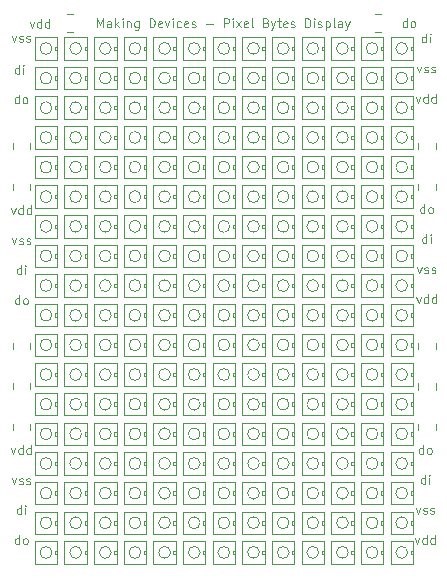
<source format=gbr>
%TF.GenerationSoftware,KiCad,Pcbnew,8.0.2*%
%TF.CreationDate,2024-06-26T19:14:07+02:00*%
%TF.ProjectId,PixelDisplay,50697865-6c44-4697-9370-6c61792e6b69,rev?*%
%TF.SameCoordinates,Original*%
%TF.FileFunction,Legend,Top*%
%TF.FilePolarity,Positive*%
%FSLAX46Y46*%
G04 Gerber Fmt 4.6, Leading zero omitted, Abs format (unit mm)*
G04 Created by KiCad (PCBNEW 8.0.2) date 2024-06-26 19:14:07*
%MOMM*%
%LPD*%
G01*
G04 APERTURE LIST*
%ADD10C,0.100000*%
%ADD11C,0.125000*%
%ADD12C,0.120000*%
G04 APERTURE END LIST*
D10*
X169470075Y-82683014D02*
X169470075Y-81933014D01*
X169470075Y-82647300D02*
X169398646Y-82683014D01*
X169398646Y-82683014D02*
X169255789Y-82683014D01*
X169255789Y-82683014D02*
X169184360Y-82647300D01*
X169184360Y-82647300D02*
X169148646Y-82611585D01*
X169148646Y-82611585D02*
X169112932Y-82540157D01*
X169112932Y-82540157D02*
X169112932Y-82325871D01*
X169112932Y-82325871D02*
X169148646Y-82254442D01*
X169148646Y-82254442D02*
X169184360Y-82218728D01*
X169184360Y-82218728D02*
X169255789Y-82183014D01*
X169255789Y-82183014D02*
X169398646Y-82183014D01*
X169398646Y-82183014D02*
X169470075Y-82218728D01*
X169934360Y-82683014D02*
X169862931Y-82647300D01*
X169862931Y-82647300D02*
X169827217Y-82611585D01*
X169827217Y-82611585D02*
X169791503Y-82540157D01*
X169791503Y-82540157D02*
X169791503Y-82325871D01*
X169791503Y-82325871D02*
X169827217Y-82254442D01*
X169827217Y-82254442D02*
X169862931Y-82218728D01*
X169862931Y-82218728D02*
X169934360Y-82183014D01*
X169934360Y-82183014D02*
X170041503Y-82183014D01*
X170041503Y-82183014D02*
X170112931Y-82218728D01*
X170112931Y-82218728D02*
X170148646Y-82254442D01*
X170148646Y-82254442D02*
X170184360Y-82325871D01*
X170184360Y-82325871D02*
X170184360Y-82540157D01*
X170184360Y-82540157D02*
X170148646Y-82611585D01*
X170148646Y-82611585D02*
X170112931Y-82647300D01*
X170112931Y-82647300D02*
X170041503Y-82683014D01*
X170041503Y-82683014D02*
X169934360Y-82683014D01*
X136162931Y-46093014D02*
X136341503Y-46593014D01*
X136341503Y-46593014D02*
X136520074Y-46093014D01*
X137127218Y-46593014D02*
X137127218Y-45843014D01*
X137127218Y-46557300D02*
X137055789Y-46593014D01*
X137055789Y-46593014D02*
X136912932Y-46593014D01*
X136912932Y-46593014D02*
X136841503Y-46557300D01*
X136841503Y-46557300D02*
X136805789Y-46521585D01*
X136805789Y-46521585D02*
X136770075Y-46450157D01*
X136770075Y-46450157D02*
X136770075Y-46235871D01*
X136770075Y-46235871D02*
X136805789Y-46164442D01*
X136805789Y-46164442D02*
X136841503Y-46128728D01*
X136841503Y-46128728D02*
X136912932Y-46093014D01*
X136912932Y-46093014D02*
X137055789Y-46093014D01*
X137055789Y-46093014D02*
X137127218Y-46128728D01*
X137805789Y-46593014D02*
X137805789Y-45843014D01*
X137805789Y-46557300D02*
X137734360Y-46593014D01*
X137734360Y-46593014D02*
X137591503Y-46593014D01*
X137591503Y-46593014D02*
X137520074Y-46557300D01*
X137520074Y-46557300D02*
X137484360Y-46521585D01*
X137484360Y-46521585D02*
X137448646Y-46450157D01*
X137448646Y-46450157D02*
X137448646Y-46235871D01*
X137448646Y-46235871D02*
X137484360Y-46164442D01*
X137484360Y-46164442D02*
X137520074Y-46128728D01*
X137520074Y-46128728D02*
X137591503Y-46093014D01*
X137591503Y-46093014D02*
X137734360Y-46093014D01*
X137734360Y-46093014D02*
X137805789Y-46128728D01*
X168791503Y-89803014D02*
X168970075Y-90303014D01*
X168970075Y-90303014D02*
X169148646Y-89803014D01*
X169755790Y-90303014D02*
X169755790Y-89553014D01*
X169755790Y-90267300D02*
X169684361Y-90303014D01*
X169684361Y-90303014D02*
X169541504Y-90303014D01*
X169541504Y-90303014D02*
X169470075Y-90267300D01*
X169470075Y-90267300D02*
X169434361Y-90231585D01*
X169434361Y-90231585D02*
X169398647Y-90160157D01*
X169398647Y-90160157D02*
X169398647Y-89945871D01*
X169398647Y-89945871D02*
X169434361Y-89874442D01*
X169434361Y-89874442D02*
X169470075Y-89838728D01*
X169470075Y-89838728D02*
X169541504Y-89803014D01*
X169541504Y-89803014D02*
X169684361Y-89803014D01*
X169684361Y-89803014D02*
X169755790Y-89838728D01*
X170434361Y-90303014D02*
X170434361Y-89553014D01*
X170434361Y-90267300D02*
X170362932Y-90303014D01*
X170362932Y-90303014D02*
X170220075Y-90303014D01*
X170220075Y-90303014D02*
X170148646Y-90267300D01*
X170148646Y-90267300D02*
X170112932Y-90231585D01*
X170112932Y-90231585D02*
X170077218Y-90160157D01*
X170077218Y-90160157D02*
X170077218Y-89945871D01*
X170077218Y-89945871D02*
X170112932Y-89874442D01*
X170112932Y-89874442D02*
X170148646Y-89838728D01*
X170148646Y-89838728D02*
X170220075Y-89803014D01*
X170220075Y-89803014D02*
X170362932Y-89803014D01*
X170362932Y-89803014D02*
X170434361Y-89838728D01*
X134667931Y-84733014D02*
X134846503Y-85233014D01*
X134846503Y-85233014D02*
X135025074Y-84733014D01*
X135275075Y-85197300D02*
X135346503Y-85233014D01*
X135346503Y-85233014D02*
X135489360Y-85233014D01*
X135489360Y-85233014D02*
X135560789Y-85197300D01*
X135560789Y-85197300D02*
X135596503Y-85125871D01*
X135596503Y-85125871D02*
X135596503Y-85090157D01*
X135596503Y-85090157D02*
X135560789Y-85018728D01*
X135560789Y-85018728D02*
X135489360Y-84983014D01*
X135489360Y-84983014D02*
X135382218Y-84983014D01*
X135382218Y-84983014D02*
X135310789Y-84947300D01*
X135310789Y-84947300D02*
X135275075Y-84875871D01*
X135275075Y-84875871D02*
X135275075Y-84840157D01*
X135275075Y-84840157D02*
X135310789Y-84768728D01*
X135310789Y-84768728D02*
X135382218Y-84733014D01*
X135382218Y-84733014D02*
X135489360Y-84733014D01*
X135489360Y-84733014D02*
X135560789Y-84768728D01*
X135882218Y-85197300D02*
X135953646Y-85233014D01*
X135953646Y-85233014D02*
X136096503Y-85233014D01*
X136096503Y-85233014D02*
X136167932Y-85197300D01*
X136167932Y-85197300D02*
X136203646Y-85125871D01*
X136203646Y-85125871D02*
X136203646Y-85090157D01*
X136203646Y-85090157D02*
X136167932Y-85018728D01*
X136167932Y-85018728D02*
X136096503Y-84983014D01*
X136096503Y-84983014D02*
X135989361Y-84983014D01*
X135989361Y-84983014D02*
X135917932Y-84947300D01*
X135917932Y-84947300D02*
X135882218Y-84875871D01*
X135882218Y-84875871D02*
X135882218Y-84840157D01*
X135882218Y-84840157D02*
X135917932Y-84768728D01*
X135917932Y-84768728D02*
X135989361Y-84733014D01*
X135989361Y-84733014D02*
X136096503Y-84733014D01*
X136096503Y-84733014D02*
X136167932Y-84768728D01*
X134602931Y-61893014D02*
X134781503Y-62393014D01*
X134781503Y-62393014D02*
X134960074Y-61893014D01*
X135567218Y-62393014D02*
X135567218Y-61643014D01*
X135567218Y-62357300D02*
X135495789Y-62393014D01*
X135495789Y-62393014D02*
X135352932Y-62393014D01*
X135352932Y-62393014D02*
X135281503Y-62357300D01*
X135281503Y-62357300D02*
X135245789Y-62321585D01*
X135245789Y-62321585D02*
X135210075Y-62250157D01*
X135210075Y-62250157D02*
X135210075Y-62035871D01*
X135210075Y-62035871D02*
X135245789Y-61964442D01*
X135245789Y-61964442D02*
X135281503Y-61928728D01*
X135281503Y-61928728D02*
X135352932Y-61893014D01*
X135352932Y-61893014D02*
X135495789Y-61893014D01*
X135495789Y-61893014D02*
X135567218Y-61928728D01*
X136245789Y-62393014D02*
X136245789Y-61643014D01*
X136245789Y-62357300D02*
X136174360Y-62393014D01*
X136174360Y-62393014D02*
X136031503Y-62393014D01*
X136031503Y-62393014D02*
X135960074Y-62357300D01*
X135960074Y-62357300D02*
X135924360Y-62321585D01*
X135924360Y-62321585D02*
X135888646Y-62250157D01*
X135888646Y-62250157D02*
X135888646Y-62035871D01*
X135888646Y-62035871D02*
X135924360Y-61964442D01*
X135924360Y-61964442D02*
X135960074Y-61928728D01*
X135960074Y-61928728D02*
X136031503Y-61893014D01*
X136031503Y-61893014D02*
X136174360Y-61893014D01*
X136174360Y-61893014D02*
X136245789Y-61928728D01*
X168948645Y-49883014D02*
X169127217Y-50383014D01*
X169127217Y-50383014D02*
X169305788Y-49883014D01*
X169555789Y-50347300D02*
X169627217Y-50383014D01*
X169627217Y-50383014D02*
X169770074Y-50383014D01*
X169770074Y-50383014D02*
X169841503Y-50347300D01*
X169841503Y-50347300D02*
X169877217Y-50275871D01*
X169877217Y-50275871D02*
X169877217Y-50240157D01*
X169877217Y-50240157D02*
X169841503Y-50168728D01*
X169841503Y-50168728D02*
X169770074Y-50133014D01*
X169770074Y-50133014D02*
X169662932Y-50133014D01*
X169662932Y-50133014D02*
X169591503Y-50097300D01*
X169591503Y-50097300D02*
X169555789Y-50025871D01*
X169555789Y-50025871D02*
X169555789Y-49990157D01*
X169555789Y-49990157D02*
X169591503Y-49918728D01*
X169591503Y-49918728D02*
X169662932Y-49883014D01*
X169662932Y-49883014D02*
X169770074Y-49883014D01*
X169770074Y-49883014D02*
X169841503Y-49918728D01*
X170162932Y-50347300D02*
X170234360Y-50383014D01*
X170234360Y-50383014D02*
X170377217Y-50383014D01*
X170377217Y-50383014D02*
X170448646Y-50347300D01*
X170448646Y-50347300D02*
X170484360Y-50275871D01*
X170484360Y-50275871D02*
X170484360Y-50240157D01*
X170484360Y-50240157D02*
X170448646Y-50168728D01*
X170448646Y-50168728D02*
X170377217Y-50133014D01*
X170377217Y-50133014D02*
X170270075Y-50133014D01*
X170270075Y-50133014D02*
X170198646Y-50097300D01*
X170198646Y-50097300D02*
X170162932Y-50025871D01*
X170162932Y-50025871D02*
X170162932Y-49990157D01*
X170162932Y-49990157D02*
X170198646Y-49918728D01*
X170198646Y-49918728D02*
X170270075Y-49883014D01*
X170270075Y-49883014D02*
X170377217Y-49883014D01*
X170377217Y-49883014D02*
X170448646Y-49918728D01*
X135275075Y-90323014D02*
X135275075Y-89573014D01*
X135275075Y-90287300D02*
X135203646Y-90323014D01*
X135203646Y-90323014D02*
X135060789Y-90323014D01*
X135060789Y-90323014D02*
X134989360Y-90287300D01*
X134989360Y-90287300D02*
X134953646Y-90251585D01*
X134953646Y-90251585D02*
X134917932Y-90180157D01*
X134917932Y-90180157D02*
X134917932Y-89965871D01*
X134917932Y-89965871D02*
X134953646Y-89894442D01*
X134953646Y-89894442D02*
X134989360Y-89858728D01*
X134989360Y-89858728D02*
X135060789Y-89823014D01*
X135060789Y-89823014D02*
X135203646Y-89823014D01*
X135203646Y-89823014D02*
X135275075Y-89858728D01*
X135739360Y-90323014D02*
X135667931Y-90287300D01*
X135667931Y-90287300D02*
X135632217Y-90251585D01*
X135632217Y-90251585D02*
X135596503Y-90180157D01*
X135596503Y-90180157D02*
X135596503Y-89965871D01*
X135596503Y-89965871D02*
X135632217Y-89894442D01*
X135632217Y-89894442D02*
X135667931Y-89858728D01*
X135667931Y-89858728D02*
X135739360Y-89823014D01*
X135739360Y-89823014D02*
X135846503Y-89823014D01*
X135846503Y-89823014D02*
X135917931Y-89858728D01*
X135917931Y-89858728D02*
X135953646Y-89894442D01*
X135953646Y-89894442D02*
X135989360Y-89965871D01*
X135989360Y-89965871D02*
X135989360Y-90180157D01*
X135989360Y-90180157D02*
X135953646Y-90251585D01*
X135953646Y-90251585D02*
X135917931Y-90287300D01*
X135917931Y-90287300D02*
X135846503Y-90323014D01*
X135846503Y-90323014D02*
X135739360Y-90323014D01*
X168977931Y-66863014D02*
X169156503Y-67363014D01*
X169156503Y-67363014D02*
X169335074Y-66863014D01*
X169585075Y-67327300D02*
X169656503Y-67363014D01*
X169656503Y-67363014D02*
X169799360Y-67363014D01*
X169799360Y-67363014D02*
X169870789Y-67327300D01*
X169870789Y-67327300D02*
X169906503Y-67255871D01*
X169906503Y-67255871D02*
X169906503Y-67220157D01*
X169906503Y-67220157D02*
X169870789Y-67148728D01*
X169870789Y-67148728D02*
X169799360Y-67113014D01*
X169799360Y-67113014D02*
X169692218Y-67113014D01*
X169692218Y-67113014D02*
X169620789Y-67077300D01*
X169620789Y-67077300D02*
X169585075Y-67005871D01*
X169585075Y-67005871D02*
X169585075Y-66970157D01*
X169585075Y-66970157D02*
X169620789Y-66898728D01*
X169620789Y-66898728D02*
X169692218Y-66863014D01*
X169692218Y-66863014D02*
X169799360Y-66863014D01*
X169799360Y-66863014D02*
X169870789Y-66898728D01*
X170192218Y-67327300D02*
X170263646Y-67363014D01*
X170263646Y-67363014D02*
X170406503Y-67363014D01*
X170406503Y-67363014D02*
X170477932Y-67327300D01*
X170477932Y-67327300D02*
X170513646Y-67255871D01*
X170513646Y-67255871D02*
X170513646Y-67220157D01*
X170513646Y-67220157D02*
X170477932Y-67148728D01*
X170477932Y-67148728D02*
X170406503Y-67113014D01*
X170406503Y-67113014D02*
X170299361Y-67113014D01*
X170299361Y-67113014D02*
X170227932Y-67077300D01*
X170227932Y-67077300D02*
X170192218Y-67005871D01*
X170192218Y-67005871D02*
X170192218Y-66970157D01*
X170192218Y-66970157D02*
X170227932Y-66898728D01*
X170227932Y-66898728D02*
X170299361Y-66863014D01*
X170299361Y-66863014D02*
X170406503Y-66863014D01*
X170406503Y-66863014D02*
X170477932Y-66898728D01*
X135442217Y-67463014D02*
X135442217Y-66713014D01*
X135442217Y-67427300D02*
X135370788Y-67463014D01*
X135370788Y-67463014D02*
X135227931Y-67463014D01*
X135227931Y-67463014D02*
X135156502Y-67427300D01*
X135156502Y-67427300D02*
X135120788Y-67391585D01*
X135120788Y-67391585D02*
X135085074Y-67320157D01*
X135085074Y-67320157D02*
X135085074Y-67105871D01*
X135085074Y-67105871D02*
X135120788Y-67034442D01*
X135120788Y-67034442D02*
X135156502Y-66998728D01*
X135156502Y-66998728D02*
X135227931Y-66963014D01*
X135227931Y-66963014D02*
X135370788Y-66963014D01*
X135370788Y-66963014D02*
X135442217Y-66998728D01*
X135799359Y-67463014D02*
X135799359Y-66963014D01*
X135799359Y-66713014D02*
X135763645Y-66748728D01*
X135763645Y-66748728D02*
X135799359Y-66784442D01*
X135799359Y-66784442D02*
X135835073Y-66748728D01*
X135835073Y-66748728D02*
X135799359Y-66713014D01*
X135799359Y-66713014D02*
X135799359Y-66784442D01*
X134662931Y-47293014D02*
X134841503Y-47793014D01*
X134841503Y-47793014D02*
X135020074Y-47293014D01*
X135270075Y-47757300D02*
X135341503Y-47793014D01*
X135341503Y-47793014D02*
X135484360Y-47793014D01*
X135484360Y-47793014D02*
X135555789Y-47757300D01*
X135555789Y-47757300D02*
X135591503Y-47685871D01*
X135591503Y-47685871D02*
X135591503Y-47650157D01*
X135591503Y-47650157D02*
X135555789Y-47578728D01*
X135555789Y-47578728D02*
X135484360Y-47543014D01*
X135484360Y-47543014D02*
X135377218Y-47543014D01*
X135377218Y-47543014D02*
X135305789Y-47507300D01*
X135305789Y-47507300D02*
X135270075Y-47435871D01*
X135270075Y-47435871D02*
X135270075Y-47400157D01*
X135270075Y-47400157D02*
X135305789Y-47328728D01*
X135305789Y-47328728D02*
X135377218Y-47293014D01*
X135377218Y-47293014D02*
X135484360Y-47293014D01*
X135484360Y-47293014D02*
X135555789Y-47328728D01*
X135877218Y-47757300D02*
X135948646Y-47793014D01*
X135948646Y-47793014D02*
X136091503Y-47793014D01*
X136091503Y-47793014D02*
X136162932Y-47757300D01*
X136162932Y-47757300D02*
X136198646Y-47685871D01*
X136198646Y-47685871D02*
X136198646Y-47650157D01*
X136198646Y-47650157D02*
X136162932Y-47578728D01*
X136162932Y-47578728D02*
X136091503Y-47543014D01*
X136091503Y-47543014D02*
X135984361Y-47543014D01*
X135984361Y-47543014D02*
X135912932Y-47507300D01*
X135912932Y-47507300D02*
X135877218Y-47435871D01*
X135877218Y-47435871D02*
X135877218Y-47400157D01*
X135877218Y-47400157D02*
X135912932Y-47328728D01*
X135912932Y-47328728D02*
X135984361Y-47293014D01*
X135984361Y-47293014D02*
X136091503Y-47293014D01*
X136091503Y-47293014D02*
X136162932Y-47328728D01*
X169716503Y-47843014D02*
X169716503Y-47093014D01*
X169716503Y-47807300D02*
X169645074Y-47843014D01*
X169645074Y-47843014D02*
X169502217Y-47843014D01*
X169502217Y-47843014D02*
X169430788Y-47807300D01*
X169430788Y-47807300D02*
X169395074Y-47771585D01*
X169395074Y-47771585D02*
X169359360Y-47700157D01*
X169359360Y-47700157D02*
X169359360Y-47485871D01*
X169359360Y-47485871D02*
X169395074Y-47414442D01*
X169395074Y-47414442D02*
X169430788Y-47378728D01*
X169430788Y-47378728D02*
X169502217Y-47343014D01*
X169502217Y-47343014D02*
X169645074Y-47343014D01*
X169645074Y-47343014D02*
X169716503Y-47378728D01*
X170073645Y-47843014D02*
X170073645Y-47343014D01*
X170073645Y-47093014D02*
X170037931Y-47128728D01*
X170037931Y-47128728D02*
X170073645Y-47164442D01*
X170073645Y-47164442D02*
X170109359Y-47128728D01*
X170109359Y-47128728D02*
X170073645Y-47093014D01*
X170073645Y-47093014D02*
X170073645Y-47164442D01*
X168877217Y-52433014D02*
X169055789Y-52933014D01*
X169055789Y-52933014D02*
X169234360Y-52433014D01*
X169841504Y-52933014D02*
X169841504Y-52183014D01*
X169841504Y-52897300D02*
X169770075Y-52933014D01*
X169770075Y-52933014D02*
X169627218Y-52933014D01*
X169627218Y-52933014D02*
X169555789Y-52897300D01*
X169555789Y-52897300D02*
X169520075Y-52861585D01*
X169520075Y-52861585D02*
X169484361Y-52790157D01*
X169484361Y-52790157D02*
X169484361Y-52575871D01*
X169484361Y-52575871D02*
X169520075Y-52504442D01*
X169520075Y-52504442D02*
X169555789Y-52468728D01*
X169555789Y-52468728D02*
X169627218Y-52433014D01*
X169627218Y-52433014D02*
X169770075Y-52433014D01*
X169770075Y-52433014D02*
X169841504Y-52468728D01*
X170520075Y-52933014D02*
X170520075Y-52183014D01*
X170520075Y-52897300D02*
X170448646Y-52933014D01*
X170448646Y-52933014D02*
X170305789Y-52933014D01*
X170305789Y-52933014D02*
X170234360Y-52897300D01*
X170234360Y-52897300D02*
X170198646Y-52861585D01*
X170198646Y-52861585D02*
X170162932Y-52790157D01*
X170162932Y-52790157D02*
X170162932Y-52575871D01*
X170162932Y-52575871D02*
X170198646Y-52504442D01*
X170198646Y-52504442D02*
X170234360Y-52468728D01*
X170234360Y-52468728D02*
X170305789Y-52433014D01*
X170305789Y-52433014D02*
X170448646Y-52433014D01*
X170448646Y-52433014D02*
X170520075Y-52468728D01*
X135265789Y-50483014D02*
X135265789Y-49733014D01*
X135265789Y-50447300D02*
X135194360Y-50483014D01*
X135194360Y-50483014D02*
X135051503Y-50483014D01*
X135051503Y-50483014D02*
X134980074Y-50447300D01*
X134980074Y-50447300D02*
X134944360Y-50411585D01*
X134944360Y-50411585D02*
X134908646Y-50340157D01*
X134908646Y-50340157D02*
X134908646Y-50125871D01*
X134908646Y-50125871D02*
X134944360Y-50054442D01*
X134944360Y-50054442D02*
X134980074Y-50018728D01*
X134980074Y-50018728D02*
X135051503Y-49983014D01*
X135051503Y-49983014D02*
X135194360Y-49983014D01*
X135194360Y-49983014D02*
X135265789Y-50018728D01*
X135622931Y-50483014D02*
X135622931Y-49983014D01*
X135622931Y-49733014D02*
X135587217Y-49768728D01*
X135587217Y-49768728D02*
X135622931Y-49804442D01*
X135622931Y-49804442D02*
X135658645Y-49768728D01*
X135658645Y-49768728D02*
X135622931Y-49733014D01*
X135622931Y-49733014D02*
X135622931Y-49804442D01*
X168862931Y-87253014D02*
X169041503Y-87753014D01*
X169041503Y-87753014D02*
X169220074Y-87253014D01*
X169470075Y-87717300D02*
X169541503Y-87753014D01*
X169541503Y-87753014D02*
X169684360Y-87753014D01*
X169684360Y-87753014D02*
X169755789Y-87717300D01*
X169755789Y-87717300D02*
X169791503Y-87645871D01*
X169791503Y-87645871D02*
X169791503Y-87610157D01*
X169791503Y-87610157D02*
X169755789Y-87538728D01*
X169755789Y-87538728D02*
X169684360Y-87503014D01*
X169684360Y-87503014D02*
X169577218Y-87503014D01*
X169577218Y-87503014D02*
X169505789Y-87467300D01*
X169505789Y-87467300D02*
X169470075Y-87395871D01*
X169470075Y-87395871D02*
X169470075Y-87360157D01*
X169470075Y-87360157D02*
X169505789Y-87288728D01*
X169505789Y-87288728D02*
X169577218Y-87253014D01*
X169577218Y-87253014D02*
X169684360Y-87253014D01*
X169684360Y-87253014D02*
X169755789Y-87288728D01*
X170077218Y-87717300D02*
X170148646Y-87753014D01*
X170148646Y-87753014D02*
X170291503Y-87753014D01*
X170291503Y-87753014D02*
X170362932Y-87717300D01*
X170362932Y-87717300D02*
X170398646Y-87645871D01*
X170398646Y-87645871D02*
X170398646Y-87610157D01*
X170398646Y-87610157D02*
X170362932Y-87538728D01*
X170362932Y-87538728D02*
X170291503Y-87503014D01*
X170291503Y-87503014D02*
X170184361Y-87503014D01*
X170184361Y-87503014D02*
X170112932Y-87467300D01*
X170112932Y-87467300D02*
X170077218Y-87395871D01*
X170077218Y-87395871D02*
X170077218Y-87360157D01*
X170077218Y-87360157D02*
X170112932Y-87288728D01*
X170112932Y-87288728D02*
X170184361Y-87253014D01*
X170184361Y-87253014D02*
X170291503Y-87253014D01*
X170291503Y-87253014D02*
X170362932Y-87288728D01*
X134674359Y-64423014D02*
X134852931Y-64923014D01*
X134852931Y-64923014D02*
X135031502Y-64423014D01*
X135281503Y-64887300D02*
X135352931Y-64923014D01*
X135352931Y-64923014D02*
X135495788Y-64923014D01*
X135495788Y-64923014D02*
X135567217Y-64887300D01*
X135567217Y-64887300D02*
X135602931Y-64815871D01*
X135602931Y-64815871D02*
X135602931Y-64780157D01*
X135602931Y-64780157D02*
X135567217Y-64708728D01*
X135567217Y-64708728D02*
X135495788Y-64673014D01*
X135495788Y-64673014D02*
X135388646Y-64673014D01*
X135388646Y-64673014D02*
X135317217Y-64637300D01*
X135317217Y-64637300D02*
X135281503Y-64565871D01*
X135281503Y-64565871D02*
X135281503Y-64530157D01*
X135281503Y-64530157D02*
X135317217Y-64458728D01*
X135317217Y-64458728D02*
X135388646Y-64423014D01*
X135388646Y-64423014D02*
X135495788Y-64423014D01*
X135495788Y-64423014D02*
X135567217Y-64458728D01*
X135888646Y-64887300D02*
X135960074Y-64923014D01*
X135960074Y-64923014D02*
X136102931Y-64923014D01*
X136102931Y-64923014D02*
X136174360Y-64887300D01*
X136174360Y-64887300D02*
X136210074Y-64815871D01*
X136210074Y-64815871D02*
X136210074Y-64780157D01*
X136210074Y-64780157D02*
X136174360Y-64708728D01*
X136174360Y-64708728D02*
X136102931Y-64673014D01*
X136102931Y-64673014D02*
X135995789Y-64673014D01*
X135995789Y-64673014D02*
X135924360Y-64637300D01*
X135924360Y-64637300D02*
X135888646Y-64565871D01*
X135888646Y-64565871D02*
X135888646Y-64530157D01*
X135888646Y-64530157D02*
X135924360Y-64458728D01*
X135924360Y-64458728D02*
X135995789Y-64423014D01*
X135995789Y-64423014D02*
X136102931Y-64423014D01*
X136102931Y-64423014D02*
X136174360Y-64458728D01*
X168085789Y-46543014D02*
X168085789Y-45793014D01*
X168085789Y-46507300D02*
X168014360Y-46543014D01*
X168014360Y-46543014D02*
X167871503Y-46543014D01*
X167871503Y-46543014D02*
X167800074Y-46507300D01*
X167800074Y-46507300D02*
X167764360Y-46471585D01*
X167764360Y-46471585D02*
X167728646Y-46400157D01*
X167728646Y-46400157D02*
X167728646Y-46185871D01*
X167728646Y-46185871D02*
X167764360Y-46114442D01*
X167764360Y-46114442D02*
X167800074Y-46078728D01*
X167800074Y-46078728D02*
X167871503Y-46043014D01*
X167871503Y-46043014D02*
X168014360Y-46043014D01*
X168014360Y-46043014D02*
X168085789Y-46078728D01*
X168550074Y-46543014D02*
X168478645Y-46507300D01*
X168478645Y-46507300D02*
X168442931Y-46471585D01*
X168442931Y-46471585D02*
X168407217Y-46400157D01*
X168407217Y-46400157D02*
X168407217Y-46185871D01*
X168407217Y-46185871D02*
X168442931Y-46114442D01*
X168442931Y-46114442D02*
X168478645Y-46078728D01*
X168478645Y-46078728D02*
X168550074Y-46043014D01*
X168550074Y-46043014D02*
X168657217Y-46043014D01*
X168657217Y-46043014D02*
X168728645Y-46078728D01*
X168728645Y-46078728D02*
X168764360Y-46114442D01*
X168764360Y-46114442D02*
X168800074Y-46185871D01*
X168800074Y-46185871D02*
X168800074Y-46400157D01*
X168800074Y-46400157D02*
X168764360Y-46471585D01*
X168764360Y-46471585D02*
X168728645Y-46507300D01*
X168728645Y-46507300D02*
X168657217Y-46543014D01*
X168657217Y-46543014D02*
X168550074Y-46543014D01*
X134596503Y-82203014D02*
X134775075Y-82703014D01*
X134775075Y-82703014D02*
X134953646Y-82203014D01*
X135560790Y-82703014D02*
X135560790Y-81953014D01*
X135560790Y-82667300D02*
X135489361Y-82703014D01*
X135489361Y-82703014D02*
X135346504Y-82703014D01*
X135346504Y-82703014D02*
X135275075Y-82667300D01*
X135275075Y-82667300D02*
X135239361Y-82631585D01*
X135239361Y-82631585D02*
X135203647Y-82560157D01*
X135203647Y-82560157D02*
X135203647Y-82345871D01*
X135203647Y-82345871D02*
X135239361Y-82274442D01*
X135239361Y-82274442D02*
X135275075Y-82238728D01*
X135275075Y-82238728D02*
X135346504Y-82203014D01*
X135346504Y-82203014D02*
X135489361Y-82203014D01*
X135489361Y-82203014D02*
X135560790Y-82238728D01*
X136239361Y-82703014D02*
X136239361Y-81953014D01*
X136239361Y-82667300D02*
X136167932Y-82703014D01*
X136167932Y-82703014D02*
X136025075Y-82703014D01*
X136025075Y-82703014D02*
X135953646Y-82667300D01*
X135953646Y-82667300D02*
X135917932Y-82631585D01*
X135917932Y-82631585D02*
X135882218Y-82560157D01*
X135882218Y-82560157D02*
X135882218Y-82345871D01*
X135882218Y-82345871D02*
X135917932Y-82274442D01*
X135917932Y-82274442D02*
X135953646Y-82238728D01*
X135953646Y-82238728D02*
X136025075Y-82203014D01*
X136025075Y-82203014D02*
X136167932Y-82203014D01*
X136167932Y-82203014D02*
X136239361Y-82238728D01*
X169585075Y-62293014D02*
X169585075Y-61543014D01*
X169585075Y-62257300D02*
X169513646Y-62293014D01*
X169513646Y-62293014D02*
X169370789Y-62293014D01*
X169370789Y-62293014D02*
X169299360Y-62257300D01*
X169299360Y-62257300D02*
X169263646Y-62221585D01*
X169263646Y-62221585D02*
X169227932Y-62150157D01*
X169227932Y-62150157D02*
X169227932Y-61935871D01*
X169227932Y-61935871D02*
X169263646Y-61864442D01*
X169263646Y-61864442D02*
X169299360Y-61828728D01*
X169299360Y-61828728D02*
X169370789Y-61793014D01*
X169370789Y-61793014D02*
X169513646Y-61793014D01*
X169513646Y-61793014D02*
X169585075Y-61828728D01*
X170049360Y-62293014D02*
X169977931Y-62257300D01*
X169977931Y-62257300D02*
X169942217Y-62221585D01*
X169942217Y-62221585D02*
X169906503Y-62150157D01*
X169906503Y-62150157D02*
X169906503Y-61935871D01*
X169906503Y-61935871D02*
X169942217Y-61864442D01*
X169942217Y-61864442D02*
X169977931Y-61828728D01*
X169977931Y-61828728D02*
X170049360Y-61793014D01*
X170049360Y-61793014D02*
X170156503Y-61793014D01*
X170156503Y-61793014D02*
X170227931Y-61828728D01*
X170227931Y-61828728D02*
X170263646Y-61864442D01*
X170263646Y-61864442D02*
X170299360Y-61935871D01*
X170299360Y-61935871D02*
X170299360Y-62150157D01*
X170299360Y-62150157D02*
X170263646Y-62221585D01*
X170263646Y-62221585D02*
X170227931Y-62257300D01*
X170227931Y-62257300D02*
X170156503Y-62293014D01*
X170156503Y-62293014D02*
X170049360Y-62293014D01*
X168906503Y-69413014D02*
X169085075Y-69913014D01*
X169085075Y-69913014D02*
X169263646Y-69413014D01*
X169870790Y-69913014D02*
X169870790Y-69163014D01*
X169870790Y-69877300D02*
X169799361Y-69913014D01*
X169799361Y-69913014D02*
X169656504Y-69913014D01*
X169656504Y-69913014D02*
X169585075Y-69877300D01*
X169585075Y-69877300D02*
X169549361Y-69841585D01*
X169549361Y-69841585D02*
X169513647Y-69770157D01*
X169513647Y-69770157D02*
X169513647Y-69555871D01*
X169513647Y-69555871D02*
X169549361Y-69484442D01*
X169549361Y-69484442D02*
X169585075Y-69448728D01*
X169585075Y-69448728D02*
X169656504Y-69413014D01*
X169656504Y-69413014D02*
X169799361Y-69413014D01*
X169799361Y-69413014D02*
X169870790Y-69448728D01*
X170549361Y-69913014D02*
X170549361Y-69163014D01*
X170549361Y-69877300D02*
X170477932Y-69913014D01*
X170477932Y-69913014D02*
X170335075Y-69913014D01*
X170335075Y-69913014D02*
X170263646Y-69877300D01*
X170263646Y-69877300D02*
X170227932Y-69841585D01*
X170227932Y-69841585D02*
X170192218Y-69770157D01*
X170192218Y-69770157D02*
X170192218Y-69555871D01*
X170192218Y-69555871D02*
X170227932Y-69484442D01*
X170227932Y-69484442D02*
X170263646Y-69448728D01*
X170263646Y-69448728D02*
X170335075Y-69413014D01*
X170335075Y-69413014D02*
X170477932Y-69413014D01*
X170477932Y-69413014D02*
X170549361Y-69448728D01*
X135435789Y-87773014D02*
X135435789Y-87023014D01*
X135435789Y-87737300D02*
X135364360Y-87773014D01*
X135364360Y-87773014D02*
X135221503Y-87773014D01*
X135221503Y-87773014D02*
X135150074Y-87737300D01*
X135150074Y-87737300D02*
X135114360Y-87701585D01*
X135114360Y-87701585D02*
X135078646Y-87630157D01*
X135078646Y-87630157D02*
X135078646Y-87415871D01*
X135078646Y-87415871D02*
X135114360Y-87344442D01*
X135114360Y-87344442D02*
X135150074Y-87308728D01*
X135150074Y-87308728D02*
X135221503Y-87273014D01*
X135221503Y-87273014D02*
X135364360Y-87273014D01*
X135364360Y-87273014D02*
X135435789Y-87308728D01*
X135792931Y-87773014D02*
X135792931Y-87273014D01*
X135792931Y-87023014D02*
X135757217Y-87058728D01*
X135757217Y-87058728D02*
X135792931Y-87094442D01*
X135792931Y-87094442D02*
X135828645Y-87058728D01*
X135828645Y-87058728D02*
X135792931Y-87023014D01*
X135792931Y-87023014D02*
X135792931Y-87094442D01*
X135281503Y-70013014D02*
X135281503Y-69263014D01*
X135281503Y-69977300D02*
X135210074Y-70013014D01*
X135210074Y-70013014D02*
X135067217Y-70013014D01*
X135067217Y-70013014D02*
X134995788Y-69977300D01*
X134995788Y-69977300D02*
X134960074Y-69941585D01*
X134960074Y-69941585D02*
X134924360Y-69870157D01*
X134924360Y-69870157D02*
X134924360Y-69655871D01*
X134924360Y-69655871D02*
X134960074Y-69584442D01*
X134960074Y-69584442D02*
X134995788Y-69548728D01*
X134995788Y-69548728D02*
X135067217Y-69513014D01*
X135067217Y-69513014D02*
X135210074Y-69513014D01*
X135210074Y-69513014D02*
X135281503Y-69548728D01*
X135745788Y-70013014D02*
X135674359Y-69977300D01*
X135674359Y-69977300D02*
X135638645Y-69941585D01*
X135638645Y-69941585D02*
X135602931Y-69870157D01*
X135602931Y-69870157D02*
X135602931Y-69655871D01*
X135602931Y-69655871D02*
X135638645Y-69584442D01*
X135638645Y-69584442D02*
X135674359Y-69548728D01*
X135674359Y-69548728D02*
X135745788Y-69513014D01*
X135745788Y-69513014D02*
X135852931Y-69513014D01*
X135852931Y-69513014D02*
X135924359Y-69548728D01*
X135924359Y-69548728D02*
X135960074Y-69584442D01*
X135960074Y-69584442D02*
X135995788Y-69655871D01*
X135995788Y-69655871D02*
X135995788Y-69870157D01*
X135995788Y-69870157D02*
X135960074Y-69941585D01*
X135960074Y-69941585D02*
X135924359Y-69977300D01*
X135924359Y-69977300D02*
X135852931Y-70013014D01*
X135852931Y-70013014D02*
X135745788Y-70013014D01*
X135235789Y-53003014D02*
X135235789Y-52253014D01*
X135235789Y-52967300D02*
X135164360Y-53003014D01*
X135164360Y-53003014D02*
X135021503Y-53003014D01*
X135021503Y-53003014D02*
X134950074Y-52967300D01*
X134950074Y-52967300D02*
X134914360Y-52931585D01*
X134914360Y-52931585D02*
X134878646Y-52860157D01*
X134878646Y-52860157D02*
X134878646Y-52645871D01*
X134878646Y-52645871D02*
X134914360Y-52574442D01*
X134914360Y-52574442D02*
X134950074Y-52538728D01*
X134950074Y-52538728D02*
X135021503Y-52503014D01*
X135021503Y-52503014D02*
X135164360Y-52503014D01*
X135164360Y-52503014D02*
X135235789Y-52538728D01*
X135700074Y-53003014D02*
X135628645Y-52967300D01*
X135628645Y-52967300D02*
X135592931Y-52931585D01*
X135592931Y-52931585D02*
X135557217Y-52860157D01*
X135557217Y-52860157D02*
X135557217Y-52645871D01*
X135557217Y-52645871D02*
X135592931Y-52574442D01*
X135592931Y-52574442D02*
X135628645Y-52538728D01*
X135628645Y-52538728D02*
X135700074Y-52503014D01*
X135700074Y-52503014D02*
X135807217Y-52503014D01*
X135807217Y-52503014D02*
X135878645Y-52538728D01*
X135878645Y-52538728D02*
X135914360Y-52574442D01*
X135914360Y-52574442D02*
X135950074Y-52645871D01*
X135950074Y-52645871D02*
X135950074Y-52860157D01*
X135950074Y-52860157D02*
X135914360Y-52931585D01*
X135914360Y-52931585D02*
X135878645Y-52967300D01*
X135878645Y-52967300D02*
X135807217Y-53003014D01*
X135807217Y-53003014D02*
X135700074Y-53003014D01*
X169630789Y-85213014D02*
X169630789Y-84463014D01*
X169630789Y-85177300D02*
X169559360Y-85213014D01*
X169559360Y-85213014D02*
X169416503Y-85213014D01*
X169416503Y-85213014D02*
X169345074Y-85177300D01*
X169345074Y-85177300D02*
X169309360Y-85141585D01*
X169309360Y-85141585D02*
X169273646Y-85070157D01*
X169273646Y-85070157D02*
X169273646Y-84855871D01*
X169273646Y-84855871D02*
X169309360Y-84784442D01*
X169309360Y-84784442D02*
X169345074Y-84748728D01*
X169345074Y-84748728D02*
X169416503Y-84713014D01*
X169416503Y-84713014D02*
X169559360Y-84713014D01*
X169559360Y-84713014D02*
X169630789Y-84748728D01*
X169987931Y-85213014D02*
X169987931Y-84713014D01*
X169987931Y-84463014D02*
X169952217Y-84498728D01*
X169952217Y-84498728D02*
X169987931Y-84534442D01*
X169987931Y-84534442D02*
X170023645Y-84498728D01*
X170023645Y-84498728D02*
X169987931Y-84463014D01*
X169987931Y-84463014D02*
X169987931Y-84534442D01*
X169745789Y-64823014D02*
X169745789Y-64073014D01*
X169745789Y-64787300D02*
X169674360Y-64823014D01*
X169674360Y-64823014D02*
X169531503Y-64823014D01*
X169531503Y-64823014D02*
X169460074Y-64787300D01*
X169460074Y-64787300D02*
X169424360Y-64751585D01*
X169424360Y-64751585D02*
X169388646Y-64680157D01*
X169388646Y-64680157D02*
X169388646Y-64465871D01*
X169388646Y-64465871D02*
X169424360Y-64394442D01*
X169424360Y-64394442D02*
X169460074Y-64358728D01*
X169460074Y-64358728D02*
X169531503Y-64323014D01*
X169531503Y-64323014D02*
X169674360Y-64323014D01*
X169674360Y-64323014D02*
X169745789Y-64358728D01*
X170102931Y-64823014D02*
X170102931Y-64323014D01*
X170102931Y-64073014D02*
X170067217Y-64108728D01*
X170067217Y-64108728D02*
X170102931Y-64144442D01*
X170102931Y-64144442D02*
X170138645Y-64108728D01*
X170138645Y-64108728D02*
X170102931Y-64073014D01*
X170102931Y-64073014D02*
X170102931Y-64144442D01*
D11*
X141885807Y-46551714D02*
X141885807Y-45801714D01*
X141885807Y-45801714D02*
X142135807Y-46337428D01*
X142135807Y-46337428D02*
X142385807Y-45801714D01*
X142385807Y-45801714D02*
X142385807Y-46551714D01*
X143064379Y-46551714D02*
X143064379Y-46158857D01*
X143064379Y-46158857D02*
X143028664Y-46087428D01*
X143028664Y-46087428D02*
X142957236Y-46051714D01*
X142957236Y-46051714D02*
X142814379Y-46051714D01*
X142814379Y-46051714D02*
X142742950Y-46087428D01*
X143064379Y-46516000D02*
X142992950Y-46551714D01*
X142992950Y-46551714D02*
X142814379Y-46551714D01*
X142814379Y-46551714D02*
X142742950Y-46516000D01*
X142742950Y-46516000D02*
X142707236Y-46444571D01*
X142707236Y-46444571D02*
X142707236Y-46373142D01*
X142707236Y-46373142D02*
X142742950Y-46301714D01*
X142742950Y-46301714D02*
X142814379Y-46266000D01*
X142814379Y-46266000D02*
X142992950Y-46266000D01*
X142992950Y-46266000D02*
X143064379Y-46230285D01*
X143421521Y-46551714D02*
X143421521Y-45801714D01*
X143492950Y-46266000D02*
X143707235Y-46551714D01*
X143707235Y-46051714D02*
X143421521Y-46337428D01*
X144028664Y-46551714D02*
X144028664Y-46051714D01*
X144028664Y-45801714D02*
X143992950Y-45837428D01*
X143992950Y-45837428D02*
X144028664Y-45873142D01*
X144028664Y-45873142D02*
X144064378Y-45837428D01*
X144064378Y-45837428D02*
X144028664Y-45801714D01*
X144028664Y-45801714D02*
X144028664Y-45873142D01*
X144385807Y-46051714D02*
X144385807Y-46551714D01*
X144385807Y-46123142D02*
X144421521Y-46087428D01*
X144421521Y-46087428D02*
X144492950Y-46051714D01*
X144492950Y-46051714D02*
X144600093Y-46051714D01*
X144600093Y-46051714D02*
X144671521Y-46087428D01*
X144671521Y-46087428D02*
X144707236Y-46158857D01*
X144707236Y-46158857D02*
X144707236Y-46551714D01*
X145385807Y-46051714D02*
X145385807Y-46658857D01*
X145385807Y-46658857D02*
X145350092Y-46730285D01*
X145350092Y-46730285D02*
X145314378Y-46766000D01*
X145314378Y-46766000D02*
X145242949Y-46801714D01*
X145242949Y-46801714D02*
X145135807Y-46801714D01*
X145135807Y-46801714D02*
X145064378Y-46766000D01*
X145385807Y-46516000D02*
X145314378Y-46551714D01*
X145314378Y-46551714D02*
X145171521Y-46551714D01*
X145171521Y-46551714D02*
X145100092Y-46516000D01*
X145100092Y-46516000D02*
X145064378Y-46480285D01*
X145064378Y-46480285D02*
X145028664Y-46408857D01*
X145028664Y-46408857D02*
X145028664Y-46194571D01*
X145028664Y-46194571D02*
X145064378Y-46123142D01*
X145064378Y-46123142D02*
X145100092Y-46087428D01*
X145100092Y-46087428D02*
X145171521Y-46051714D01*
X145171521Y-46051714D02*
X145314378Y-46051714D01*
X145314378Y-46051714D02*
X145385807Y-46087428D01*
X146314378Y-46551714D02*
X146314378Y-45801714D01*
X146314378Y-45801714D02*
X146492949Y-45801714D01*
X146492949Y-45801714D02*
X146600092Y-45837428D01*
X146600092Y-45837428D02*
X146671521Y-45908857D01*
X146671521Y-45908857D02*
X146707235Y-45980285D01*
X146707235Y-45980285D02*
X146742949Y-46123142D01*
X146742949Y-46123142D02*
X146742949Y-46230285D01*
X146742949Y-46230285D02*
X146707235Y-46373142D01*
X146707235Y-46373142D02*
X146671521Y-46444571D01*
X146671521Y-46444571D02*
X146600092Y-46516000D01*
X146600092Y-46516000D02*
X146492949Y-46551714D01*
X146492949Y-46551714D02*
X146314378Y-46551714D01*
X147350092Y-46516000D02*
X147278664Y-46551714D01*
X147278664Y-46551714D02*
X147135807Y-46551714D01*
X147135807Y-46551714D02*
X147064378Y-46516000D01*
X147064378Y-46516000D02*
X147028664Y-46444571D01*
X147028664Y-46444571D02*
X147028664Y-46158857D01*
X147028664Y-46158857D02*
X147064378Y-46087428D01*
X147064378Y-46087428D02*
X147135807Y-46051714D01*
X147135807Y-46051714D02*
X147278664Y-46051714D01*
X147278664Y-46051714D02*
X147350092Y-46087428D01*
X147350092Y-46087428D02*
X147385807Y-46158857D01*
X147385807Y-46158857D02*
X147385807Y-46230285D01*
X147385807Y-46230285D02*
X147028664Y-46301714D01*
X147635806Y-46051714D02*
X147814378Y-46551714D01*
X147814378Y-46551714D02*
X147992949Y-46051714D01*
X148278664Y-46551714D02*
X148278664Y-46051714D01*
X148278664Y-45801714D02*
X148242950Y-45837428D01*
X148242950Y-45837428D02*
X148278664Y-45873142D01*
X148278664Y-45873142D02*
X148314378Y-45837428D01*
X148314378Y-45837428D02*
X148278664Y-45801714D01*
X148278664Y-45801714D02*
X148278664Y-45873142D01*
X148957236Y-46516000D02*
X148885807Y-46551714D01*
X148885807Y-46551714D02*
X148742950Y-46551714D01*
X148742950Y-46551714D02*
X148671521Y-46516000D01*
X148671521Y-46516000D02*
X148635807Y-46480285D01*
X148635807Y-46480285D02*
X148600093Y-46408857D01*
X148600093Y-46408857D02*
X148600093Y-46194571D01*
X148600093Y-46194571D02*
X148635807Y-46123142D01*
X148635807Y-46123142D02*
X148671521Y-46087428D01*
X148671521Y-46087428D02*
X148742950Y-46051714D01*
X148742950Y-46051714D02*
X148885807Y-46051714D01*
X148885807Y-46051714D02*
X148957236Y-46087428D01*
X149564378Y-46516000D02*
X149492950Y-46551714D01*
X149492950Y-46551714D02*
X149350093Y-46551714D01*
X149350093Y-46551714D02*
X149278664Y-46516000D01*
X149278664Y-46516000D02*
X149242950Y-46444571D01*
X149242950Y-46444571D02*
X149242950Y-46158857D01*
X149242950Y-46158857D02*
X149278664Y-46087428D01*
X149278664Y-46087428D02*
X149350093Y-46051714D01*
X149350093Y-46051714D02*
X149492950Y-46051714D01*
X149492950Y-46051714D02*
X149564378Y-46087428D01*
X149564378Y-46087428D02*
X149600093Y-46158857D01*
X149600093Y-46158857D02*
X149600093Y-46230285D01*
X149600093Y-46230285D02*
X149242950Y-46301714D01*
X149885807Y-46516000D02*
X149957235Y-46551714D01*
X149957235Y-46551714D02*
X150100092Y-46551714D01*
X150100092Y-46551714D02*
X150171521Y-46516000D01*
X150171521Y-46516000D02*
X150207235Y-46444571D01*
X150207235Y-46444571D02*
X150207235Y-46408857D01*
X150207235Y-46408857D02*
X150171521Y-46337428D01*
X150171521Y-46337428D02*
X150100092Y-46301714D01*
X150100092Y-46301714D02*
X149992950Y-46301714D01*
X149992950Y-46301714D02*
X149921521Y-46266000D01*
X149921521Y-46266000D02*
X149885807Y-46194571D01*
X149885807Y-46194571D02*
X149885807Y-46158857D01*
X149885807Y-46158857D02*
X149921521Y-46087428D01*
X149921521Y-46087428D02*
X149992950Y-46051714D01*
X149992950Y-46051714D02*
X150100092Y-46051714D01*
X150100092Y-46051714D02*
X150171521Y-46087428D01*
X151100093Y-46266000D02*
X151671522Y-46266000D01*
X152600093Y-46551714D02*
X152600093Y-45801714D01*
X152600093Y-45801714D02*
X152885807Y-45801714D01*
X152885807Y-45801714D02*
X152957236Y-45837428D01*
X152957236Y-45837428D02*
X152992950Y-45873142D01*
X152992950Y-45873142D02*
X153028664Y-45944571D01*
X153028664Y-45944571D02*
X153028664Y-46051714D01*
X153028664Y-46051714D02*
X152992950Y-46123142D01*
X152992950Y-46123142D02*
X152957236Y-46158857D01*
X152957236Y-46158857D02*
X152885807Y-46194571D01*
X152885807Y-46194571D02*
X152600093Y-46194571D01*
X153350093Y-46551714D02*
X153350093Y-46051714D01*
X153350093Y-45801714D02*
X153314379Y-45837428D01*
X153314379Y-45837428D02*
X153350093Y-45873142D01*
X153350093Y-45873142D02*
X153385807Y-45837428D01*
X153385807Y-45837428D02*
X153350093Y-45801714D01*
X153350093Y-45801714D02*
X153350093Y-45873142D01*
X153635807Y-46551714D02*
X154028665Y-46051714D01*
X153635807Y-46051714D02*
X154028665Y-46551714D01*
X154600093Y-46516000D02*
X154528665Y-46551714D01*
X154528665Y-46551714D02*
X154385808Y-46551714D01*
X154385808Y-46551714D02*
X154314379Y-46516000D01*
X154314379Y-46516000D02*
X154278665Y-46444571D01*
X154278665Y-46444571D02*
X154278665Y-46158857D01*
X154278665Y-46158857D02*
X154314379Y-46087428D01*
X154314379Y-46087428D02*
X154385808Y-46051714D01*
X154385808Y-46051714D02*
X154528665Y-46051714D01*
X154528665Y-46051714D02*
X154600093Y-46087428D01*
X154600093Y-46087428D02*
X154635808Y-46158857D01*
X154635808Y-46158857D02*
X154635808Y-46230285D01*
X154635808Y-46230285D02*
X154278665Y-46301714D01*
X155064379Y-46551714D02*
X154992950Y-46516000D01*
X154992950Y-46516000D02*
X154957236Y-46444571D01*
X154957236Y-46444571D02*
X154957236Y-45801714D01*
X156171522Y-46158857D02*
X156278665Y-46194571D01*
X156278665Y-46194571D02*
X156314379Y-46230285D01*
X156314379Y-46230285D02*
X156350093Y-46301714D01*
X156350093Y-46301714D02*
X156350093Y-46408857D01*
X156350093Y-46408857D02*
X156314379Y-46480285D01*
X156314379Y-46480285D02*
X156278665Y-46516000D01*
X156278665Y-46516000D02*
X156207236Y-46551714D01*
X156207236Y-46551714D02*
X155921522Y-46551714D01*
X155921522Y-46551714D02*
X155921522Y-45801714D01*
X155921522Y-45801714D02*
X156171522Y-45801714D01*
X156171522Y-45801714D02*
X156242951Y-45837428D01*
X156242951Y-45837428D02*
X156278665Y-45873142D01*
X156278665Y-45873142D02*
X156314379Y-45944571D01*
X156314379Y-45944571D02*
X156314379Y-46016000D01*
X156314379Y-46016000D02*
X156278665Y-46087428D01*
X156278665Y-46087428D02*
X156242951Y-46123142D01*
X156242951Y-46123142D02*
X156171522Y-46158857D01*
X156171522Y-46158857D02*
X155921522Y-46158857D01*
X156600093Y-46051714D02*
X156778665Y-46551714D01*
X156957236Y-46051714D02*
X156778665Y-46551714D01*
X156778665Y-46551714D02*
X156707236Y-46730285D01*
X156707236Y-46730285D02*
X156671522Y-46766000D01*
X156671522Y-46766000D02*
X156600093Y-46801714D01*
X157135808Y-46051714D02*
X157421522Y-46051714D01*
X157242951Y-45801714D02*
X157242951Y-46444571D01*
X157242951Y-46444571D02*
X157278665Y-46516000D01*
X157278665Y-46516000D02*
X157350094Y-46551714D01*
X157350094Y-46551714D02*
X157421522Y-46551714D01*
X157957236Y-46516000D02*
X157885808Y-46551714D01*
X157885808Y-46551714D02*
X157742951Y-46551714D01*
X157742951Y-46551714D02*
X157671522Y-46516000D01*
X157671522Y-46516000D02*
X157635808Y-46444571D01*
X157635808Y-46444571D02*
X157635808Y-46158857D01*
X157635808Y-46158857D02*
X157671522Y-46087428D01*
X157671522Y-46087428D02*
X157742951Y-46051714D01*
X157742951Y-46051714D02*
X157885808Y-46051714D01*
X157885808Y-46051714D02*
X157957236Y-46087428D01*
X157957236Y-46087428D02*
X157992951Y-46158857D01*
X157992951Y-46158857D02*
X157992951Y-46230285D01*
X157992951Y-46230285D02*
X157635808Y-46301714D01*
X158278665Y-46516000D02*
X158350093Y-46551714D01*
X158350093Y-46551714D02*
X158492950Y-46551714D01*
X158492950Y-46551714D02*
X158564379Y-46516000D01*
X158564379Y-46516000D02*
X158600093Y-46444571D01*
X158600093Y-46444571D02*
X158600093Y-46408857D01*
X158600093Y-46408857D02*
X158564379Y-46337428D01*
X158564379Y-46337428D02*
X158492950Y-46301714D01*
X158492950Y-46301714D02*
X158385808Y-46301714D01*
X158385808Y-46301714D02*
X158314379Y-46266000D01*
X158314379Y-46266000D02*
X158278665Y-46194571D01*
X158278665Y-46194571D02*
X158278665Y-46158857D01*
X158278665Y-46158857D02*
X158314379Y-46087428D01*
X158314379Y-46087428D02*
X158385808Y-46051714D01*
X158385808Y-46051714D02*
X158492950Y-46051714D01*
X158492950Y-46051714D02*
X158564379Y-46087428D01*
X159492951Y-46551714D02*
X159492951Y-45801714D01*
X159492951Y-45801714D02*
X159671522Y-45801714D01*
X159671522Y-45801714D02*
X159778665Y-45837428D01*
X159778665Y-45837428D02*
X159850094Y-45908857D01*
X159850094Y-45908857D02*
X159885808Y-45980285D01*
X159885808Y-45980285D02*
X159921522Y-46123142D01*
X159921522Y-46123142D02*
X159921522Y-46230285D01*
X159921522Y-46230285D02*
X159885808Y-46373142D01*
X159885808Y-46373142D02*
X159850094Y-46444571D01*
X159850094Y-46444571D02*
X159778665Y-46516000D01*
X159778665Y-46516000D02*
X159671522Y-46551714D01*
X159671522Y-46551714D02*
X159492951Y-46551714D01*
X160242951Y-46551714D02*
X160242951Y-46051714D01*
X160242951Y-45801714D02*
X160207237Y-45837428D01*
X160207237Y-45837428D02*
X160242951Y-45873142D01*
X160242951Y-45873142D02*
X160278665Y-45837428D01*
X160278665Y-45837428D02*
X160242951Y-45801714D01*
X160242951Y-45801714D02*
X160242951Y-45873142D01*
X160564380Y-46516000D02*
X160635808Y-46551714D01*
X160635808Y-46551714D02*
X160778665Y-46551714D01*
X160778665Y-46551714D02*
X160850094Y-46516000D01*
X160850094Y-46516000D02*
X160885808Y-46444571D01*
X160885808Y-46444571D02*
X160885808Y-46408857D01*
X160885808Y-46408857D02*
X160850094Y-46337428D01*
X160850094Y-46337428D02*
X160778665Y-46301714D01*
X160778665Y-46301714D02*
X160671523Y-46301714D01*
X160671523Y-46301714D02*
X160600094Y-46266000D01*
X160600094Y-46266000D02*
X160564380Y-46194571D01*
X160564380Y-46194571D02*
X160564380Y-46158857D01*
X160564380Y-46158857D02*
X160600094Y-46087428D01*
X160600094Y-46087428D02*
X160671523Y-46051714D01*
X160671523Y-46051714D02*
X160778665Y-46051714D01*
X160778665Y-46051714D02*
X160850094Y-46087428D01*
X161207237Y-46051714D02*
X161207237Y-46801714D01*
X161207237Y-46087428D02*
X161278666Y-46051714D01*
X161278666Y-46051714D02*
X161421523Y-46051714D01*
X161421523Y-46051714D02*
X161492951Y-46087428D01*
X161492951Y-46087428D02*
X161528666Y-46123142D01*
X161528666Y-46123142D02*
X161564380Y-46194571D01*
X161564380Y-46194571D02*
X161564380Y-46408857D01*
X161564380Y-46408857D02*
X161528666Y-46480285D01*
X161528666Y-46480285D02*
X161492951Y-46516000D01*
X161492951Y-46516000D02*
X161421523Y-46551714D01*
X161421523Y-46551714D02*
X161278666Y-46551714D01*
X161278666Y-46551714D02*
X161207237Y-46516000D01*
X161992951Y-46551714D02*
X161921522Y-46516000D01*
X161921522Y-46516000D02*
X161885808Y-46444571D01*
X161885808Y-46444571D02*
X161885808Y-45801714D01*
X162600094Y-46551714D02*
X162600094Y-46158857D01*
X162600094Y-46158857D02*
X162564379Y-46087428D01*
X162564379Y-46087428D02*
X162492951Y-46051714D01*
X162492951Y-46051714D02*
X162350094Y-46051714D01*
X162350094Y-46051714D02*
X162278665Y-46087428D01*
X162600094Y-46516000D02*
X162528665Y-46551714D01*
X162528665Y-46551714D02*
X162350094Y-46551714D01*
X162350094Y-46551714D02*
X162278665Y-46516000D01*
X162278665Y-46516000D02*
X162242951Y-46444571D01*
X162242951Y-46444571D02*
X162242951Y-46373142D01*
X162242951Y-46373142D02*
X162278665Y-46301714D01*
X162278665Y-46301714D02*
X162350094Y-46266000D01*
X162350094Y-46266000D02*
X162528665Y-46266000D01*
X162528665Y-46266000D02*
X162600094Y-46230285D01*
X162885807Y-46051714D02*
X163064379Y-46551714D01*
X163242950Y-46051714D02*
X163064379Y-46551714D01*
X163064379Y-46551714D02*
X162992950Y-46730285D01*
X162992950Y-46730285D02*
X162957236Y-46766000D01*
X162957236Y-46766000D02*
X162885807Y-46801714D01*
D10*
%TO.C,ICled210*%
X148529112Y-86951000D02*
X146629112Y-86951000D01*
X148529112Y-86151000D02*
X148529112Y-86951000D01*
X148529112Y-85851000D02*
X148529112Y-86151000D01*
X148529112Y-85051000D02*
X148529112Y-85851000D01*
X148329112Y-86151000D02*
X148529112Y-86151000D01*
X148329112Y-85851000D02*
X148529112Y-85851000D01*
X148329112Y-85851000D02*
X148329112Y-86151000D01*
X146629112Y-86951000D02*
X146629112Y-85051000D01*
X146629112Y-85051000D02*
X148529112Y-85051000D01*
X148079112Y-86001000D02*
G75*
G02*
X147079112Y-86001000I-500000J0D01*
G01*
X147079112Y-86001000D02*
G75*
G02*
X148079112Y-86001000I500000J0D01*
G01*
%TO.C,ICled127*%
X146019362Y-74400100D02*
X144119362Y-74400100D01*
X146019362Y-73600100D02*
X146019362Y-74400100D01*
X146019362Y-73300100D02*
X146019362Y-73600100D01*
X146019362Y-72500100D02*
X146019362Y-73300100D01*
X145819362Y-73600100D02*
X146019362Y-73600100D01*
X145819362Y-73300100D02*
X146019362Y-73300100D01*
X145819362Y-73300100D02*
X145819362Y-73600100D01*
X144119362Y-74400100D02*
X144119362Y-72500100D01*
X144119362Y-72500100D02*
X146019362Y-72500100D01*
X145569362Y-73450100D02*
G75*
G02*
X144569362Y-73450100I-500000J0D01*
G01*
X144569362Y-73450100D02*
G75*
G02*
X145569362Y-73450100I500000J0D01*
G01*
%TO.C,ICled117*%
X168607112Y-69379400D02*
X166707112Y-69379400D01*
X168607112Y-68579400D02*
X168607112Y-69379400D01*
X168607112Y-68279400D02*
X168607112Y-68579400D01*
X168607112Y-67479400D02*
X168607112Y-68279400D01*
X168407112Y-68579400D02*
X168607112Y-68579400D01*
X168407112Y-68279400D02*
X168607112Y-68279400D01*
X168407112Y-68279400D02*
X168407112Y-68579400D01*
X166707112Y-69379400D02*
X166707112Y-67479400D01*
X166707112Y-67479400D02*
X168607112Y-67479400D01*
X168157112Y-68429400D02*
G75*
G02*
X167157112Y-68429400I-500000J0D01*
G01*
X167157112Y-68429400D02*
G75*
G02*
X168157112Y-68429400I500000J0D01*
G01*
%TO.C,ICled136*%
X153548612Y-74400100D02*
X151648612Y-74400100D01*
X153548612Y-73600100D02*
X153548612Y-74400100D01*
X153548612Y-73300100D02*
X153548612Y-73600100D01*
X153548612Y-72500100D02*
X153548612Y-73300100D01*
X153348612Y-73600100D02*
X153548612Y-73600100D01*
X153348612Y-73300100D02*
X153548612Y-73300100D01*
X153348612Y-73300100D02*
X153348612Y-73600100D01*
X151648612Y-74400100D02*
X151648612Y-72500100D01*
X151648612Y-72500100D02*
X153548612Y-72500100D01*
X153098612Y-73450100D02*
G75*
G02*
X152098612Y-73450100I-500000J0D01*
G01*
X152098612Y-73450100D02*
G75*
G02*
X153098612Y-73450100I500000J0D01*
G01*
%TO.C,ICled68*%
X161077862Y-61849200D02*
X159177862Y-61849200D01*
X161077862Y-61049200D02*
X161077862Y-61849200D01*
X161077862Y-60749200D02*
X161077862Y-61049200D01*
X161077862Y-59949200D02*
X161077862Y-60749200D01*
X160877862Y-61049200D02*
X161077862Y-61049200D01*
X160877862Y-60749200D02*
X161077862Y-60749200D01*
X160877862Y-60749200D02*
X160877862Y-61049200D01*
X159177862Y-61849200D02*
X159177862Y-59949200D01*
X159177862Y-59949200D02*
X161077862Y-59949200D01*
X160627862Y-60899200D02*
G75*
G02*
X159627862Y-60899200I-500000J0D01*
G01*
X159627862Y-60899200D02*
G75*
G02*
X160627862Y-60899200I500000J0D01*
G01*
%TO.C,ICled193*%
X168607112Y-79420800D02*
X166707112Y-79420800D01*
X168607112Y-78620800D02*
X168607112Y-79420800D01*
X168607112Y-78320800D02*
X168607112Y-78620800D01*
X168607112Y-77520800D02*
X168607112Y-78320800D01*
X168407112Y-78620800D02*
X168607112Y-78620800D01*
X168407112Y-78320800D02*
X168607112Y-78320800D01*
X168407112Y-78320800D02*
X168407112Y-78620800D01*
X166707112Y-79420800D02*
X166707112Y-77520800D01*
X166707112Y-77520800D02*
X168607112Y-77520800D01*
X168157112Y-78470800D02*
G75*
G02*
X167157112Y-78470800I-500000J0D01*
G01*
X167157112Y-78470800D02*
G75*
G02*
X168157112Y-78470800I500000J0D01*
G01*
%TO.C,ICled22*%
X156058355Y-51809500D02*
X154158355Y-51809500D01*
X156058355Y-51009500D02*
X156058355Y-51809500D01*
X156058355Y-50709500D02*
X156058355Y-51009500D01*
X156058355Y-49909500D02*
X156058355Y-50709500D01*
X155858355Y-51009500D02*
X156058355Y-51009500D01*
X155858355Y-50709500D02*
X156058355Y-50709500D01*
X155858355Y-50709500D02*
X155858355Y-51009500D01*
X154158355Y-51809500D02*
X154158355Y-49909500D01*
X154158355Y-49909500D02*
X156058355Y-49909500D01*
X155608355Y-50859500D02*
G75*
G02*
X154608355Y-50859500I-500000J0D01*
G01*
X154608355Y-50859500D02*
G75*
G02*
X155608355Y-50859500I500000J0D01*
G01*
D12*
%TO.C,C4*%
X170535000Y-56348748D02*
X170535000Y-56871252D01*
X169065000Y-56348748D02*
X169065000Y-56871252D01*
D10*
%TO.C,ICled32*%
X163587612Y-54319000D02*
X161687612Y-54319000D01*
X163587612Y-53519000D02*
X163587612Y-54319000D01*
X163587612Y-53219000D02*
X163587612Y-53519000D01*
X163587612Y-52419000D02*
X163587612Y-53219000D01*
X163387612Y-53519000D02*
X163587612Y-53519000D01*
X163387612Y-53219000D02*
X163587612Y-53219000D01*
X163387612Y-53219000D02*
X163387612Y-53519000D01*
X161687612Y-54319000D02*
X161687612Y-52419000D01*
X161687612Y-52419000D02*
X163587612Y-52419000D01*
X163137612Y-53369000D02*
G75*
G02*
X162137612Y-53369000I-500000J0D01*
G01*
X162137612Y-53369000D02*
G75*
G02*
X163137612Y-53369000I500000J0D01*
G01*
%TO.C,ICled125*%
X143509612Y-76909600D02*
X141609612Y-76909600D01*
X143509612Y-76109600D02*
X143509612Y-76909600D01*
X143509612Y-75809600D02*
X143509612Y-76109600D01*
X143509612Y-75009600D02*
X143509612Y-75809600D01*
X143309612Y-76109600D02*
X143509612Y-76109600D01*
X143309612Y-75809600D02*
X143509612Y-75809600D01*
X143309612Y-75809600D02*
X143309612Y-76109600D01*
X141609612Y-76909600D02*
X141609612Y-75009600D01*
X141609612Y-75009600D02*
X143509612Y-75009600D01*
X143059612Y-75959600D02*
G75*
G02*
X142059612Y-75959600I-500000J0D01*
G01*
X142059612Y-75959600D02*
G75*
G02*
X143059612Y-75959600I500000J0D01*
G01*
%TO.C,ICled65*%
X158568112Y-61849200D02*
X156668112Y-61849200D01*
X158568112Y-61049200D02*
X158568112Y-61849200D01*
X158568112Y-60749200D02*
X158568112Y-61049200D01*
X158568112Y-59949200D02*
X158568112Y-60749200D01*
X158368112Y-61049200D02*
X158568112Y-61049200D01*
X158368112Y-60749200D02*
X158568112Y-60749200D01*
X158368112Y-60749200D02*
X158368112Y-61049200D01*
X156668112Y-61849200D02*
X156668112Y-59949200D01*
X156668112Y-59949200D02*
X158568112Y-59949200D01*
X158118112Y-60899200D02*
G75*
G02*
X157118112Y-60899200I-500000J0D01*
G01*
X157118112Y-60899200D02*
G75*
G02*
X158118112Y-60899200I500000J0D01*
G01*
%TO.C,ICled169*%
X148529112Y-81930300D02*
X146629112Y-81930300D01*
X148529112Y-81130300D02*
X148529112Y-81930300D01*
X148529112Y-80830300D02*
X148529112Y-81130300D01*
X148529112Y-80030300D02*
X148529112Y-80830300D01*
X148329112Y-81130300D02*
X148529112Y-81130300D01*
X148329112Y-80830300D02*
X148529112Y-80830300D01*
X148329112Y-80830300D02*
X148329112Y-81130300D01*
X146629112Y-81930300D02*
X146629112Y-80030300D01*
X146629112Y-80030300D02*
X148529112Y-80030300D01*
X148079112Y-80980300D02*
G75*
G02*
X147079112Y-80980300I-500000J0D01*
G01*
X147079112Y-80980300D02*
G75*
G02*
X148079112Y-80980300I500000J0D01*
G01*
%TO.C,ICled211*%
X151038862Y-89460500D02*
X149138862Y-89460500D01*
X151038862Y-88660500D02*
X151038862Y-89460500D01*
X151038862Y-88360500D02*
X151038862Y-88660500D01*
X151038862Y-87560500D02*
X151038862Y-88360500D01*
X150838862Y-88660500D02*
X151038862Y-88660500D01*
X150838862Y-88360500D02*
X151038862Y-88360500D01*
X150838862Y-88360500D02*
X150838862Y-88660500D01*
X149138862Y-89460500D02*
X149138862Y-87560500D01*
X149138862Y-87560500D02*
X151038862Y-87560500D01*
X150588862Y-88510500D02*
G75*
G02*
X149588862Y-88510500I-500000J0D01*
G01*
X149588862Y-88510500D02*
G75*
G02*
X150588862Y-88510500I500000J0D01*
G01*
%TO.C,ICled42*%
X138489862Y-56830200D02*
X136589862Y-56830200D01*
X138489862Y-56030200D02*
X138489862Y-56830200D01*
X138489862Y-55730200D02*
X138489862Y-56030200D01*
X138489862Y-54930200D02*
X138489862Y-55730200D01*
X138289862Y-56030200D02*
X138489862Y-56030200D01*
X138289862Y-55730200D02*
X138489862Y-55730200D01*
X138289862Y-55730200D02*
X138289862Y-56030200D01*
X136589862Y-56830200D02*
X136589862Y-54930200D01*
X136589862Y-54930200D02*
X138489862Y-54930200D01*
X138039862Y-55880200D02*
G75*
G02*
X137039862Y-55880200I-500000J0D01*
G01*
X137039862Y-55880200D02*
G75*
G02*
X138039862Y-55880200I500000J0D01*
G01*
%TO.C,ICled101*%
X156058362Y-69379400D02*
X154158362Y-69379400D01*
X156058362Y-68579400D02*
X156058362Y-69379400D01*
X156058362Y-68279400D02*
X156058362Y-68579400D01*
X156058362Y-67479400D02*
X156058362Y-68279400D01*
X155858362Y-68579400D02*
X156058362Y-68579400D01*
X155858362Y-68279400D02*
X156058362Y-68279400D01*
X155858362Y-68279400D02*
X155858362Y-68579400D01*
X154158362Y-69379400D02*
X154158362Y-67479400D01*
X154158362Y-67479400D02*
X156058362Y-67479400D01*
X155608362Y-68429400D02*
G75*
G02*
X154608362Y-68429400I-500000J0D01*
G01*
X154608362Y-68429400D02*
G75*
G02*
X155608362Y-68429400I500000J0D01*
G01*
%TO.C,ICled27*%
X158568054Y-49300000D02*
X156668054Y-49300000D01*
X158568054Y-48500000D02*
X158568054Y-49300000D01*
X158568054Y-48200000D02*
X158568054Y-48500000D01*
X158568054Y-47400000D02*
X158568054Y-48200000D01*
X158368054Y-48500000D02*
X158568054Y-48500000D01*
X158368054Y-48200000D02*
X158568054Y-48200000D01*
X158368054Y-48200000D02*
X158368054Y-48500000D01*
X156668054Y-49300000D02*
X156668054Y-47400000D01*
X156668054Y-47400000D02*
X158568054Y-47400000D01*
X158118054Y-48350000D02*
G75*
G02*
X157118054Y-48350000I-500000J0D01*
G01*
X157118054Y-48350000D02*
G75*
G02*
X158118054Y-48350000I500000J0D01*
G01*
%TO.C,ICled129*%
X146019362Y-71890600D02*
X144119362Y-71890600D01*
X146019362Y-71090600D02*
X146019362Y-71890600D01*
X146019362Y-70790600D02*
X146019362Y-71090600D01*
X146019362Y-69990600D02*
X146019362Y-70790600D01*
X145819362Y-71090600D02*
X146019362Y-71090600D01*
X145819362Y-70790600D02*
X146019362Y-70790600D01*
X145819362Y-70790600D02*
X145819362Y-71090600D01*
X144119362Y-71890600D02*
X144119362Y-69990600D01*
X144119362Y-69990600D02*
X146019362Y-69990600D01*
X145569362Y-70940600D02*
G75*
G02*
X144569362Y-70940600I-500000J0D01*
G01*
X144569362Y-70940600D02*
G75*
G02*
X145569362Y-70940600I500000J0D01*
G01*
%TO.C,ICled140*%
X156058362Y-76909600D02*
X154158362Y-76909600D01*
X156058362Y-76109600D02*
X156058362Y-76909600D01*
X156058362Y-75809600D02*
X156058362Y-76109600D01*
X156058362Y-75009600D02*
X156058362Y-75809600D01*
X155858362Y-76109600D02*
X156058362Y-76109600D01*
X155858362Y-75809600D02*
X156058362Y-75809600D01*
X155858362Y-75809600D02*
X155858362Y-76109600D01*
X154158362Y-76909600D02*
X154158362Y-75009600D01*
X154158362Y-75009600D02*
X156058362Y-75009600D01*
X155608362Y-75959600D02*
G75*
G02*
X154608362Y-75959600I-500000J0D01*
G01*
X154608362Y-75959600D02*
G75*
G02*
X155608362Y-75959600I500000J0D01*
G01*
%TO.C,ICled233*%
X168607112Y-89460500D02*
X166707112Y-89460500D01*
X168607112Y-88660500D02*
X168607112Y-89460500D01*
X168607112Y-88360500D02*
X168607112Y-88660500D01*
X168607112Y-87560500D02*
X168607112Y-88360500D01*
X168407112Y-88660500D02*
X168607112Y-88660500D01*
X168407112Y-88360500D02*
X168607112Y-88360500D01*
X168407112Y-88360500D02*
X168407112Y-88660500D01*
X166707112Y-89460500D02*
X166707112Y-87560500D01*
X166707112Y-87560500D02*
X168607112Y-87560500D01*
X168157112Y-88510500D02*
G75*
G02*
X167157112Y-88510500I-500000J0D01*
G01*
X167157112Y-88510500D02*
G75*
G02*
X168157112Y-88510500I500000J0D01*
G01*
%TO.C,ICled19*%
X153548612Y-51809500D02*
X151648612Y-51809500D01*
X153548612Y-51009500D02*
X153548612Y-51809500D01*
X153548612Y-50709500D02*
X153548612Y-51009500D01*
X153548612Y-49909500D02*
X153548612Y-50709500D01*
X153348612Y-51009500D02*
X153548612Y-51009500D01*
X153348612Y-50709500D02*
X153548612Y-50709500D01*
X153348612Y-50709500D02*
X153348612Y-51009500D01*
X151648612Y-51809500D02*
X151648612Y-49909500D01*
X151648612Y-49909500D02*
X153548612Y-49909500D01*
X153098612Y-50859500D02*
G75*
G02*
X152098612Y-50859500I-500000J0D01*
G01*
X152098612Y-50859500D02*
G75*
G02*
X153098612Y-50859500I500000J0D01*
G01*
%TO.C,ICled24*%
X156058332Y-49300000D02*
X154158332Y-49300000D01*
X156058332Y-48500000D02*
X156058332Y-49300000D01*
X156058332Y-48200000D02*
X156058332Y-48500000D01*
X156058332Y-47400000D02*
X156058332Y-48200000D01*
X155858332Y-48500000D02*
X156058332Y-48500000D01*
X155858332Y-48200000D02*
X156058332Y-48200000D01*
X155858332Y-48200000D02*
X155858332Y-48500000D01*
X154158332Y-49300000D02*
X154158332Y-47400000D01*
X154158332Y-47400000D02*
X156058332Y-47400000D01*
X155608332Y-48350000D02*
G75*
G02*
X154608332Y-48350000I-500000J0D01*
G01*
X154608332Y-48350000D02*
G75*
G02*
X155608332Y-48350000I500000J0D01*
G01*
%TO.C,ICled30*%
X161077776Y-49300000D02*
X159177776Y-49300000D01*
X161077776Y-48500000D02*
X161077776Y-49300000D01*
X161077776Y-48200000D02*
X161077776Y-48500000D01*
X161077776Y-47400000D02*
X161077776Y-48200000D01*
X160877776Y-48500000D02*
X161077776Y-48500000D01*
X160877776Y-48200000D02*
X161077776Y-48200000D01*
X160877776Y-48200000D02*
X160877776Y-48500000D01*
X159177776Y-49300000D02*
X159177776Y-47400000D01*
X159177776Y-47400000D02*
X161077776Y-47400000D01*
X160627776Y-48350000D02*
G75*
G02*
X159627776Y-48350000I-500000J0D01*
G01*
X159627776Y-48350000D02*
G75*
G02*
X160627776Y-48350000I500000J0D01*
G01*
%TO.C,ICled62*%
X156058362Y-61849200D02*
X154158362Y-61849200D01*
X156058362Y-61049200D02*
X156058362Y-61849200D01*
X156058362Y-60749200D02*
X156058362Y-61049200D01*
X156058362Y-59949200D02*
X156058362Y-60749200D01*
X155858362Y-61049200D02*
X156058362Y-61049200D01*
X155858362Y-60749200D02*
X156058362Y-60749200D01*
X155858362Y-60749200D02*
X155858362Y-61049200D01*
X154158362Y-61849200D02*
X154158362Y-59949200D01*
X154158362Y-59949200D02*
X156058362Y-59949200D01*
X155608362Y-60899200D02*
G75*
G02*
X154608362Y-60899200I-500000J0D01*
G01*
X154608362Y-60899200D02*
G75*
G02*
X155608362Y-60899200I500000J0D01*
G01*
%TO.C,ICled39*%
X168607112Y-54319000D02*
X166707112Y-54319000D01*
X168607112Y-53519000D02*
X168607112Y-54319000D01*
X168607112Y-53219000D02*
X168607112Y-53519000D01*
X168607112Y-52419000D02*
X168607112Y-53219000D01*
X168407112Y-53519000D02*
X168607112Y-53519000D01*
X168407112Y-53219000D02*
X168607112Y-53219000D01*
X168407112Y-53219000D02*
X168407112Y-53519000D01*
X166707112Y-54319000D02*
X166707112Y-52419000D01*
X166707112Y-52419000D02*
X168607112Y-52419000D01*
X168157112Y-53369000D02*
G75*
G02*
X167157112Y-53369000I-500000J0D01*
G01*
X167157112Y-53369000D02*
G75*
G02*
X168157112Y-53369000I500000J0D01*
G01*
%TO.C,ICled59*%
X153548612Y-61849200D02*
X151648612Y-61849200D01*
X153548612Y-61049200D02*
X153548612Y-61849200D01*
X153548612Y-60749200D02*
X153548612Y-61049200D01*
X153548612Y-59949200D02*
X153548612Y-60749200D01*
X153348612Y-61049200D02*
X153548612Y-61049200D01*
X153348612Y-60749200D02*
X153548612Y-60749200D01*
X153348612Y-60749200D02*
X153348612Y-61049200D01*
X151648612Y-61849200D02*
X151648612Y-59949200D01*
X151648612Y-59949200D02*
X153548612Y-59949200D01*
X153098612Y-60899200D02*
G75*
G02*
X152098612Y-60899200I-500000J0D01*
G01*
X152098612Y-60899200D02*
G75*
G02*
X153098612Y-60899200I500000J0D01*
G01*
%TO.C,ICled87*%
X143509612Y-64360400D02*
X141609612Y-64360400D01*
X143509612Y-63560400D02*
X143509612Y-64360400D01*
X143509612Y-63260400D02*
X143509612Y-63560400D01*
X143509612Y-62460400D02*
X143509612Y-63260400D01*
X143309612Y-63560400D02*
X143509612Y-63560400D01*
X143309612Y-63260400D02*
X143509612Y-63260400D01*
X143309612Y-63260400D02*
X143309612Y-63560400D01*
X141609612Y-64360400D02*
X141609612Y-62460400D01*
X141609612Y-62460400D02*
X143509612Y-62460400D01*
X143059612Y-63410400D02*
G75*
G02*
X142059612Y-63410400I-500000J0D01*
G01*
X142059612Y-63410400D02*
G75*
G02*
X143059612Y-63410400I500000J0D01*
G01*
D12*
%TO.C,C9*%
X134715000Y-77211252D02*
X134715000Y-76688748D01*
X136185000Y-77211252D02*
X136185000Y-76688748D01*
D10*
%TO.C,ICled35*%
X166097362Y-54319000D02*
X164197362Y-54319000D01*
X166097362Y-53519000D02*
X166097362Y-54319000D01*
X166097362Y-53219000D02*
X166097362Y-53519000D01*
X166097362Y-52419000D02*
X166097362Y-53219000D01*
X165897362Y-53519000D02*
X166097362Y-53519000D01*
X165897362Y-53219000D02*
X166097362Y-53219000D01*
X165897362Y-53219000D02*
X165897362Y-53519000D01*
X164197362Y-54319000D02*
X164197362Y-52419000D01*
X164197362Y-52419000D02*
X166097362Y-52419000D01*
X165647362Y-53369000D02*
G75*
G02*
X164647362Y-53369000I-500000J0D01*
G01*
X164647362Y-53369000D02*
G75*
G02*
X165647362Y-53369000I500000J0D01*
G01*
%TO.C,ICled128*%
X146019362Y-76909600D02*
X144119362Y-76909600D01*
X146019362Y-76109600D02*
X146019362Y-76909600D01*
X146019362Y-75809600D02*
X146019362Y-76109600D01*
X146019362Y-75009600D02*
X146019362Y-75809600D01*
X145819362Y-76109600D02*
X146019362Y-76109600D01*
X145819362Y-75809600D02*
X146019362Y-75809600D01*
X145819362Y-75809600D02*
X145819362Y-76109600D01*
X144119362Y-76909600D02*
X144119362Y-75009600D01*
X144119362Y-75009600D02*
X146019362Y-75009600D01*
X145569362Y-75959600D02*
G75*
G02*
X144569362Y-75959600I-500000J0D01*
G01*
X144569362Y-75959600D02*
G75*
G02*
X145569362Y-75959600I500000J0D01*
G01*
%TO.C,ICled91*%
X148529112Y-66869900D02*
X146629112Y-66869900D01*
X148529112Y-66069900D02*
X148529112Y-66869900D01*
X148529112Y-65769900D02*
X148529112Y-66069900D01*
X148529112Y-64969900D02*
X148529112Y-65769900D01*
X148329112Y-66069900D02*
X148529112Y-66069900D01*
X148329112Y-65769900D02*
X148529112Y-65769900D01*
X148329112Y-65769900D02*
X148329112Y-66069900D01*
X146629112Y-66869900D02*
X146629112Y-64969900D01*
X146629112Y-64969900D02*
X148529112Y-64969900D01*
X148079112Y-65919900D02*
G75*
G02*
X147079112Y-65919900I-500000J0D01*
G01*
X147079112Y-65919900D02*
G75*
G02*
X148079112Y-65919900I500000J0D01*
G01*
%TO.C,ICled78*%
X168607112Y-61849200D02*
X166707112Y-61849200D01*
X168607112Y-61049200D02*
X168607112Y-61849200D01*
X168607112Y-60749200D02*
X168607112Y-61049200D01*
X168607112Y-59949200D02*
X168607112Y-60749200D01*
X168407112Y-61049200D02*
X168607112Y-61049200D01*
X168407112Y-60749200D02*
X168607112Y-60749200D01*
X168407112Y-60749200D02*
X168407112Y-61049200D01*
X166707112Y-61849200D02*
X166707112Y-59949200D01*
X166707112Y-59949200D02*
X168607112Y-59949200D01*
X168157112Y-60899200D02*
G75*
G02*
X167157112Y-60899200I-500000J0D01*
G01*
X167157112Y-60899200D02*
G75*
G02*
X168157112Y-60899200I500000J0D01*
G01*
%TO.C,ICled51*%
X146019235Y-56830200D02*
X144119235Y-56830200D01*
X146019235Y-56030200D02*
X146019235Y-56830200D01*
X146019235Y-55730200D02*
X146019235Y-56030200D01*
X146019235Y-54930200D02*
X146019235Y-55730200D01*
X145819235Y-56030200D02*
X146019235Y-56030200D01*
X145819235Y-55730200D02*
X146019235Y-55730200D01*
X145819235Y-55730200D02*
X145819235Y-56030200D01*
X144119235Y-56830200D02*
X144119235Y-54930200D01*
X144119235Y-54930200D02*
X146019235Y-54930200D01*
X145569235Y-55880200D02*
G75*
G02*
X144569235Y-55880200I-500000J0D01*
G01*
X144569235Y-55880200D02*
G75*
G02*
X145569235Y-55880200I500000J0D01*
G01*
%TO.C,ICled226*%
X163587612Y-89460500D02*
X161687612Y-89460500D01*
X163587612Y-88660500D02*
X163587612Y-89460500D01*
X163587612Y-88360500D02*
X163587612Y-88660500D01*
X163587612Y-87560500D02*
X163587612Y-88360500D01*
X163387612Y-88660500D02*
X163587612Y-88660500D01*
X163387612Y-88360500D02*
X163587612Y-88360500D01*
X163387612Y-88360500D02*
X163387612Y-88660500D01*
X161687612Y-89460500D02*
X161687612Y-87560500D01*
X161687612Y-87560500D02*
X163587612Y-87560500D01*
X163137612Y-88510500D02*
G75*
G02*
X162137612Y-88510500I-500000J0D01*
G01*
X162137612Y-88510500D02*
G75*
G02*
X163137612Y-88510500I500000J0D01*
G01*
%TO.C,ICled2*%
X138490112Y-54319000D02*
X136590112Y-54319000D01*
X138490112Y-53519000D02*
X138490112Y-54319000D01*
X138490112Y-53219000D02*
X138490112Y-53519000D01*
X138490112Y-52419000D02*
X138490112Y-53219000D01*
X138290112Y-53519000D02*
X138490112Y-53519000D01*
X138290112Y-53219000D02*
X138490112Y-53219000D01*
X138290112Y-53219000D02*
X138290112Y-53519000D01*
X136590112Y-54319000D02*
X136590112Y-52419000D01*
X136590112Y-52419000D02*
X138490112Y-52419000D01*
X138040112Y-53369000D02*
G75*
G02*
X137040112Y-53369000I-500000J0D01*
G01*
X137040112Y-53369000D02*
G75*
G02*
X138040112Y-53369000I500000J0D01*
G01*
%TO.C,ICled220*%
X158568112Y-89460500D02*
X156668112Y-89460500D01*
X158568112Y-88660500D02*
X158568112Y-89460500D01*
X158568112Y-88360500D02*
X158568112Y-88660500D01*
X158568112Y-87560500D02*
X158568112Y-88360500D01*
X158368112Y-88660500D02*
X158568112Y-88660500D01*
X158368112Y-88360500D02*
X158568112Y-88360500D01*
X158368112Y-88360500D02*
X158368112Y-88660500D01*
X156668112Y-89460500D02*
X156668112Y-87560500D01*
X156668112Y-87560500D02*
X158568112Y-87560500D01*
X158118112Y-88510500D02*
G75*
G02*
X157118112Y-88510500I-500000J0D01*
G01*
X157118112Y-88510500D02*
G75*
G02*
X158118112Y-88510500I500000J0D01*
G01*
%TO.C,ICled116*%
X168607112Y-66869900D02*
X166707112Y-66869900D01*
X168607112Y-66069900D02*
X168607112Y-66869900D01*
X168607112Y-65769900D02*
X168607112Y-66069900D01*
X168607112Y-64969900D02*
X168607112Y-65769900D01*
X168407112Y-66069900D02*
X168607112Y-66069900D01*
X168407112Y-65769900D02*
X168607112Y-65769900D01*
X168407112Y-65769900D02*
X168407112Y-66069900D01*
X166707112Y-66869900D02*
X166707112Y-64969900D01*
X166707112Y-64969900D02*
X168607112Y-64969900D01*
X168157112Y-65919900D02*
G75*
G02*
X167157112Y-65919900I-500000J0D01*
G01*
X167157112Y-65919900D02*
G75*
G02*
X168157112Y-65919900I500000J0D01*
G01*
%TO.C,ICled37*%
X168606946Y-49300000D02*
X166706946Y-49300000D01*
X168606946Y-48500000D02*
X168606946Y-49300000D01*
X168606946Y-48200000D02*
X168606946Y-48500000D01*
X168606946Y-47400000D02*
X168606946Y-48200000D01*
X168406946Y-48500000D02*
X168606946Y-48500000D01*
X168406946Y-48200000D02*
X168606946Y-48200000D01*
X168406946Y-48200000D02*
X168406946Y-48500000D01*
X166706946Y-49300000D02*
X166706946Y-47400000D01*
X166706946Y-47400000D02*
X168606946Y-47400000D01*
X168156946Y-48350000D02*
G75*
G02*
X167156946Y-48350000I-500000J0D01*
G01*
X167156946Y-48350000D02*
G75*
G02*
X168156946Y-48350000I500000J0D01*
G01*
%TO.C,ICled145*%
X161077862Y-74400100D02*
X159177862Y-74400100D01*
X161077862Y-73600100D02*
X161077862Y-74400100D01*
X161077862Y-73300100D02*
X161077862Y-73600100D01*
X161077862Y-72500100D02*
X161077862Y-73300100D01*
X160877862Y-73600100D02*
X161077862Y-73600100D01*
X160877862Y-73300100D02*
X161077862Y-73300100D01*
X160877862Y-73300100D02*
X160877862Y-73600100D01*
X159177862Y-74400100D02*
X159177862Y-72500100D01*
X159177862Y-72500100D02*
X161077862Y-72500100D01*
X160627862Y-73450100D02*
G75*
G02*
X159627862Y-73450100I-500000J0D01*
G01*
X159627862Y-73450100D02*
G75*
G02*
X160627862Y-73450100I500000J0D01*
G01*
%TO.C,ICled112*%
X166097362Y-66869900D02*
X164197362Y-66869900D01*
X166097362Y-66069900D02*
X166097362Y-66869900D01*
X166097362Y-65769900D02*
X166097362Y-66069900D01*
X166097362Y-64969900D02*
X166097362Y-65769900D01*
X165897362Y-66069900D02*
X166097362Y-66069900D01*
X165897362Y-65769900D02*
X166097362Y-65769900D01*
X165897362Y-65769900D02*
X165897362Y-66069900D01*
X164197362Y-66869900D02*
X164197362Y-64969900D01*
X164197362Y-64969900D02*
X166097362Y-64969900D01*
X165647362Y-65919900D02*
G75*
G02*
X164647362Y-65919900I-500000J0D01*
G01*
X164647362Y-65919900D02*
G75*
G02*
X165647362Y-65919900I500000J0D01*
G01*
%TO.C,ICled223*%
X161077862Y-89460500D02*
X159177862Y-89460500D01*
X161077862Y-88660500D02*
X161077862Y-89460500D01*
X161077862Y-88360500D02*
X161077862Y-88660500D01*
X161077862Y-87560500D02*
X161077862Y-88360500D01*
X160877862Y-88660500D02*
X161077862Y-88660500D01*
X160877862Y-88360500D02*
X161077862Y-88360500D01*
X160877862Y-88360500D02*
X160877862Y-88660500D01*
X159177862Y-89460500D02*
X159177862Y-87560500D01*
X159177862Y-87560500D02*
X161077862Y-87560500D01*
X160627862Y-88510500D02*
G75*
G02*
X159627862Y-88510500I-500000J0D01*
G01*
X159627862Y-88510500D02*
G75*
G02*
X160627862Y-88510500I500000J0D01*
G01*
%TO.C,ICled137*%
X153548612Y-76909600D02*
X151648612Y-76909600D01*
X153548612Y-76109600D02*
X153548612Y-76909600D01*
X153548612Y-75809600D02*
X153548612Y-76109600D01*
X153548612Y-75009600D02*
X153548612Y-75809600D01*
X153348612Y-76109600D02*
X153548612Y-76109600D01*
X153348612Y-75809600D02*
X153548612Y-75809600D01*
X153348612Y-75809600D02*
X153348612Y-76109600D01*
X151648612Y-76909600D02*
X151648612Y-75009600D01*
X151648612Y-75009600D02*
X153548612Y-75009600D01*
X153098612Y-75959600D02*
G75*
G02*
X152098612Y-75959600I-500000J0D01*
G01*
X152098612Y-75959600D02*
G75*
G02*
X153098612Y-75959600I500000J0D01*
G01*
%TO.C,ICled94*%
X151038862Y-66869900D02*
X149138862Y-66869900D01*
X151038862Y-66069900D02*
X151038862Y-66869900D01*
X151038862Y-65769900D02*
X151038862Y-66069900D01*
X151038862Y-64969900D02*
X151038862Y-65769900D01*
X150838862Y-66069900D02*
X151038862Y-66069900D01*
X150838862Y-65769900D02*
X151038862Y-65769900D01*
X150838862Y-65769900D02*
X150838862Y-66069900D01*
X149138862Y-66869900D02*
X149138862Y-64969900D01*
X149138862Y-64969900D02*
X151038862Y-64969900D01*
X150588862Y-65919900D02*
G75*
G02*
X149588862Y-65919900I-500000J0D01*
G01*
X149588862Y-65919900D02*
G75*
G02*
X150588862Y-65919900I500000J0D01*
G01*
%TO.C,ICled119*%
X138490112Y-76909600D02*
X136590112Y-76909600D01*
X138490112Y-76109600D02*
X138490112Y-76909600D01*
X138490112Y-75809600D02*
X138490112Y-76109600D01*
X138490112Y-75009600D02*
X138490112Y-75809600D01*
X138290112Y-76109600D02*
X138490112Y-76109600D01*
X138290112Y-75809600D02*
X138490112Y-75809600D01*
X138290112Y-75809600D02*
X138290112Y-76109600D01*
X136590112Y-76909600D02*
X136590112Y-75009600D01*
X136590112Y-75009600D02*
X138490112Y-75009600D01*
X138040112Y-75959600D02*
G75*
G02*
X137040112Y-75959600I-500000J0D01*
G01*
X137040112Y-75959600D02*
G75*
G02*
X138040112Y-75959600I500000J0D01*
G01*
%TO.C,ICled151*%
X166097362Y-74400100D02*
X164197362Y-74400100D01*
X166097362Y-73600100D02*
X166097362Y-74400100D01*
X166097362Y-73300100D02*
X166097362Y-73600100D01*
X166097362Y-72500100D02*
X166097362Y-73300100D01*
X165897362Y-73600100D02*
X166097362Y-73600100D01*
X165897362Y-73300100D02*
X166097362Y-73300100D01*
X165897362Y-73300100D02*
X165897362Y-73600100D01*
X164197362Y-74400100D02*
X164197362Y-72500100D01*
X164197362Y-72500100D02*
X166097362Y-72500100D01*
X165647362Y-73450100D02*
G75*
G02*
X164647362Y-73450100I-500000J0D01*
G01*
X164647362Y-73450100D02*
G75*
G02*
X165647362Y-73450100I500000J0D01*
G01*
%TO.C,ICled188*%
X163587612Y-84439800D02*
X161687612Y-84439800D01*
X163587612Y-83639800D02*
X163587612Y-84439800D01*
X163587612Y-83339800D02*
X163587612Y-83639800D01*
X163587612Y-82539800D02*
X163587612Y-83339800D01*
X163387612Y-83639800D02*
X163587612Y-83639800D01*
X163387612Y-83339800D02*
X163587612Y-83339800D01*
X163387612Y-83339800D02*
X163387612Y-83639800D01*
X161687612Y-84439800D02*
X161687612Y-82539800D01*
X161687612Y-82539800D02*
X163587612Y-82539800D01*
X163137612Y-83489800D02*
G75*
G02*
X162137612Y-83489800I-500000J0D01*
G01*
X162137612Y-83489800D02*
G75*
G02*
X163137612Y-83489800I500000J0D01*
G01*
%TO.C,ICled4*%
X140999897Y-51809500D02*
X139099897Y-51809500D01*
X140999897Y-51009500D02*
X140999897Y-51809500D01*
X140999897Y-50709500D02*
X140999897Y-51009500D01*
X140999897Y-49909500D02*
X140999897Y-50709500D01*
X140799897Y-51009500D02*
X140999897Y-51009500D01*
X140799897Y-50709500D02*
X140999897Y-50709500D01*
X140799897Y-50709500D02*
X140799897Y-51009500D01*
X139099897Y-51809500D02*
X139099897Y-49909500D01*
X139099897Y-49909500D02*
X140999897Y-49909500D01*
X140549897Y-50859500D02*
G75*
G02*
X139549897Y-50859500I-500000J0D01*
G01*
X139549897Y-50859500D02*
G75*
G02*
X140549897Y-50859500I500000J0D01*
G01*
%TO.C,ICled115*%
X168607112Y-64360400D02*
X166707112Y-64360400D01*
X168607112Y-63560400D02*
X168607112Y-64360400D01*
X168607112Y-63260400D02*
X168607112Y-63560400D01*
X168607112Y-62460400D02*
X168607112Y-63260400D01*
X168407112Y-63560400D02*
X168607112Y-63560400D01*
X168407112Y-63260400D02*
X168607112Y-63260400D01*
X168407112Y-63260400D02*
X168407112Y-63560400D01*
X166707112Y-64360400D02*
X166707112Y-62460400D01*
X166707112Y-62460400D02*
X168607112Y-62460400D01*
X168157112Y-63410400D02*
G75*
G02*
X167157112Y-63410400I-500000J0D01*
G01*
X167157112Y-63410400D02*
G75*
G02*
X168157112Y-63410400I500000J0D01*
G01*
%TO.C,ICled133*%
X151038862Y-74400100D02*
X149138862Y-74400100D01*
X151038862Y-73600100D02*
X151038862Y-74400100D01*
X151038862Y-73300100D02*
X151038862Y-73600100D01*
X151038862Y-72500100D02*
X151038862Y-73300100D01*
X150838862Y-73600100D02*
X151038862Y-73600100D01*
X150838862Y-73300100D02*
X151038862Y-73300100D01*
X150838862Y-73300100D02*
X150838862Y-73600100D01*
X149138862Y-74400100D02*
X149138862Y-72500100D01*
X149138862Y-72500100D02*
X151038862Y-72500100D01*
X150588862Y-73450100D02*
G75*
G02*
X149588862Y-73450100I-500000J0D01*
G01*
X149588862Y-73450100D02*
G75*
G02*
X150588862Y-73450100I500000J0D01*
G01*
%TO.C,ICled160*%
X140999862Y-81930300D02*
X139099862Y-81930300D01*
X140999862Y-81130300D02*
X140999862Y-81930300D01*
X140999862Y-80830300D02*
X140999862Y-81130300D01*
X140999862Y-80030300D02*
X140999862Y-80830300D01*
X140799862Y-81130300D02*
X140999862Y-81130300D01*
X140799862Y-80830300D02*
X140999862Y-80830300D01*
X140799862Y-80830300D02*
X140799862Y-81130300D01*
X139099862Y-81930300D02*
X139099862Y-80030300D01*
X139099862Y-80030300D02*
X140999862Y-80030300D01*
X140549862Y-80980300D02*
G75*
G02*
X139549862Y-80980300I-500000J0D01*
G01*
X139549862Y-80980300D02*
G75*
G02*
X140549862Y-80980300I500000J0D01*
G01*
%TO.C,ICled139*%
X156058362Y-74400100D02*
X154158362Y-74400100D01*
X156058362Y-73600100D02*
X156058362Y-74400100D01*
X156058362Y-73300100D02*
X156058362Y-73600100D01*
X156058362Y-72500100D02*
X156058362Y-73300100D01*
X155858362Y-73600100D02*
X156058362Y-73600100D01*
X155858362Y-73300100D02*
X156058362Y-73300100D01*
X155858362Y-73300100D02*
X155858362Y-73600100D01*
X154158362Y-74400100D02*
X154158362Y-72500100D01*
X154158362Y-72500100D02*
X156058362Y-72500100D01*
X155608362Y-73450100D02*
G75*
G02*
X154608362Y-73450100I-500000J0D01*
G01*
X154608362Y-73450100D02*
G75*
G02*
X155608362Y-73450100I500000J0D01*
G01*
%TO.C,ICled209*%
X148529112Y-91970000D02*
X146629112Y-91970000D01*
X148529112Y-91170000D02*
X148529112Y-91970000D01*
X148529112Y-90870000D02*
X148529112Y-91170000D01*
X148529112Y-90070000D02*
X148529112Y-90870000D01*
X148329112Y-91170000D02*
X148529112Y-91170000D01*
X148329112Y-90870000D02*
X148529112Y-90870000D01*
X148329112Y-90870000D02*
X148329112Y-91170000D01*
X146629112Y-91970000D02*
X146629112Y-90070000D01*
X146629112Y-90070000D02*
X148529112Y-90070000D01*
X148079112Y-91020000D02*
G75*
G02*
X147079112Y-91020000I-500000J0D01*
G01*
X147079112Y-91020000D02*
G75*
G02*
X148079112Y-91020000I500000J0D01*
G01*
%TO.C,ICled189*%
X163587612Y-79420800D02*
X161687612Y-79420800D01*
X163587612Y-78620800D02*
X163587612Y-79420800D01*
X163587612Y-78320800D02*
X163587612Y-78620800D01*
X163587612Y-77520800D02*
X163587612Y-78320800D01*
X163387612Y-78620800D02*
X163587612Y-78620800D01*
X163387612Y-78320800D02*
X163587612Y-78320800D01*
X163387612Y-78320800D02*
X163387612Y-78620800D01*
X161687612Y-79420800D02*
X161687612Y-77520800D01*
X161687612Y-77520800D02*
X163587612Y-77520800D01*
X163137612Y-78470800D02*
G75*
G02*
X162137612Y-78470800I-500000J0D01*
G01*
X162137612Y-78470800D02*
G75*
G02*
X163137612Y-78470800I500000J0D01*
G01*
%TO.C,ICled105*%
X158568112Y-64360400D02*
X156668112Y-64360400D01*
X158568112Y-63560400D02*
X158568112Y-64360400D01*
X158568112Y-63260400D02*
X158568112Y-63560400D01*
X158568112Y-62460400D02*
X158568112Y-63260400D01*
X158368112Y-63560400D02*
X158568112Y-63560400D01*
X158368112Y-63260400D02*
X158568112Y-63260400D01*
X158368112Y-63260400D02*
X158368112Y-63560400D01*
X156668112Y-64360400D02*
X156668112Y-62460400D01*
X156668112Y-62460400D02*
X158568112Y-62460400D01*
X158118112Y-63410400D02*
G75*
G02*
X157118112Y-63410400I-500000J0D01*
G01*
X157118112Y-63410400D02*
G75*
G02*
X158118112Y-63410400I500000J0D01*
G01*
%TO.C,ICled33*%
X163587498Y-49300000D02*
X161687498Y-49300000D01*
X163587498Y-48500000D02*
X163587498Y-49300000D01*
X163587498Y-48200000D02*
X163587498Y-48500000D01*
X163587498Y-47400000D02*
X163587498Y-48200000D01*
X163387498Y-48500000D02*
X163587498Y-48500000D01*
X163387498Y-48200000D02*
X163587498Y-48200000D01*
X163387498Y-48200000D02*
X163387498Y-48500000D01*
X161687498Y-49300000D02*
X161687498Y-47400000D01*
X161687498Y-47400000D02*
X163587498Y-47400000D01*
X163137498Y-48350000D02*
G75*
G02*
X162137498Y-48350000I-500000J0D01*
G01*
X162137498Y-48350000D02*
G75*
G02*
X163137498Y-48350000I500000J0D01*
G01*
%TO.C,ICled80*%
X138490112Y-69379400D02*
X136590112Y-69379400D01*
X138490112Y-68579400D02*
X138490112Y-69379400D01*
X138490112Y-68279400D02*
X138490112Y-68579400D01*
X138490112Y-67479400D02*
X138490112Y-68279400D01*
X138290112Y-68579400D02*
X138490112Y-68579400D01*
X138290112Y-68279400D02*
X138490112Y-68279400D01*
X138290112Y-68279400D02*
X138290112Y-68579400D01*
X136590112Y-69379400D02*
X136590112Y-67479400D01*
X136590112Y-67479400D02*
X138490112Y-67479400D01*
X138040112Y-68429400D02*
G75*
G02*
X137040112Y-68429400I-500000J0D01*
G01*
X137040112Y-68429400D02*
G75*
G02*
X138040112Y-68429400I500000J0D01*
G01*
%TO.C,ICled154*%
X168607112Y-71890600D02*
X166707112Y-71890600D01*
X168607112Y-71090600D02*
X168607112Y-71890600D01*
X168607112Y-70790600D02*
X168607112Y-71090600D01*
X168607112Y-69990600D02*
X168607112Y-70790600D01*
X168407112Y-71090600D02*
X168607112Y-71090600D01*
X168407112Y-70790600D02*
X168607112Y-70790600D01*
X168407112Y-70790600D02*
X168407112Y-71090600D01*
X166707112Y-71890600D02*
X166707112Y-69990600D01*
X166707112Y-69990600D02*
X168607112Y-69990600D01*
X168157112Y-70940600D02*
G75*
G02*
X167157112Y-70940600I-500000J0D01*
G01*
X167157112Y-70940600D02*
G75*
G02*
X168157112Y-70940600I500000J0D01*
G01*
%TO.C,ICled34*%
X166097327Y-51809500D02*
X164197327Y-51809500D01*
X166097327Y-51009500D02*
X166097327Y-51809500D01*
X166097327Y-50709500D02*
X166097327Y-51009500D01*
X166097327Y-49909500D02*
X166097327Y-50709500D01*
X165897327Y-51009500D02*
X166097327Y-51009500D01*
X165897327Y-50709500D02*
X166097327Y-50709500D01*
X165897327Y-50709500D02*
X165897327Y-51009500D01*
X164197327Y-51809500D02*
X164197327Y-49909500D01*
X164197327Y-49909500D02*
X166097327Y-49909500D01*
X165647327Y-50859500D02*
G75*
G02*
X164647327Y-50859500I-500000J0D01*
G01*
X164647327Y-50859500D02*
G75*
G02*
X165647327Y-50859500I500000J0D01*
G01*
%TO.C,ICled143*%
X158568112Y-76909600D02*
X156668112Y-76909600D01*
X158568112Y-76109600D02*
X158568112Y-76909600D01*
X158568112Y-75809600D02*
X158568112Y-76109600D01*
X158568112Y-75009600D02*
X158568112Y-75809600D01*
X158368112Y-76109600D02*
X158568112Y-76109600D01*
X158368112Y-75809600D02*
X158568112Y-75809600D01*
X158368112Y-75809600D02*
X158368112Y-76109600D01*
X156668112Y-76909600D02*
X156668112Y-75009600D01*
X156668112Y-75009600D02*
X158568112Y-75009600D01*
X158118112Y-75959600D02*
G75*
G02*
X157118112Y-75959600I-500000J0D01*
G01*
X157118112Y-75959600D02*
G75*
G02*
X158118112Y-75959600I500000J0D01*
G01*
%TO.C,ICled168*%
X146019362Y-79420800D02*
X144119362Y-79420800D01*
X146019362Y-78620800D02*
X146019362Y-79420800D01*
X146019362Y-78320800D02*
X146019362Y-78620800D01*
X146019362Y-77520800D02*
X146019362Y-78320800D01*
X145819362Y-78620800D02*
X146019362Y-78620800D01*
X145819362Y-78320800D02*
X146019362Y-78320800D01*
X145819362Y-78320800D02*
X145819362Y-78620800D01*
X144119362Y-79420800D02*
X144119362Y-77520800D01*
X144119362Y-77520800D02*
X146019362Y-77520800D01*
X145569362Y-78470800D02*
G75*
G02*
X144569362Y-78470800I-500000J0D01*
G01*
X144569362Y-78470800D02*
G75*
G02*
X145569362Y-78470800I500000J0D01*
G01*
D12*
%TO.C,C2*%
X165881252Y-46935000D02*
X165358748Y-46935000D01*
X165881252Y-45465000D02*
X165358748Y-45465000D01*
D10*
%TO.C,ICled5*%
X140999862Y-54319000D02*
X139099862Y-54319000D01*
X140999862Y-53519000D02*
X140999862Y-54319000D01*
X140999862Y-53219000D02*
X140999862Y-53519000D01*
X140999862Y-52419000D02*
X140999862Y-53219000D01*
X140799862Y-53519000D02*
X140999862Y-53519000D01*
X140799862Y-53219000D02*
X140999862Y-53219000D01*
X140799862Y-53219000D02*
X140799862Y-53519000D01*
X139099862Y-54319000D02*
X139099862Y-52419000D01*
X139099862Y-52419000D02*
X140999862Y-52419000D01*
X140549862Y-53369000D02*
G75*
G02*
X139549862Y-53369000I-500000J0D01*
G01*
X139549862Y-53369000D02*
G75*
G02*
X140549862Y-53369000I500000J0D01*
G01*
%TO.C,ICled205*%
X146019362Y-89460500D02*
X144119362Y-89460500D01*
X146019362Y-88660500D02*
X146019362Y-89460500D01*
X146019362Y-88360500D02*
X146019362Y-88660500D01*
X146019362Y-87560500D02*
X146019362Y-88360500D01*
X145819362Y-88660500D02*
X146019362Y-88660500D01*
X145819362Y-88360500D02*
X146019362Y-88360500D01*
X145819362Y-88360500D02*
X145819362Y-88660500D01*
X144119362Y-89460500D02*
X144119362Y-87560500D01*
X144119362Y-87560500D02*
X146019362Y-87560500D01*
X145569362Y-88510500D02*
G75*
G02*
X144569362Y-88510500I-500000J0D01*
G01*
X144569362Y-88510500D02*
G75*
G02*
X145569362Y-88510500I500000J0D01*
G01*
%TO.C,ICled29*%
X161077862Y-54319000D02*
X159177862Y-54319000D01*
X161077862Y-53519000D02*
X161077862Y-54319000D01*
X161077862Y-53219000D02*
X161077862Y-53519000D01*
X161077862Y-52419000D02*
X161077862Y-53219000D01*
X160877862Y-53519000D02*
X161077862Y-53519000D01*
X160877862Y-53219000D02*
X161077862Y-53219000D01*
X160877862Y-53219000D02*
X160877862Y-53519000D01*
X159177862Y-54319000D02*
X159177862Y-52419000D01*
X159177862Y-52419000D02*
X161077862Y-52419000D01*
X160627862Y-53369000D02*
G75*
G02*
X159627862Y-53369000I-500000J0D01*
G01*
X159627862Y-53369000D02*
G75*
G02*
X160627862Y-53369000I500000J0D01*
G01*
%TO.C,ICled100*%
X156058362Y-66869900D02*
X154158362Y-66869900D01*
X156058362Y-66069900D02*
X156058362Y-66869900D01*
X156058362Y-65769900D02*
X156058362Y-66069900D01*
X156058362Y-64969900D02*
X156058362Y-65769900D01*
X155858362Y-66069900D02*
X156058362Y-66069900D01*
X155858362Y-65769900D02*
X156058362Y-65769900D01*
X155858362Y-65769900D02*
X155858362Y-66069900D01*
X154158362Y-66869900D02*
X154158362Y-64969900D01*
X154158362Y-64969900D02*
X156058362Y-64969900D01*
X155608362Y-65919900D02*
G75*
G02*
X154608362Y-65919900I-500000J0D01*
G01*
X154608362Y-65919900D02*
G75*
G02*
X155608362Y-65919900I500000J0D01*
G01*
%TO.C,ICled222*%
X158568112Y-86951000D02*
X156668112Y-86951000D01*
X158568112Y-86151000D02*
X158568112Y-86951000D01*
X158568112Y-85851000D02*
X158568112Y-86151000D01*
X158568112Y-85051000D02*
X158568112Y-85851000D01*
X158368112Y-86151000D02*
X158568112Y-86151000D01*
X158368112Y-85851000D02*
X158568112Y-85851000D01*
X158368112Y-85851000D02*
X158368112Y-86151000D01*
X156668112Y-86951000D02*
X156668112Y-85051000D01*
X156668112Y-85051000D02*
X158568112Y-85051000D01*
X158118112Y-86001000D02*
G75*
G02*
X157118112Y-86001000I-500000J0D01*
G01*
X157118112Y-86001000D02*
G75*
G02*
X158118112Y-86001000I500000J0D01*
G01*
%TO.C,ICled163*%
X143509612Y-81930300D02*
X141609612Y-81930300D01*
X143509612Y-81130300D02*
X143509612Y-81930300D01*
X143509612Y-80830300D02*
X143509612Y-81130300D01*
X143509612Y-80030300D02*
X143509612Y-80830300D01*
X143309612Y-81130300D02*
X143509612Y-81130300D01*
X143309612Y-80830300D02*
X143509612Y-80830300D01*
X143309612Y-80830300D02*
X143309612Y-81130300D01*
X141609612Y-81930300D02*
X141609612Y-80030300D01*
X141609612Y-80030300D02*
X143509612Y-80030300D01*
X143059612Y-80980300D02*
G75*
G02*
X142059612Y-80980300I-500000J0D01*
G01*
X142059612Y-80980300D02*
G75*
G02*
X143059612Y-80980300I500000J0D01*
G01*
%TO.C,ICled229*%
X166097362Y-89460500D02*
X164197362Y-89460500D01*
X166097362Y-88660500D02*
X166097362Y-89460500D01*
X166097362Y-88360500D02*
X166097362Y-88660500D01*
X166097362Y-87560500D02*
X166097362Y-88360500D01*
X165897362Y-88660500D02*
X166097362Y-88660500D01*
X165897362Y-88360500D02*
X166097362Y-88360500D01*
X165897362Y-88360500D02*
X165897362Y-88660500D01*
X164197362Y-89460500D02*
X164197362Y-87560500D01*
X164197362Y-87560500D02*
X166097362Y-87560500D01*
X165647362Y-88510500D02*
G75*
G02*
X164647362Y-88510500I-500000J0D01*
G01*
X164647362Y-88510500D02*
G75*
G02*
X165647362Y-88510500I500000J0D01*
G01*
%TO.C,ICled81*%
X138490112Y-64360400D02*
X136590112Y-64360400D01*
X138490112Y-63560400D02*
X138490112Y-64360400D01*
X138490112Y-63260400D02*
X138490112Y-63560400D01*
X138490112Y-62460400D02*
X138490112Y-63260400D01*
X138290112Y-63560400D02*
X138490112Y-63560400D01*
X138290112Y-63260400D02*
X138490112Y-63260400D01*
X138290112Y-63260400D02*
X138290112Y-63560400D01*
X136590112Y-64360400D02*
X136590112Y-62460400D01*
X136590112Y-62460400D02*
X138490112Y-62460400D01*
X138040112Y-63410400D02*
G75*
G02*
X137040112Y-63410400I-500000J0D01*
G01*
X137040112Y-63410400D02*
G75*
G02*
X138040112Y-63410400I500000J0D01*
G01*
%TO.C,ICled165*%
X143509612Y-79420800D02*
X141609612Y-79420800D01*
X143509612Y-78620800D02*
X143509612Y-79420800D01*
X143509612Y-78320800D02*
X143509612Y-78620800D01*
X143509612Y-77520800D02*
X143509612Y-78320800D01*
X143309612Y-78620800D02*
X143509612Y-78620800D01*
X143309612Y-78320800D02*
X143509612Y-78320800D01*
X143309612Y-78320800D02*
X143309612Y-78620800D01*
X141609612Y-79420800D02*
X141609612Y-77520800D01*
X141609612Y-77520800D02*
X143509612Y-77520800D01*
X143059612Y-78470800D02*
G75*
G02*
X142059612Y-78470800I-500000J0D01*
G01*
X142059612Y-78470800D02*
G75*
G02*
X143059612Y-78470800I500000J0D01*
G01*
%TO.C,ICled130*%
X148529112Y-74400100D02*
X146629112Y-74400100D01*
X148529112Y-73600100D02*
X148529112Y-74400100D01*
X148529112Y-73300100D02*
X148529112Y-73600100D01*
X148529112Y-72500100D02*
X148529112Y-73300100D01*
X148329112Y-73600100D02*
X148529112Y-73600100D01*
X148329112Y-73300100D02*
X148529112Y-73300100D01*
X148329112Y-73300100D02*
X148329112Y-73600100D01*
X146629112Y-74400100D02*
X146629112Y-72500100D01*
X146629112Y-72500100D02*
X148529112Y-72500100D01*
X148079112Y-73450100D02*
G75*
G02*
X147079112Y-73450100I-500000J0D01*
G01*
X147079112Y-73450100D02*
G75*
G02*
X148079112Y-73450100I500000J0D01*
G01*
%TO.C,ICled53*%
X148529112Y-61849200D02*
X146629112Y-61849200D01*
X148529112Y-61049200D02*
X148529112Y-61849200D01*
X148529112Y-60749200D02*
X148529112Y-61049200D01*
X148529112Y-59949200D02*
X148529112Y-60749200D01*
X148329112Y-61049200D02*
X148529112Y-61049200D01*
X148329112Y-60749200D02*
X148529112Y-60749200D01*
X148329112Y-60749200D02*
X148329112Y-61049200D01*
X146629112Y-61849200D02*
X146629112Y-59949200D01*
X146629112Y-59949200D02*
X148529112Y-59949200D01*
X148079112Y-60899200D02*
G75*
G02*
X147079112Y-60899200I-500000J0D01*
G01*
X147079112Y-60899200D02*
G75*
G02*
X148079112Y-60899200I500000J0D01*
G01*
%TO.C,ICled121*%
X140999862Y-74400100D02*
X139099862Y-74400100D01*
X140999862Y-73600100D02*
X140999862Y-74400100D01*
X140999862Y-73300100D02*
X140999862Y-73600100D01*
X140999862Y-72500100D02*
X140999862Y-73300100D01*
X140799862Y-73600100D02*
X140999862Y-73600100D01*
X140799862Y-73300100D02*
X140999862Y-73300100D01*
X140799862Y-73300100D02*
X140799862Y-73600100D01*
X139099862Y-74400100D02*
X139099862Y-72500100D01*
X139099862Y-72500100D02*
X140999862Y-72500100D01*
X140549862Y-73450100D02*
G75*
G02*
X139549862Y-73450100I-500000J0D01*
G01*
X139549862Y-73450100D02*
G75*
G02*
X140549862Y-73450100I500000J0D01*
G01*
%TO.C,ICled38*%
X168607071Y-51809500D02*
X166707071Y-51809500D01*
X168607071Y-51009500D02*
X168607071Y-51809500D01*
X168607071Y-50709500D02*
X168607071Y-51009500D01*
X168607071Y-49909500D02*
X168607071Y-50709500D01*
X168407071Y-51009500D02*
X168607071Y-51009500D01*
X168407071Y-50709500D02*
X168607071Y-50709500D01*
X168407071Y-50709500D02*
X168407071Y-51009500D01*
X166707071Y-51809500D02*
X166707071Y-49909500D01*
X166707071Y-49909500D02*
X168607071Y-49909500D01*
X168157071Y-50859500D02*
G75*
G02*
X167157071Y-50859500I-500000J0D01*
G01*
X167157071Y-50859500D02*
G75*
G02*
X168157071Y-50859500I500000J0D01*
G01*
%TO.C,ICled144*%
X158568112Y-71890600D02*
X156668112Y-71890600D01*
X158568112Y-71090600D02*
X158568112Y-71890600D01*
X158568112Y-70790600D02*
X158568112Y-71090600D01*
X158568112Y-69990600D02*
X158568112Y-70790600D01*
X158368112Y-71090600D02*
X158568112Y-71090600D01*
X158368112Y-70790600D02*
X158568112Y-70790600D01*
X158368112Y-70790600D02*
X158368112Y-71090600D01*
X156668112Y-71890600D02*
X156668112Y-69990600D01*
X156668112Y-69990600D02*
X158568112Y-69990600D01*
X158118112Y-70940600D02*
G75*
G02*
X157118112Y-70940600I-500000J0D01*
G01*
X157118112Y-70940600D02*
G75*
G02*
X158118112Y-70940600I500000J0D01*
G01*
%TO.C,ICled41*%
X138490112Y-61849200D02*
X136590112Y-61849200D01*
X138490112Y-61049200D02*
X138490112Y-61849200D01*
X138490112Y-60749200D02*
X138490112Y-61049200D01*
X138490112Y-59949200D02*
X138490112Y-60749200D01*
X138290112Y-61049200D02*
X138490112Y-61049200D01*
X138290112Y-60749200D02*
X138490112Y-60749200D01*
X138290112Y-60749200D02*
X138290112Y-61049200D01*
X136590112Y-61849200D02*
X136590112Y-59949200D01*
X136590112Y-59949200D02*
X138490112Y-59949200D01*
X138040112Y-60899200D02*
G75*
G02*
X137040112Y-60899200I-500000J0D01*
G01*
X137040112Y-60899200D02*
G75*
G02*
X138040112Y-60899200I500000J0D01*
G01*
%TO.C,ICled57*%
X151038817Y-56830200D02*
X149138817Y-56830200D01*
X151038817Y-56030200D02*
X151038817Y-56830200D01*
X151038817Y-55730200D02*
X151038817Y-56030200D01*
X151038817Y-54930200D02*
X151038817Y-55730200D01*
X150838817Y-56030200D02*
X151038817Y-56030200D01*
X150838817Y-55730200D02*
X151038817Y-55730200D01*
X150838817Y-55730200D02*
X150838817Y-56030200D01*
X149138817Y-56830200D02*
X149138817Y-54930200D01*
X149138817Y-54930200D02*
X151038817Y-54930200D01*
X150588817Y-55880200D02*
G75*
G02*
X149588817Y-55880200I-500000J0D01*
G01*
X149588817Y-55880200D02*
G75*
G02*
X150588817Y-55880200I500000J0D01*
G01*
%TO.C,ICled216*%
X153548612Y-86951000D02*
X151648612Y-86951000D01*
X153548612Y-86151000D02*
X153548612Y-86951000D01*
X153548612Y-85851000D02*
X153548612Y-86151000D01*
X153548612Y-85051000D02*
X153548612Y-85851000D01*
X153348612Y-86151000D02*
X153548612Y-86151000D01*
X153348612Y-85851000D02*
X153548612Y-85851000D01*
X153348612Y-85851000D02*
X153348612Y-86151000D01*
X151648612Y-86951000D02*
X151648612Y-85051000D01*
X151648612Y-85051000D02*
X153548612Y-85051000D01*
X153098612Y-86001000D02*
G75*
G02*
X152098612Y-86001000I-500000J0D01*
G01*
X152098612Y-86001000D02*
G75*
G02*
X153098612Y-86001000I500000J0D01*
G01*
%TO.C,ICled96*%
X151038862Y-64360400D02*
X149138862Y-64360400D01*
X151038862Y-63560400D02*
X151038862Y-64360400D01*
X151038862Y-63260400D02*
X151038862Y-63560400D01*
X151038862Y-62460400D02*
X151038862Y-63260400D01*
X150838862Y-63560400D02*
X151038862Y-63560400D01*
X150838862Y-63260400D02*
X151038862Y-63260400D01*
X150838862Y-63260400D02*
X150838862Y-63560400D01*
X149138862Y-64360400D02*
X149138862Y-62460400D01*
X149138862Y-62460400D02*
X151038862Y-62460400D01*
X150588862Y-63410400D02*
G75*
G02*
X149588862Y-63410400I-500000J0D01*
G01*
X149588862Y-63410400D02*
G75*
G02*
X150588862Y-63410400I500000J0D01*
G01*
%TO.C,ICled77*%
X168607071Y-59339700D02*
X166707071Y-59339700D01*
X168607071Y-58539700D02*
X168607071Y-59339700D01*
X168607071Y-58239700D02*
X168607071Y-58539700D01*
X168607071Y-57439700D02*
X168607071Y-58239700D01*
X168407071Y-58539700D02*
X168607071Y-58539700D01*
X168407071Y-58239700D02*
X168607071Y-58239700D01*
X168407071Y-58239700D02*
X168407071Y-58539700D01*
X166707071Y-59339700D02*
X166707071Y-57439700D01*
X166707071Y-57439700D02*
X168607071Y-57439700D01*
X168157071Y-58389700D02*
G75*
G02*
X167157071Y-58389700I-500000J0D01*
G01*
X167157071Y-58389700D02*
G75*
G02*
X168157071Y-58389700I500000J0D01*
G01*
%TO.C,ICled141*%
X156058362Y-71890600D02*
X154158362Y-71890600D01*
X156058362Y-71090600D02*
X156058362Y-71890600D01*
X156058362Y-70790600D02*
X156058362Y-71090600D01*
X156058362Y-69990600D02*
X156058362Y-70790600D01*
X155858362Y-71090600D02*
X156058362Y-71090600D01*
X155858362Y-70790600D02*
X156058362Y-70790600D01*
X155858362Y-70790600D02*
X155858362Y-71090600D01*
X154158362Y-71890600D02*
X154158362Y-69990600D01*
X154158362Y-69990600D02*
X156058362Y-69990600D01*
X155608362Y-70940600D02*
G75*
G02*
X154608362Y-70940600I-500000J0D01*
G01*
X154608362Y-70940600D02*
G75*
G02*
X155608362Y-70940600I500000J0D01*
G01*
%TO.C,ICled103*%
X158568112Y-66869900D02*
X156668112Y-66869900D01*
X158568112Y-66069900D02*
X158568112Y-66869900D01*
X158568112Y-65769900D02*
X158568112Y-66069900D01*
X158568112Y-64969900D02*
X158568112Y-65769900D01*
X158368112Y-66069900D02*
X158568112Y-66069900D01*
X158368112Y-65769900D02*
X158568112Y-65769900D01*
X158368112Y-65769900D02*
X158368112Y-66069900D01*
X156668112Y-66869900D02*
X156668112Y-64969900D01*
X156668112Y-64969900D02*
X158568112Y-64969900D01*
X158118112Y-65919900D02*
G75*
G02*
X157118112Y-65919900I-500000J0D01*
G01*
X157118112Y-65919900D02*
G75*
G02*
X158118112Y-65919900I500000J0D01*
G01*
%TO.C,ICled181*%
X158568112Y-81930300D02*
X156668112Y-81930300D01*
X158568112Y-81130300D02*
X158568112Y-81930300D01*
X158568112Y-80830300D02*
X158568112Y-81130300D01*
X158568112Y-80030300D02*
X158568112Y-80830300D01*
X158368112Y-81130300D02*
X158568112Y-81130300D01*
X158368112Y-80830300D02*
X158568112Y-80830300D01*
X158368112Y-80830300D02*
X158368112Y-81130300D01*
X156668112Y-81930300D02*
X156668112Y-80030300D01*
X156668112Y-80030300D02*
X158568112Y-80030300D01*
X158118112Y-80980300D02*
G75*
G02*
X157118112Y-80980300I-500000J0D01*
G01*
X157118112Y-80980300D02*
G75*
G02*
X158118112Y-80980300I500000J0D01*
G01*
%TO.C,ICled85*%
X143509612Y-66869900D02*
X141609612Y-66869900D01*
X143509612Y-66069900D02*
X143509612Y-66869900D01*
X143509612Y-65769900D02*
X143509612Y-66069900D01*
X143509612Y-64969900D02*
X143509612Y-65769900D01*
X143309612Y-66069900D02*
X143509612Y-66069900D01*
X143309612Y-65769900D02*
X143509612Y-65769900D01*
X143309612Y-65769900D02*
X143309612Y-66069900D01*
X141609612Y-66869900D02*
X141609612Y-64969900D01*
X141609612Y-64969900D02*
X143509612Y-64969900D01*
X143059612Y-65919900D02*
G75*
G02*
X142059612Y-65919900I-500000J0D01*
G01*
X142059612Y-65919900D02*
G75*
G02*
X143059612Y-65919900I500000J0D01*
G01*
%TO.C,ICled93*%
X148529112Y-64360400D02*
X146629112Y-64360400D01*
X148529112Y-63560400D02*
X148529112Y-64360400D01*
X148529112Y-63260400D02*
X148529112Y-63560400D01*
X148529112Y-62460400D02*
X148529112Y-63260400D01*
X148329112Y-63560400D02*
X148529112Y-63560400D01*
X148329112Y-63260400D02*
X148529112Y-63260400D01*
X148329112Y-63260400D02*
X148329112Y-63560400D01*
X146629112Y-64360400D02*
X146629112Y-62460400D01*
X146629112Y-62460400D02*
X148529112Y-62460400D01*
X148079112Y-63410400D02*
G75*
G02*
X147079112Y-63410400I-500000J0D01*
G01*
X147079112Y-63410400D02*
G75*
G02*
X148079112Y-63410400I500000J0D01*
G01*
%TO.C,ICled187*%
X163587612Y-81930300D02*
X161687612Y-81930300D01*
X163587612Y-81130300D02*
X163587612Y-81930300D01*
X163587612Y-80830300D02*
X163587612Y-81130300D01*
X163587612Y-80030300D02*
X163587612Y-80830300D01*
X163387612Y-81130300D02*
X163587612Y-81130300D01*
X163387612Y-80830300D02*
X163587612Y-80830300D01*
X163387612Y-80830300D02*
X163387612Y-81130300D01*
X161687612Y-81930300D02*
X161687612Y-80030300D01*
X161687612Y-80030300D02*
X163587612Y-80030300D01*
X163137612Y-80980300D02*
G75*
G02*
X162137612Y-80980300I-500000J0D01*
G01*
X162137612Y-80980300D02*
G75*
G02*
X163137612Y-80980300I500000J0D01*
G01*
%TO.C,ICled174*%
X151038862Y-79420800D02*
X149138862Y-79420800D01*
X151038862Y-78620800D02*
X151038862Y-79420800D01*
X151038862Y-78320800D02*
X151038862Y-78620800D01*
X151038862Y-77520800D02*
X151038862Y-78320800D01*
X150838862Y-78620800D02*
X151038862Y-78620800D01*
X150838862Y-78320800D02*
X151038862Y-78320800D01*
X150838862Y-78320800D02*
X150838862Y-78620800D01*
X149138862Y-79420800D02*
X149138862Y-77520800D01*
X149138862Y-77520800D02*
X151038862Y-77520800D01*
X150588862Y-78470800D02*
G75*
G02*
X149588862Y-78470800I-500000J0D01*
G01*
X149588862Y-78470800D02*
G75*
G02*
X150588862Y-78470800I500000J0D01*
G01*
%TO.C,ICled92*%
X148529112Y-69379400D02*
X146629112Y-69379400D01*
X148529112Y-68579400D02*
X148529112Y-69379400D01*
X148529112Y-68279400D02*
X148529112Y-68579400D01*
X148529112Y-67479400D02*
X148529112Y-68279400D01*
X148329112Y-68579400D02*
X148529112Y-68579400D01*
X148329112Y-68279400D02*
X148529112Y-68279400D01*
X148329112Y-68279400D02*
X148329112Y-68579400D01*
X146629112Y-69379400D02*
X146629112Y-67479400D01*
X146629112Y-67479400D02*
X148529112Y-67479400D01*
X148079112Y-68429400D02*
G75*
G02*
X147079112Y-68429400I-500000J0D01*
G01*
X147079112Y-68429400D02*
G75*
G02*
X148079112Y-68429400I500000J0D01*
G01*
%TO.C,ICled76*%
X168607362Y-56830200D02*
X166707362Y-56830200D01*
X168607362Y-56030200D02*
X168607362Y-56830200D01*
X168607362Y-55730200D02*
X168607362Y-56030200D01*
X168607362Y-54930200D02*
X168607362Y-55730200D01*
X168407362Y-56030200D02*
X168607362Y-56030200D01*
X168407362Y-55730200D02*
X168607362Y-55730200D01*
X168407362Y-55730200D02*
X168407362Y-56030200D01*
X166707362Y-56830200D02*
X166707362Y-54930200D01*
X166707362Y-54930200D02*
X168607362Y-54930200D01*
X168157362Y-55880200D02*
G75*
G02*
X167157362Y-55880200I-500000J0D01*
G01*
X167157362Y-55880200D02*
G75*
G02*
X168157362Y-55880200I500000J0D01*
G01*
%TO.C,ICled28*%
X161077841Y-51809500D02*
X159177841Y-51809500D01*
X161077841Y-51009500D02*
X161077841Y-51809500D01*
X161077841Y-50709500D02*
X161077841Y-51009500D01*
X161077841Y-49909500D02*
X161077841Y-50709500D01*
X160877841Y-51009500D02*
X161077841Y-51009500D01*
X160877841Y-50709500D02*
X161077841Y-50709500D01*
X160877841Y-50709500D02*
X160877841Y-51009500D01*
X159177841Y-51809500D02*
X159177841Y-49909500D01*
X159177841Y-49909500D02*
X161077841Y-49909500D01*
X160627841Y-50859500D02*
G75*
G02*
X159627841Y-50859500I-500000J0D01*
G01*
X159627841Y-50859500D02*
G75*
G02*
X160627841Y-50859500I500000J0D01*
G01*
%TO.C,ICled20*%
X153548612Y-54319000D02*
X151648612Y-54319000D01*
X153548612Y-53519000D02*
X153548612Y-54319000D01*
X153548612Y-53219000D02*
X153548612Y-53519000D01*
X153548612Y-52419000D02*
X153548612Y-53219000D01*
X153348612Y-53519000D02*
X153548612Y-53519000D01*
X153348612Y-53219000D02*
X153548612Y-53219000D01*
X153348612Y-53219000D02*
X153348612Y-53519000D01*
X151648612Y-54319000D02*
X151648612Y-52419000D01*
X151648612Y-52419000D02*
X153548612Y-52419000D01*
X153098612Y-53369000D02*
G75*
G02*
X152098612Y-53369000I-500000J0D01*
G01*
X152098612Y-53369000D02*
G75*
G02*
X153098612Y-53369000I500000J0D01*
G01*
%TO.C,ICled171*%
X148529112Y-79420800D02*
X146629112Y-79420800D01*
X148529112Y-78620800D02*
X148529112Y-79420800D01*
X148529112Y-78320800D02*
X148529112Y-78620800D01*
X148529112Y-77520800D02*
X148529112Y-78320800D01*
X148329112Y-78620800D02*
X148529112Y-78620800D01*
X148329112Y-78320800D02*
X148529112Y-78320800D01*
X148329112Y-78320800D02*
X148329112Y-78620800D01*
X146629112Y-79420800D02*
X146629112Y-77520800D01*
X146629112Y-77520800D02*
X148529112Y-77520800D01*
X148079112Y-78470800D02*
G75*
G02*
X147079112Y-78470800I-500000J0D01*
G01*
X147079112Y-78470800D02*
G75*
G02*
X148079112Y-78470800I500000J0D01*
G01*
%TO.C,ICled120*%
X138490112Y-71890600D02*
X136590112Y-71890600D01*
X138490112Y-71090600D02*
X138490112Y-71890600D01*
X138490112Y-70790600D02*
X138490112Y-71090600D01*
X138490112Y-69990600D02*
X138490112Y-70790600D01*
X138290112Y-71090600D02*
X138490112Y-71090600D01*
X138290112Y-70790600D02*
X138490112Y-70790600D01*
X138290112Y-70790600D02*
X138290112Y-71090600D01*
X136590112Y-71890600D02*
X136590112Y-69990600D01*
X136590112Y-69990600D02*
X138490112Y-69990600D01*
X138040112Y-70940600D02*
G75*
G02*
X137040112Y-70940600I-500000J0D01*
G01*
X137040112Y-70940600D02*
G75*
G02*
X138040112Y-70940600I500000J0D01*
G01*
%TO.C,ICled82*%
X140999862Y-66869900D02*
X139099862Y-66869900D01*
X140999862Y-66069900D02*
X140999862Y-66869900D01*
X140999862Y-65769900D02*
X140999862Y-66069900D01*
X140999862Y-64969900D02*
X140999862Y-65769900D01*
X140799862Y-66069900D02*
X140999862Y-66069900D01*
X140799862Y-65769900D02*
X140999862Y-65769900D01*
X140799862Y-65769900D02*
X140799862Y-66069900D01*
X139099862Y-66869900D02*
X139099862Y-64969900D01*
X139099862Y-64969900D02*
X140999862Y-64969900D01*
X140549862Y-65919900D02*
G75*
G02*
X139549862Y-65919900I-500000J0D01*
G01*
X139549862Y-65919900D02*
G75*
G02*
X140549862Y-65919900I500000J0D01*
G01*
%TO.C,ICled185*%
X161077862Y-84439800D02*
X159177862Y-84439800D01*
X161077862Y-83639800D02*
X161077862Y-84439800D01*
X161077862Y-83339800D02*
X161077862Y-83639800D01*
X161077862Y-82539800D02*
X161077862Y-83339800D01*
X160877862Y-83639800D02*
X161077862Y-83639800D01*
X160877862Y-83339800D02*
X161077862Y-83339800D01*
X160877862Y-83339800D02*
X160877862Y-83639800D01*
X159177862Y-84439800D02*
X159177862Y-82539800D01*
X159177862Y-82539800D02*
X161077862Y-82539800D01*
X160627862Y-83489800D02*
G75*
G02*
X159627862Y-83489800I-500000J0D01*
G01*
X159627862Y-83489800D02*
G75*
G02*
X160627862Y-83489800I500000J0D01*
G01*
%TO.C,ICled11*%
X146019362Y-54319000D02*
X144119362Y-54319000D01*
X146019362Y-53519000D02*
X146019362Y-54319000D01*
X146019362Y-53219000D02*
X146019362Y-53519000D01*
X146019362Y-52419000D02*
X146019362Y-53219000D01*
X145819362Y-53519000D02*
X146019362Y-53519000D01*
X145819362Y-53219000D02*
X146019362Y-53219000D01*
X145819362Y-53219000D02*
X145819362Y-53519000D01*
X144119362Y-54319000D02*
X144119362Y-52419000D01*
X144119362Y-52419000D02*
X146019362Y-52419000D01*
X145569362Y-53369000D02*
G75*
G02*
X144569362Y-53369000I-500000J0D01*
G01*
X144569362Y-53369000D02*
G75*
G02*
X145569362Y-53369000I500000J0D01*
G01*
%TO.C,ICled155*%
X168607112Y-74400100D02*
X166707112Y-74400100D01*
X168607112Y-73600100D02*
X168607112Y-74400100D01*
X168607112Y-73300100D02*
X168607112Y-73600100D01*
X168607112Y-72500100D02*
X168607112Y-73300100D01*
X168407112Y-73600100D02*
X168607112Y-73600100D01*
X168407112Y-73300100D02*
X168607112Y-73300100D01*
X168407112Y-73300100D02*
X168407112Y-73600100D01*
X166707112Y-74400100D02*
X166707112Y-72500100D01*
X166707112Y-72500100D02*
X168607112Y-72500100D01*
X168157112Y-73450100D02*
G75*
G02*
X167157112Y-73450100I-500000J0D01*
G01*
X167157112Y-73450100D02*
G75*
G02*
X168157112Y-73450100I500000J0D01*
G01*
%TO.C,ICled180*%
X156058362Y-79420800D02*
X154158362Y-79420800D01*
X156058362Y-78620800D02*
X156058362Y-79420800D01*
X156058362Y-78320800D02*
X156058362Y-78620800D01*
X156058362Y-77520800D02*
X156058362Y-78320800D01*
X155858362Y-78620800D02*
X156058362Y-78620800D01*
X155858362Y-78320800D02*
X156058362Y-78320800D01*
X155858362Y-78320800D02*
X155858362Y-78620800D01*
X154158362Y-79420800D02*
X154158362Y-77520800D01*
X154158362Y-77520800D02*
X156058362Y-77520800D01*
X155608362Y-78470800D02*
G75*
G02*
X154608362Y-78470800I-500000J0D01*
G01*
X154608362Y-78470800D02*
G75*
G02*
X155608362Y-78470800I500000J0D01*
G01*
%TO.C,ICled83*%
X140999862Y-69379400D02*
X139099862Y-69379400D01*
X140999862Y-68579400D02*
X140999862Y-69379400D01*
X140999862Y-68279400D02*
X140999862Y-68579400D01*
X140999862Y-67479400D02*
X140999862Y-68279400D01*
X140799862Y-68579400D02*
X140999862Y-68579400D01*
X140799862Y-68279400D02*
X140999862Y-68279400D01*
X140799862Y-68279400D02*
X140799862Y-68579400D01*
X139099862Y-69379400D02*
X139099862Y-67479400D01*
X139099862Y-67479400D02*
X140999862Y-67479400D01*
X140549862Y-68429400D02*
G75*
G02*
X139549862Y-68429400I-500000J0D01*
G01*
X139549862Y-68429400D02*
G75*
G02*
X140549862Y-68429400I500000J0D01*
G01*
%TO.C,ICled55*%
X151038869Y-59339700D02*
X149138869Y-59339700D01*
X151038869Y-58539700D02*
X151038869Y-59339700D01*
X151038869Y-58239700D02*
X151038869Y-58539700D01*
X151038869Y-57439700D02*
X151038869Y-58239700D01*
X150838869Y-58539700D02*
X151038869Y-58539700D01*
X150838869Y-58239700D02*
X151038869Y-58239700D01*
X150838869Y-58239700D02*
X150838869Y-58539700D01*
X149138869Y-59339700D02*
X149138869Y-57439700D01*
X149138869Y-57439700D02*
X151038869Y-57439700D01*
X150588869Y-58389700D02*
G75*
G02*
X149588869Y-58389700I-500000J0D01*
G01*
X149588869Y-58389700D02*
G75*
G02*
X150588869Y-58389700I500000J0D01*
G01*
D12*
%TO.C,C8*%
X134715000Y-73811252D02*
X134715000Y-73288748D01*
X136185000Y-73811252D02*
X136185000Y-73288748D01*
D10*
%TO.C,ICled44*%
X140999862Y-61849200D02*
X139099862Y-61849200D01*
X140999862Y-61049200D02*
X140999862Y-61849200D01*
X140999862Y-60749200D02*
X140999862Y-61049200D01*
X140999862Y-59949200D02*
X140999862Y-60749200D01*
X140799862Y-61049200D02*
X140999862Y-61049200D01*
X140799862Y-60749200D02*
X140999862Y-60749200D01*
X140799862Y-60749200D02*
X140799862Y-61049200D01*
X139099862Y-61849200D02*
X139099862Y-59949200D01*
X139099862Y-59949200D02*
X140999862Y-59949200D01*
X140549862Y-60899200D02*
G75*
G02*
X139549862Y-60899200I-500000J0D01*
G01*
X139549862Y-60899200D02*
G75*
G02*
X140549862Y-60899200I500000J0D01*
G01*
%TO.C,ICled198*%
X138490112Y-86951000D02*
X136590112Y-86951000D01*
X138490112Y-86151000D02*
X138490112Y-86951000D01*
X138490112Y-85851000D02*
X138490112Y-86151000D01*
X138490112Y-85051000D02*
X138490112Y-85851000D01*
X138290112Y-86151000D02*
X138490112Y-86151000D01*
X138290112Y-85851000D02*
X138490112Y-85851000D01*
X138290112Y-85851000D02*
X138290112Y-86151000D01*
X136590112Y-86951000D02*
X136590112Y-85051000D01*
X136590112Y-85051000D02*
X138490112Y-85051000D01*
X138040112Y-86001000D02*
G75*
G02*
X137040112Y-86001000I-500000J0D01*
G01*
X137040112Y-86001000D02*
G75*
G02*
X138040112Y-86001000I500000J0D01*
G01*
%TO.C,ICled102*%
X156058362Y-64360400D02*
X154158362Y-64360400D01*
X156058362Y-63560400D02*
X156058362Y-64360400D01*
X156058362Y-63260400D02*
X156058362Y-63560400D01*
X156058362Y-62460400D02*
X156058362Y-63260400D01*
X155858362Y-63560400D02*
X156058362Y-63560400D01*
X155858362Y-63260400D02*
X156058362Y-63260400D01*
X155858362Y-63260400D02*
X155858362Y-63560400D01*
X154158362Y-64360400D02*
X154158362Y-62460400D01*
X154158362Y-62460400D02*
X156058362Y-62460400D01*
X155608362Y-63410400D02*
G75*
G02*
X154608362Y-63410400I-500000J0D01*
G01*
X154608362Y-63410400D02*
G75*
G02*
X155608362Y-63410400I500000J0D01*
G01*
%TO.C,ICled64*%
X158568098Y-59339700D02*
X156668098Y-59339700D01*
X158568098Y-58539700D02*
X158568098Y-59339700D01*
X158568098Y-58239700D02*
X158568098Y-58539700D01*
X158568098Y-57439700D02*
X158568098Y-58239700D01*
X158368098Y-58539700D02*
X158568098Y-58539700D01*
X158368098Y-58239700D02*
X158568098Y-58239700D01*
X158368098Y-58239700D02*
X158368098Y-58539700D01*
X156668098Y-59339700D02*
X156668098Y-57439700D01*
X156668098Y-57439700D02*
X158568098Y-57439700D01*
X158118098Y-58389700D02*
G75*
G02*
X157118098Y-58389700I-500000J0D01*
G01*
X157118098Y-58389700D02*
G75*
G02*
X158118098Y-58389700I500000J0D01*
G01*
%TO.C,ICled207*%
X146019362Y-86951000D02*
X144119362Y-86951000D01*
X146019362Y-86151000D02*
X146019362Y-86951000D01*
X146019362Y-85851000D02*
X146019362Y-86151000D01*
X146019362Y-85051000D02*
X146019362Y-85851000D01*
X145819362Y-86151000D02*
X146019362Y-86151000D01*
X145819362Y-85851000D02*
X146019362Y-85851000D01*
X145819362Y-85851000D02*
X145819362Y-86151000D01*
X144119362Y-86951000D02*
X144119362Y-85051000D01*
X144119362Y-85051000D02*
X146019362Y-85051000D01*
X145569362Y-86001000D02*
G75*
G02*
X144569362Y-86001000I-500000J0D01*
G01*
X144569362Y-86001000D02*
G75*
G02*
X145569362Y-86001000I500000J0D01*
G01*
%TO.C,ICled7*%
X143509640Y-51809500D02*
X141609640Y-51809500D01*
X143509640Y-51009500D02*
X143509640Y-51809500D01*
X143509640Y-50709500D02*
X143509640Y-51009500D01*
X143509640Y-49909500D02*
X143509640Y-50709500D01*
X143309640Y-51009500D02*
X143509640Y-51009500D01*
X143309640Y-50709500D02*
X143509640Y-50709500D01*
X143309640Y-50709500D02*
X143309640Y-51009500D01*
X141609640Y-51809500D02*
X141609640Y-49909500D01*
X141609640Y-49909500D02*
X143509640Y-49909500D01*
X143059640Y-50859500D02*
G75*
G02*
X142059640Y-50859500I-500000J0D01*
G01*
X142059640Y-50859500D02*
G75*
G02*
X143059640Y-50859500I500000J0D01*
G01*
%TO.C,ICled231*%
X166097362Y-86951000D02*
X164197362Y-86951000D01*
X166097362Y-86151000D02*
X166097362Y-86951000D01*
X166097362Y-85851000D02*
X166097362Y-86151000D01*
X166097362Y-85051000D02*
X166097362Y-85851000D01*
X165897362Y-86151000D02*
X166097362Y-86151000D01*
X165897362Y-85851000D02*
X166097362Y-85851000D01*
X165897362Y-85851000D02*
X165897362Y-86151000D01*
X164197362Y-86951000D02*
X164197362Y-85051000D01*
X164197362Y-85051000D02*
X166097362Y-85051000D01*
X165647362Y-86001000D02*
G75*
G02*
X164647362Y-86001000I-500000J0D01*
G01*
X164647362Y-86001000D02*
G75*
G02*
X165647362Y-86001000I500000J0D01*
G01*
%TO.C,ICled182*%
X158568112Y-84439800D02*
X156668112Y-84439800D01*
X158568112Y-83639800D02*
X158568112Y-84439800D01*
X158568112Y-83339800D02*
X158568112Y-83639800D01*
X158568112Y-82539800D02*
X158568112Y-83339800D01*
X158368112Y-83639800D02*
X158568112Y-83639800D01*
X158368112Y-83339800D02*
X158568112Y-83339800D01*
X158368112Y-83339800D02*
X158368112Y-83639800D01*
X156668112Y-84439800D02*
X156668112Y-82539800D01*
X156668112Y-82539800D02*
X158568112Y-82539800D01*
X158118112Y-83489800D02*
G75*
G02*
X157118112Y-83489800I-500000J0D01*
G01*
X157118112Y-83489800D02*
G75*
G02*
X158118112Y-83489800I500000J0D01*
G01*
%TO.C,ICled153*%
X166097362Y-71890600D02*
X164197362Y-71890600D01*
X166097362Y-71090600D02*
X166097362Y-71890600D01*
X166097362Y-70790600D02*
X166097362Y-71090600D01*
X166097362Y-69990600D02*
X166097362Y-70790600D01*
X165897362Y-71090600D02*
X166097362Y-71090600D01*
X165897362Y-70790600D02*
X166097362Y-70790600D01*
X165897362Y-70790600D02*
X165897362Y-71090600D01*
X164197362Y-71890600D02*
X164197362Y-69990600D01*
X164197362Y-69990600D02*
X166097362Y-69990600D01*
X165647362Y-70940600D02*
G75*
G02*
X164647362Y-70940600I-500000J0D01*
G01*
X164647362Y-70940600D02*
G75*
G02*
X165647362Y-70940600I500000J0D01*
G01*
%TO.C,ICled74*%
X166097362Y-61849200D02*
X164197362Y-61849200D01*
X166097362Y-61049200D02*
X166097362Y-61849200D01*
X166097362Y-60749200D02*
X166097362Y-61049200D01*
X166097362Y-59949200D02*
X166097362Y-60749200D01*
X165897362Y-61049200D02*
X166097362Y-61049200D01*
X165897362Y-60749200D02*
X166097362Y-60749200D01*
X165897362Y-60749200D02*
X165897362Y-61049200D01*
X164197362Y-61849200D02*
X164197362Y-59949200D01*
X164197362Y-59949200D02*
X166097362Y-59949200D01*
X165647362Y-60899200D02*
G75*
G02*
X164647362Y-60899200I-500000J0D01*
G01*
X164647362Y-60899200D02*
G75*
G02*
X165647362Y-60899200I500000J0D01*
G01*
%TO.C,ICled190*%
X166097362Y-81930300D02*
X164197362Y-81930300D01*
X166097362Y-81130300D02*
X166097362Y-81930300D01*
X166097362Y-80830300D02*
X166097362Y-81130300D01*
X166097362Y-80030300D02*
X166097362Y-80830300D01*
X165897362Y-81130300D02*
X166097362Y-81130300D01*
X165897362Y-80830300D02*
X166097362Y-80830300D01*
X165897362Y-80830300D02*
X165897362Y-81130300D01*
X164197362Y-81930300D02*
X164197362Y-80030300D01*
X164197362Y-80030300D02*
X166097362Y-80030300D01*
X165647362Y-80980300D02*
G75*
G02*
X164647362Y-80980300I-500000J0D01*
G01*
X164647362Y-80980300D02*
G75*
G02*
X165647362Y-80980300I500000J0D01*
G01*
%TO.C,ICled179*%
X156058362Y-84439800D02*
X154158362Y-84439800D01*
X156058362Y-83639800D02*
X156058362Y-84439800D01*
X156058362Y-83339800D02*
X156058362Y-83639800D01*
X156058362Y-82539800D02*
X156058362Y-83339800D01*
X155858362Y-83639800D02*
X156058362Y-83639800D01*
X155858362Y-83339800D02*
X156058362Y-83339800D01*
X155858362Y-83339800D02*
X155858362Y-83639800D01*
X154158362Y-84439800D02*
X154158362Y-82539800D01*
X154158362Y-82539800D02*
X156058362Y-82539800D01*
X155608362Y-83489800D02*
G75*
G02*
X154608362Y-83489800I-500000J0D01*
G01*
X154608362Y-83489800D02*
G75*
G02*
X155608362Y-83489800I500000J0D01*
G01*
%TO.C,ICled150*%
X163587612Y-71890600D02*
X161687612Y-71890600D01*
X163587612Y-71090600D02*
X163587612Y-71890600D01*
X163587612Y-70790600D02*
X163587612Y-71090600D01*
X163587612Y-69990600D02*
X163587612Y-70790600D01*
X163387612Y-71090600D02*
X163587612Y-71090600D01*
X163387612Y-70790600D02*
X163587612Y-70790600D01*
X163387612Y-70790600D02*
X163387612Y-71090600D01*
X161687612Y-71890600D02*
X161687612Y-69990600D01*
X161687612Y-69990600D02*
X163587612Y-69990600D01*
X163137612Y-70940600D02*
G75*
G02*
X162137612Y-70940600I-500000J0D01*
G01*
X162137612Y-70940600D02*
G75*
G02*
X163137612Y-70940600I500000J0D01*
G01*
%TO.C,ICled1*%
X138490154Y-51809500D02*
X136590154Y-51809500D01*
X138490154Y-51009500D02*
X138490154Y-51809500D01*
X138490154Y-50709500D02*
X138490154Y-51009500D01*
X138490154Y-49909500D02*
X138490154Y-50709500D01*
X138290154Y-51009500D02*
X138490154Y-51009500D01*
X138290154Y-50709500D02*
X138490154Y-50709500D01*
X138290154Y-50709500D02*
X138290154Y-51009500D01*
X136590154Y-51809500D02*
X136590154Y-49909500D01*
X136590154Y-49909500D02*
X138490154Y-49909500D01*
X138040154Y-50859500D02*
G75*
G02*
X137040154Y-50859500I-500000J0D01*
G01*
X137040154Y-50859500D02*
G75*
G02*
X138040154Y-50859500I500000J0D01*
G01*
%TO.C,ICled214*%
X153548612Y-89460500D02*
X151648612Y-89460500D01*
X153548612Y-88660500D02*
X153548612Y-89460500D01*
X153548612Y-88360500D02*
X153548612Y-88660500D01*
X153548612Y-87560500D02*
X153548612Y-88360500D01*
X153348612Y-88660500D02*
X153548612Y-88660500D01*
X153348612Y-88360500D02*
X153548612Y-88360500D01*
X153348612Y-88360500D02*
X153348612Y-88660500D01*
X151648612Y-89460500D02*
X151648612Y-87560500D01*
X151648612Y-87560500D02*
X153548612Y-87560500D01*
X153098612Y-88510500D02*
G75*
G02*
X152098612Y-88510500I-500000J0D01*
G01*
X152098612Y-88510500D02*
G75*
G02*
X153098612Y-88510500I500000J0D01*
G01*
%TO.C,ICled113*%
X166097362Y-69379400D02*
X164197362Y-69379400D01*
X166097362Y-68579400D02*
X166097362Y-69379400D01*
X166097362Y-68279400D02*
X166097362Y-68579400D01*
X166097362Y-67479400D02*
X166097362Y-68279400D01*
X165897362Y-68579400D02*
X166097362Y-68579400D01*
X165897362Y-68279400D02*
X166097362Y-68279400D01*
X165897362Y-68279400D02*
X165897362Y-68579400D01*
X164197362Y-69379400D02*
X164197362Y-67479400D01*
X164197362Y-67479400D02*
X166097362Y-67479400D01*
X165647362Y-68429400D02*
G75*
G02*
X164647362Y-68429400I-500000J0D01*
G01*
X164647362Y-68429400D02*
G75*
G02*
X165647362Y-68429400I500000J0D01*
G01*
%TO.C,ICled219*%
X156058362Y-86951000D02*
X154158362Y-86951000D01*
X156058362Y-86151000D02*
X156058362Y-86951000D01*
X156058362Y-85851000D02*
X156058362Y-86151000D01*
X156058362Y-85051000D02*
X156058362Y-85851000D01*
X155858362Y-86151000D02*
X156058362Y-86151000D01*
X155858362Y-85851000D02*
X156058362Y-85851000D01*
X155858362Y-85851000D02*
X155858362Y-86151000D01*
X154158362Y-86951000D02*
X154158362Y-85051000D01*
X154158362Y-85051000D02*
X156058362Y-85051000D01*
X155608362Y-86001000D02*
G75*
G02*
X154608362Y-86001000I-500000J0D01*
G01*
X154608362Y-86001000D02*
G75*
G02*
X155608362Y-86001000I500000J0D01*
G01*
%TO.C,ICled170*%
X148529112Y-84439800D02*
X146629112Y-84439800D01*
X148529112Y-83639800D02*
X148529112Y-84439800D01*
X148529112Y-83339800D02*
X148529112Y-83639800D01*
X148529112Y-82539800D02*
X148529112Y-83339800D01*
X148329112Y-83639800D02*
X148529112Y-83639800D01*
X148329112Y-83339800D02*
X148529112Y-83339800D01*
X148329112Y-83339800D02*
X148329112Y-83639800D01*
X146629112Y-84439800D02*
X146629112Y-82539800D01*
X146629112Y-82539800D02*
X148529112Y-82539800D01*
X148079112Y-83489800D02*
G75*
G02*
X147079112Y-83489800I-500000J0D01*
G01*
X147079112Y-83489800D02*
G75*
G02*
X148079112Y-83489800I500000J0D01*
G01*
%TO.C,ICled197*%
X138490112Y-91970000D02*
X136590112Y-91970000D01*
X138490112Y-91170000D02*
X138490112Y-91970000D01*
X138490112Y-90870000D02*
X138490112Y-91170000D01*
X138490112Y-90070000D02*
X138490112Y-90870000D01*
X138290112Y-91170000D02*
X138490112Y-91170000D01*
X138290112Y-90870000D02*
X138490112Y-90870000D01*
X138290112Y-90870000D02*
X138290112Y-91170000D01*
X136590112Y-91970000D02*
X136590112Y-90070000D01*
X136590112Y-90070000D02*
X138490112Y-90070000D01*
X138040112Y-91020000D02*
G75*
G02*
X137040112Y-91020000I-500000J0D01*
G01*
X137040112Y-91020000D02*
G75*
G02*
X138040112Y-91020000I500000J0D01*
G01*
%TO.C,ICled146*%
X161077862Y-76909600D02*
X159177862Y-76909600D01*
X161077862Y-76109600D02*
X161077862Y-76909600D01*
X161077862Y-75809600D02*
X161077862Y-76109600D01*
X161077862Y-75009600D02*
X161077862Y-75809600D01*
X160877862Y-76109600D02*
X161077862Y-76109600D01*
X160877862Y-75809600D02*
X161077862Y-75809600D01*
X160877862Y-75809600D02*
X160877862Y-76109600D01*
X159177862Y-76909600D02*
X159177862Y-75009600D01*
X159177862Y-75009600D02*
X161077862Y-75009600D01*
X160627862Y-75959600D02*
G75*
G02*
X159627862Y-75959600I-500000J0D01*
G01*
X159627862Y-75959600D02*
G75*
G02*
X160627862Y-75959600I500000J0D01*
G01*
%TO.C,ICled208*%
X148529112Y-89460500D02*
X146629112Y-89460500D01*
X148529112Y-88660500D02*
X148529112Y-89460500D01*
X148529112Y-88360500D02*
X148529112Y-88660500D01*
X148529112Y-87560500D02*
X148529112Y-88360500D01*
X148329112Y-88660500D02*
X148529112Y-88660500D01*
X148329112Y-88360500D02*
X148529112Y-88360500D01*
X148329112Y-88360500D02*
X148329112Y-88660500D01*
X146629112Y-89460500D02*
X146629112Y-87560500D01*
X146629112Y-87560500D02*
X148529112Y-87560500D01*
X148079112Y-88510500D02*
G75*
G02*
X147079112Y-88510500I-500000J0D01*
G01*
X147079112Y-88510500D02*
G75*
G02*
X148079112Y-88510500I500000J0D01*
G01*
%TO.C,ICled172*%
X151038862Y-81930300D02*
X149138862Y-81930300D01*
X151038862Y-81130300D02*
X151038862Y-81930300D01*
X151038862Y-80830300D02*
X151038862Y-81130300D01*
X151038862Y-80030300D02*
X151038862Y-80830300D01*
X150838862Y-81130300D02*
X151038862Y-81130300D01*
X150838862Y-80830300D02*
X151038862Y-80830300D01*
X150838862Y-80830300D02*
X150838862Y-81130300D01*
X149138862Y-81930300D02*
X149138862Y-80030300D01*
X149138862Y-80030300D02*
X151038862Y-80030300D01*
X150588862Y-80980300D02*
G75*
G02*
X149588862Y-80980300I-500000J0D01*
G01*
X149588862Y-80980300D02*
G75*
G02*
X150588862Y-80980300I500000J0D01*
G01*
%TO.C,ICled66*%
X158568190Y-56830200D02*
X156668190Y-56830200D01*
X158568190Y-56030200D02*
X158568190Y-56830200D01*
X158568190Y-55730200D02*
X158568190Y-56030200D01*
X158568190Y-54930200D02*
X158568190Y-55730200D01*
X158368190Y-56030200D02*
X158568190Y-56030200D01*
X158368190Y-55730200D02*
X158568190Y-55730200D01*
X158368190Y-55730200D02*
X158368190Y-56030200D01*
X156668190Y-56830200D02*
X156668190Y-54930200D01*
X156668190Y-54930200D02*
X158568190Y-54930200D01*
X158118190Y-55880200D02*
G75*
G02*
X157118190Y-55880200I-500000J0D01*
G01*
X157118190Y-55880200D02*
G75*
G02*
X158118190Y-55880200I500000J0D01*
G01*
%TO.C,ICled8*%
X143509612Y-54319000D02*
X141609612Y-54319000D01*
X143509612Y-53519000D02*
X143509612Y-54319000D01*
X143509612Y-53219000D02*
X143509612Y-53519000D01*
X143509612Y-52419000D02*
X143509612Y-53219000D01*
X143309612Y-53519000D02*
X143509612Y-53519000D01*
X143309612Y-53219000D02*
X143509612Y-53219000D01*
X143309612Y-53219000D02*
X143309612Y-53519000D01*
X141609612Y-54319000D02*
X141609612Y-52419000D01*
X141609612Y-52419000D02*
X143509612Y-52419000D01*
X143059612Y-53369000D02*
G75*
G02*
X142059612Y-53369000I-500000J0D01*
G01*
X142059612Y-53369000D02*
G75*
G02*
X143059612Y-53369000I500000J0D01*
G01*
%TO.C,ICled61*%
X156058355Y-59339700D02*
X154158355Y-59339700D01*
X156058355Y-58539700D02*
X156058355Y-59339700D01*
X156058355Y-58239700D02*
X156058355Y-58539700D01*
X156058355Y-57439700D02*
X156058355Y-58239700D01*
X155858355Y-58539700D02*
X156058355Y-58539700D01*
X155858355Y-58239700D02*
X156058355Y-58239700D01*
X155858355Y-58239700D02*
X155858355Y-58539700D01*
X154158355Y-59339700D02*
X154158355Y-57439700D01*
X154158355Y-57439700D02*
X156058355Y-57439700D01*
X155608355Y-58389700D02*
G75*
G02*
X154608355Y-58389700I-500000J0D01*
G01*
X154608355Y-58389700D02*
G75*
G02*
X155608355Y-58389700I500000J0D01*
G01*
%TO.C,ICled213*%
X151038862Y-86951000D02*
X149138862Y-86951000D01*
X151038862Y-86151000D02*
X151038862Y-86951000D01*
X151038862Y-85851000D02*
X151038862Y-86151000D01*
X151038862Y-85051000D02*
X151038862Y-85851000D01*
X150838862Y-86151000D02*
X151038862Y-86151000D01*
X150838862Y-85851000D02*
X151038862Y-85851000D01*
X150838862Y-85851000D02*
X150838862Y-86151000D01*
X149138862Y-86951000D02*
X149138862Y-85051000D01*
X149138862Y-85051000D02*
X151038862Y-85051000D01*
X150588862Y-86001000D02*
G75*
G02*
X149588862Y-86001000I-500000J0D01*
G01*
X149588862Y-86001000D02*
G75*
G02*
X150588862Y-86001000I500000J0D01*
G01*
%TO.C,ICled183*%
X158568112Y-79420800D02*
X156668112Y-79420800D01*
X158568112Y-78620800D02*
X158568112Y-79420800D01*
X158568112Y-78320800D02*
X158568112Y-78620800D01*
X158568112Y-77520800D02*
X158568112Y-78320800D01*
X158368112Y-78620800D02*
X158568112Y-78620800D01*
X158368112Y-78320800D02*
X158568112Y-78320800D01*
X158368112Y-78320800D02*
X158368112Y-78620800D01*
X156668112Y-79420800D02*
X156668112Y-77520800D01*
X156668112Y-77520800D02*
X158568112Y-77520800D01*
X158118112Y-78470800D02*
G75*
G02*
X157118112Y-78470800I-500000J0D01*
G01*
X157118112Y-78470800D02*
G75*
G02*
X158118112Y-78470800I500000J0D01*
G01*
%TO.C,ICled225*%
X161077862Y-86951000D02*
X159177862Y-86951000D01*
X161077862Y-86151000D02*
X161077862Y-86951000D01*
X161077862Y-85851000D02*
X161077862Y-86151000D01*
X161077862Y-85051000D02*
X161077862Y-85851000D01*
X160877862Y-86151000D02*
X161077862Y-86151000D01*
X160877862Y-85851000D02*
X161077862Y-85851000D01*
X160877862Y-85851000D02*
X160877862Y-86151000D01*
X159177862Y-86951000D02*
X159177862Y-85051000D01*
X159177862Y-85051000D02*
X161077862Y-85051000D01*
X160627862Y-86001000D02*
G75*
G02*
X159627862Y-86001000I-500000J0D01*
G01*
X159627862Y-86001000D02*
G75*
G02*
X160627862Y-86001000I500000J0D01*
G01*
%TO.C,ICled224*%
X161077862Y-91970000D02*
X159177862Y-91970000D01*
X161077862Y-91170000D02*
X161077862Y-91970000D01*
X161077862Y-90870000D02*
X161077862Y-91170000D01*
X161077862Y-90070000D02*
X161077862Y-90870000D01*
X160877862Y-91170000D02*
X161077862Y-91170000D01*
X160877862Y-90870000D02*
X161077862Y-90870000D01*
X160877862Y-90870000D02*
X160877862Y-91170000D01*
X159177862Y-91970000D02*
X159177862Y-90070000D01*
X159177862Y-90070000D02*
X161077862Y-90070000D01*
X160627862Y-91020000D02*
G75*
G02*
X159627862Y-91020000I-500000J0D01*
G01*
X159627862Y-91020000D02*
G75*
G02*
X160627862Y-91020000I500000J0D01*
G01*
%TO.C,ICled200*%
X140999862Y-91970000D02*
X139099862Y-91970000D01*
X140999862Y-91170000D02*
X140999862Y-91970000D01*
X140999862Y-90870000D02*
X140999862Y-91170000D01*
X140999862Y-90070000D02*
X140999862Y-90870000D01*
X140799862Y-91170000D02*
X140999862Y-91170000D01*
X140799862Y-90870000D02*
X140999862Y-90870000D01*
X140799862Y-90870000D02*
X140799862Y-91170000D01*
X139099862Y-91970000D02*
X139099862Y-90070000D01*
X139099862Y-90070000D02*
X140999862Y-90070000D01*
X140549862Y-91020000D02*
G75*
G02*
X139549862Y-91020000I-500000J0D01*
G01*
X139549862Y-91020000D02*
G75*
G02*
X140549862Y-91020000I500000J0D01*
G01*
%TO.C,ICled10*%
X146019383Y-51809500D02*
X144119383Y-51809500D01*
X146019383Y-51009500D02*
X146019383Y-51809500D01*
X146019383Y-50709500D02*
X146019383Y-51009500D01*
X146019383Y-49909500D02*
X146019383Y-50709500D01*
X145819383Y-51009500D02*
X146019383Y-51009500D01*
X145819383Y-50709500D02*
X146019383Y-50709500D01*
X145819383Y-50709500D02*
X145819383Y-51009500D01*
X144119383Y-51809500D02*
X144119383Y-49909500D01*
X144119383Y-49909500D02*
X146019383Y-49909500D01*
X145569383Y-50859500D02*
G75*
G02*
X144569383Y-50859500I-500000J0D01*
G01*
X144569383Y-50859500D02*
G75*
G02*
X145569383Y-50859500I500000J0D01*
G01*
%TO.C,ICled176*%
X153548612Y-84439800D02*
X151648612Y-84439800D01*
X153548612Y-83639800D02*
X153548612Y-84439800D01*
X153548612Y-83339800D02*
X153548612Y-83639800D01*
X153548612Y-82539800D02*
X153548612Y-83339800D01*
X153348612Y-83639800D02*
X153548612Y-83639800D01*
X153348612Y-83339800D02*
X153548612Y-83339800D01*
X153348612Y-83339800D02*
X153348612Y-83639800D01*
X151648612Y-84439800D02*
X151648612Y-82539800D01*
X151648612Y-82539800D02*
X153548612Y-82539800D01*
X153098612Y-83489800D02*
G75*
G02*
X152098612Y-83489800I-500000J0D01*
G01*
X152098612Y-83489800D02*
G75*
G02*
X153098612Y-83489800I500000J0D01*
G01*
%TO.C,ICled89*%
X146019362Y-69379400D02*
X144119362Y-69379400D01*
X146019362Y-68579400D02*
X146019362Y-69379400D01*
X146019362Y-68279400D02*
X146019362Y-68579400D01*
X146019362Y-67479400D02*
X146019362Y-68279400D01*
X145819362Y-68579400D02*
X146019362Y-68579400D01*
X145819362Y-68279400D02*
X146019362Y-68279400D01*
X145819362Y-68279400D02*
X145819362Y-68579400D01*
X144119362Y-69379400D02*
X144119362Y-67479400D01*
X144119362Y-67479400D02*
X146019362Y-67479400D01*
X145569362Y-68429400D02*
G75*
G02*
X144569362Y-68429400I-500000J0D01*
G01*
X144569362Y-68429400D02*
G75*
G02*
X145569362Y-68429400I500000J0D01*
G01*
D12*
%TO.C,C7*%
X169065000Y-73786252D02*
X169065000Y-73263748D01*
X170535000Y-73786252D02*
X170535000Y-73263748D01*
D10*
%TO.C,ICled13*%
X148529126Y-51809500D02*
X146629126Y-51809500D01*
X148529126Y-51009500D02*
X148529126Y-51809500D01*
X148529126Y-50709500D02*
X148529126Y-51009500D01*
X148529126Y-49909500D02*
X148529126Y-50709500D01*
X148329126Y-51009500D02*
X148529126Y-51009500D01*
X148329126Y-50709500D02*
X148529126Y-50709500D01*
X148329126Y-50709500D02*
X148329126Y-51009500D01*
X146629126Y-51809500D02*
X146629126Y-49909500D01*
X146629126Y-49909500D02*
X148529126Y-49909500D01*
X148079126Y-50859500D02*
G75*
G02*
X147079126Y-50859500I-500000J0D01*
G01*
X147079126Y-50859500D02*
G75*
G02*
X148079126Y-50859500I500000J0D01*
G01*
%TO.C,ICled15*%
X148529166Y-49300000D02*
X146629166Y-49300000D01*
X148529166Y-48500000D02*
X148529166Y-49300000D01*
X148529166Y-48200000D02*
X148529166Y-48500000D01*
X148529166Y-47400000D02*
X148529166Y-48200000D01*
X148329166Y-48500000D02*
X148529166Y-48500000D01*
X148329166Y-48200000D02*
X148529166Y-48200000D01*
X148329166Y-48200000D02*
X148329166Y-48500000D01*
X146629166Y-49300000D02*
X146629166Y-47400000D01*
X146629166Y-47400000D02*
X148529166Y-47400000D01*
X148079166Y-48350000D02*
G75*
G02*
X147079166Y-48350000I-500000J0D01*
G01*
X147079166Y-48350000D02*
G75*
G02*
X148079166Y-48350000I500000J0D01*
G01*
%TO.C,ICled227*%
X163587612Y-91970000D02*
X161687612Y-91970000D01*
X163587612Y-91170000D02*
X163587612Y-91970000D01*
X163587612Y-90870000D02*
X163587612Y-91170000D01*
X163587612Y-90070000D02*
X163587612Y-90870000D01*
X163387612Y-91170000D02*
X163587612Y-91170000D01*
X163387612Y-90870000D02*
X163587612Y-90870000D01*
X163387612Y-90870000D02*
X163387612Y-91170000D01*
X161687612Y-91970000D02*
X161687612Y-90070000D01*
X161687612Y-90070000D02*
X163587612Y-90070000D01*
X163137612Y-91020000D02*
G75*
G02*
X162137612Y-91020000I-500000J0D01*
G01*
X162137612Y-91020000D02*
G75*
G02*
X163137612Y-91020000I500000J0D01*
G01*
%TO.C,ICled206*%
X146019362Y-91970000D02*
X144119362Y-91970000D01*
X146019362Y-91170000D02*
X146019362Y-91970000D01*
X146019362Y-90870000D02*
X146019362Y-91170000D01*
X146019362Y-90070000D02*
X146019362Y-90870000D01*
X145819362Y-91170000D02*
X146019362Y-91170000D01*
X145819362Y-90870000D02*
X146019362Y-90870000D01*
X145819362Y-90870000D02*
X145819362Y-91170000D01*
X144119362Y-91970000D02*
X144119362Y-90070000D01*
X144119362Y-90070000D02*
X146019362Y-90070000D01*
X145569362Y-91020000D02*
G75*
G02*
X144569362Y-91020000I-500000J0D01*
G01*
X144569362Y-91020000D02*
G75*
G02*
X145569362Y-91020000I500000J0D01*
G01*
%TO.C,ICled45*%
X140999653Y-56830200D02*
X139099653Y-56830200D01*
X140999653Y-56030200D02*
X140999653Y-56830200D01*
X140999653Y-55730200D02*
X140999653Y-56030200D01*
X140999653Y-54930200D02*
X140999653Y-55730200D01*
X140799653Y-56030200D02*
X140999653Y-56030200D01*
X140799653Y-55730200D02*
X140999653Y-55730200D01*
X140799653Y-55730200D02*
X140799653Y-56030200D01*
X139099653Y-56830200D02*
X139099653Y-54930200D01*
X139099653Y-54930200D02*
X140999653Y-54930200D01*
X140549653Y-55880200D02*
G75*
G02*
X139549653Y-55880200I-500000J0D01*
G01*
X139549653Y-55880200D02*
G75*
G02*
X140549653Y-55880200I500000J0D01*
G01*
%TO.C,ICled152*%
X166097362Y-76909600D02*
X164197362Y-76909600D01*
X166097362Y-76109600D02*
X166097362Y-76909600D01*
X166097362Y-75809600D02*
X166097362Y-76109600D01*
X166097362Y-75009600D02*
X166097362Y-75809600D01*
X165897362Y-76109600D02*
X166097362Y-76109600D01*
X165897362Y-75809600D02*
X166097362Y-75809600D01*
X165897362Y-75809600D02*
X165897362Y-76109600D01*
X164197362Y-76909600D02*
X164197362Y-75009600D01*
X164197362Y-75009600D02*
X166097362Y-75009600D01*
X165647362Y-75959600D02*
G75*
G02*
X164647362Y-75959600I-500000J0D01*
G01*
X164647362Y-75959600D02*
G75*
G02*
X165647362Y-75959600I500000J0D01*
G01*
%TO.C,ICled23*%
X156058362Y-54319000D02*
X154158362Y-54319000D01*
X156058362Y-53519000D02*
X156058362Y-54319000D01*
X156058362Y-53219000D02*
X156058362Y-53519000D01*
X156058362Y-52419000D02*
X156058362Y-53219000D01*
X155858362Y-53519000D02*
X156058362Y-53519000D01*
X155858362Y-53219000D02*
X156058362Y-53219000D01*
X155858362Y-53219000D02*
X155858362Y-53519000D01*
X154158362Y-54319000D02*
X154158362Y-52419000D01*
X154158362Y-52419000D02*
X156058362Y-52419000D01*
X155608362Y-53369000D02*
G75*
G02*
X154608362Y-53369000I-500000J0D01*
G01*
X154608362Y-53369000D02*
G75*
G02*
X155608362Y-53369000I500000J0D01*
G01*
%TO.C,ICled52*%
X148529126Y-59339700D02*
X146629126Y-59339700D01*
X148529126Y-58539700D02*
X148529126Y-59339700D01*
X148529126Y-58239700D02*
X148529126Y-58539700D01*
X148529126Y-57439700D02*
X148529126Y-58239700D01*
X148329126Y-58539700D02*
X148529126Y-58539700D01*
X148329126Y-58239700D02*
X148529126Y-58239700D01*
X148329126Y-58239700D02*
X148329126Y-58539700D01*
X146629126Y-59339700D02*
X146629126Y-57439700D01*
X146629126Y-57439700D02*
X148529126Y-57439700D01*
X148079126Y-58389700D02*
G75*
G02*
X147079126Y-58389700I-500000J0D01*
G01*
X147079126Y-58389700D02*
G75*
G02*
X148079126Y-58389700I500000J0D01*
G01*
%TO.C,ICled204*%
X143509612Y-86951000D02*
X141609612Y-86951000D01*
X143509612Y-86151000D02*
X143509612Y-86951000D01*
X143509612Y-85851000D02*
X143509612Y-86151000D01*
X143509612Y-85051000D02*
X143509612Y-85851000D01*
X143309612Y-86151000D02*
X143509612Y-86151000D01*
X143309612Y-85851000D02*
X143509612Y-85851000D01*
X143309612Y-85851000D02*
X143309612Y-86151000D01*
X141609612Y-86951000D02*
X141609612Y-85051000D01*
X141609612Y-85051000D02*
X143509612Y-85051000D01*
X143059612Y-86001000D02*
G75*
G02*
X142059612Y-86001000I-500000J0D01*
G01*
X142059612Y-86001000D02*
G75*
G02*
X143059612Y-86001000I500000J0D01*
G01*
%TO.C,ICled69*%
X161077981Y-56830200D02*
X159177981Y-56830200D01*
X161077981Y-56030200D02*
X161077981Y-56830200D01*
X161077981Y-55730200D02*
X161077981Y-56030200D01*
X161077981Y-54930200D02*
X161077981Y-55730200D01*
X160877981Y-56030200D02*
X161077981Y-56030200D01*
X160877981Y-55730200D02*
X161077981Y-55730200D01*
X160877981Y-55730200D02*
X160877981Y-56030200D01*
X159177981Y-56830200D02*
X159177981Y-54930200D01*
X159177981Y-54930200D02*
X161077981Y-54930200D01*
X160627981Y-55880200D02*
G75*
G02*
X159627981Y-55880200I-500000J0D01*
G01*
X159627981Y-55880200D02*
G75*
G02*
X160627981Y-55880200I500000J0D01*
G01*
%TO.C,ICled135*%
X151038862Y-71890600D02*
X149138862Y-71890600D01*
X151038862Y-71090600D02*
X151038862Y-71890600D01*
X151038862Y-70790600D02*
X151038862Y-71090600D01*
X151038862Y-69990600D02*
X151038862Y-70790600D01*
X150838862Y-71090600D02*
X151038862Y-71090600D01*
X150838862Y-70790600D02*
X151038862Y-70790600D01*
X150838862Y-70790600D02*
X150838862Y-71090600D01*
X149138862Y-71890600D02*
X149138862Y-69990600D01*
X149138862Y-69990600D02*
X151038862Y-69990600D01*
X150588862Y-70940600D02*
G75*
G02*
X149588862Y-70940600I-500000J0D01*
G01*
X149588862Y-70940600D02*
G75*
G02*
X150588862Y-70940600I500000J0D01*
G01*
%TO.C,ICled138*%
X153548612Y-71890600D02*
X151648612Y-71890600D01*
X153548612Y-71090600D02*
X153548612Y-71890600D01*
X153548612Y-70790600D02*
X153548612Y-71090600D01*
X153548612Y-69990600D02*
X153548612Y-70790600D01*
X153348612Y-71090600D02*
X153548612Y-71090600D01*
X153348612Y-70790600D02*
X153548612Y-70790600D01*
X153348612Y-70790600D02*
X153348612Y-71090600D01*
X151648612Y-71890600D02*
X151648612Y-69990600D01*
X151648612Y-69990600D02*
X153548612Y-69990600D01*
X153098612Y-70940600D02*
G75*
G02*
X152098612Y-70940600I-500000J0D01*
G01*
X152098612Y-70940600D02*
G75*
G02*
X153098612Y-70940600I500000J0D01*
G01*
%TO.C,ICled199*%
X140999862Y-89460500D02*
X139099862Y-89460500D01*
X140999862Y-88660500D02*
X140999862Y-89460500D01*
X140999862Y-88360500D02*
X140999862Y-88660500D01*
X140999862Y-87560500D02*
X140999862Y-88360500D01*
X140799862Y-88660500D02*
X140999862Y-88660500D01*
X140799862Y-88360500D02*
X140999862Y-88360500D01*
X140799862Y-88360500D02*
X140799862Y-88660500D01*
X139099862Y-89460500D02*
X139099862Y-87560500D01*
X139099862Y-87560500D02*
X140999862Y-87560500D01*
X140549862Y-88510500D02*
G75*
G02*
X139549862Y-88510500I-500000J0D01*
G01*
X139549862Y-88510500D02*
G75*
G02*
X140549862Y-88510500I500000J0D01*
G01*
%TO.C,ICled56*%
X151038862Y-61849200D02*
X149138862Y-61849200D01*
X151038862Y-61049200D02*
X151038862Y-61849200D01*
X151038862Y-60749200D02*
X151038862Y-61049200D01*
X151038862Y-59949200D02*
X151038862Y-60749200D01*
X150838862Y-61049200D02*
X151038862Y-61049200D01*
X150838862Y-60749200D02*
X151038862Y-60749200D01*
X150838862Y-60749200D02*
X150838862Y-61049200D01*
X149138862Y-61849200D02*
X149138862Y-59949200D01*
X149138862Y-59949200D02*
X151038862Y-59949200D01*
X150588862Y-60899200D02*
G75*
G02*
X149588862Y-60899200I-500000J0D01*
G01*
X149588862Y-60899200D02*
G75*
G02*
X150588862Y-60899200I500000J0D01*
G01*
D12*
%TO.C,C3*%
X134715000Y-56871252D02*
X134715000Y-56348748D01*
X136185000Y-56871252D02*
X136185000Y-56348748D01*
D10*
%TO.C,ICled108*%
X161077862Y-64360400D02*
X159177862Y-64360400D01*
X161077862Y-63560400D02*
X161077862Y-64360400D01*
X161077862Y-63260400D02*
X161077862Y-63560400D01*
X161077862Y-62460400D02*
X161077862Y-63260400D01*
X160877862Y-63560400D02*
X161077862Y-63560400D01*
X160877862Y-63260400D02*
X161077862Y-63260400D01*
X160877862Y-63260400D02*
X160877862Y-63560400D01*
X159177862Y-64360400D02*
X159177862Y-62460400D01*
X159177862Y-62460400D02*
X161077862Y-62460400D01*
X160627862Y-63410400D02*
G75*
G02*
X159627862Y-63410400I-500000J0D01*
G01*
X159627862Y-63410400D02*
G75*
G02*
X160627862Y-63410400I500000J0D01*
G01*
%TO.C,ICled228*%
X163587612Y-86951000D02*
X161687612Y-86951000D01*
X163587612Y-86151000D02*
X163587612Y-86951000D01*
X163587612Y-85851000D02*
X163587612Y-86151000D01*
X163587612Y-85051000D02*
X163587612Y-85851000D01*
X163387612Y-86151000D02*
X163587612Y-86151000D01*
X163387612Y-85851000D02*
X163587612Y-85851000D01*
X163387612Y-85851000D02*
X163387612Y-86151000D01*
X161687612Y-86951000D02*
X161687612Y-85051000D01*
X161687612Y-85051000D02*
X163587612Y-85051000D01*
X163137612Y-86001000D02*
G75*
G02*
X162137612Y-86001000I-500000J0D01*
G01*
X162137612Y-86001000D02*
G75*
G02*
X163137612Y-86001000I500000J0D01*
G01*
%TO.C,ICled158*%
X138490112Y-84439800D02*
X136590112Y-84439800D01*
X138490112Y-83639800D02*
X138490112Y-84439800D01*
X138490112Y-83339800D02*
X138490112Y-83639800D01*
X138490112Y-82539800D02*
X138490112Y-83339800D01*
X138290112Y-83639800D02*
X138490112Y-83639800D01*
X138290112Y-83339800D02*
X138490112Y-83339800D01*
X138290112Y-83339800D02*
X138290112Y-83639800D01*
X136590112Y-84439800D02*
X136590112Y-82539800D01*
X136590112Y-82539800D02*
X138490112Y-82539800D01*
X138040112Y-83489800D02*
G75*
G02*
X137040112Y-83489800I-500000J0D01*
G01*
X137040112Y-83489800D02*
G75*
G02*
X138040112Y-83489800I500000J0D01*
G01*
D12*
%TO.C,C6*%
X134715000Y-60321252D02*
X134715000Y-59798748D01*
X136185000Y-60321252D02*
X136185000Y-59798748D01*
D10*
%TO.C,ICled215*%
X153548612Y-91970000D02*
X151648612Y-91970000D01*
X153548612Y-91170000D02*
X153548612Y-91970000D01*
X153548612Y-90870000D02*
X153548612Y-91170000D01*
X153548612Y-90070000D02*
X153548612Y-90870000D01*
X153348612Y-91170000D02*
X153548612Y-91170000D01*
X153348612Y-90870000D02*
X153548612Y-90870000D01*
X153348612Y-90870000D02*
X153348612Y-91170000D01*
X151648612Y-91970000D02*
X151648612Y-90070000D01*
X151648612Y-90070000D02*
X153548612Y-90070000D01*
X153098612Y-91020000D02*
G75*
G02*
X152098612Y-91020000I-500000J0D01*
G01*
X152098612Y-91020000D02*
G75*
G02*
X153098612Y-91020000I500000J0D01*
G01*
%TO.C,ICled90*%
X146019362Y-64360400D02*
X144119362Y-64360400D01*
X146019362Y-63560400D02*
X146019362Y-64360400D01*
X146019362Y-63260400D02*
X146019362Y-63560400D01*
X146019362Y-62460400D02*
X146019362Y-63260400D01*
X145819362Y-63560400D02*
X146019362Y-63560400D01*
X145819362Y-63260400D02*
X146019362Y-63260400D01*
X145819362Y-63260400D02*
X145819362Y-63560400D01*
X144119362Y-64360400D02*
X144119362Y-62460400D01*
X144119362Y-62460400D02*
X146019362Y-62460400D01*
X145569362Y-63410400D02*
G75*
G02*
X144569362Y-63410400I-500000J0D01*
G01*
X144569362Y-63410400D02*
G75*
G02*
X145569362Y-63410400I500000J0D01*
G01*
%TO.C,ICled175*%
X153548612Y-81930300D02*
X151648612Y-81930300D01*
X153548612Y-81130300D02*
X153548612Y-81930300D01*
X153548612Y-80830300D02*
X153548612Y-81130300D01*
X153548612Y-80030300D02*
X153548612Y-80830300D01*
X153348612Y-81130300D02*
X153548612Y-81130300D01*
X153348612Y-80830300D02*
X153548612Y-80830300D01*
X153348612Y-80830300D02*
X153348612Y-81130300D01*
X151648612Y-81930300D02*
X151648612Y-80030300D01*
X151648612Y-80030300D02*
X153548612Y-80030300D01*
X153098612Y-80980300D02*
G75*
G02*
X152098612Y-80980300I-500000J0D01*
G01*
X152098612Y-80980300D02*
G75*
G02*
X153098612Y-80980300I500000J0D01*
G01*
%TO.C,ICled43*%
X140999897Y-59339700D02*
X139099897Y-59339700D01*
X140999897Y-58539700D02*
X140999897Y-59339700D01*
X140999897Y-58239700D02*
X140999897Y-58539700D01*
X140999897Y-57439700D02*
X140999897Y-58239700D01*
X140799897Y-58539700D02*
X140999897Y-58539700D01*
X140799897Y-58239700D02*
X140999897Y-58239700D01*
X140799897Y-58239700D02*
X140799897Y-58539700D01*
X139099897Y-59339700D02*
X139099897Y-57439700D01*
X139099897Y-57439700D02*
X140999897Y-57439700D01*
X140549897Y-58389700D02*
G75*
G02*
X139549897Y-58389700I-500000J0D01*
G01*
X139549897Y-58389700D02*
G75*
G02*
X140549897Y-58389700I500000J0D01*
G01*
%TO.C,ICled147*%
X161077862Y-71890600D02*
X159177862Y-71890600D01*
X161077862Y-71090600D02*
X161077862Y-71890600D01*
X161077862Y-70790600D02*
X161077862Y-71090600D01*
X161077862Y-69990600D02*
X161077862Y-70790600D01*
X160877862Y-71090600D02*
X161077862Y-71090600D01*
X160877862Y-70790600D02*
X161077862Y-70790600D01*
X160877862Y-70790600D02*
X160877862Y-71090600D01*
X159177862Y-71890600D02*
X159177862Y-69990600D01*
X159177862Y-69990600D02*
X161077862Y-69990600D01*
X160627862Y-70940600D02*
G75*
G02*
X159627862Y-70940600I-500000J0D01*
G01*
X159627862Y-70940600D02*
G75*
G02*
X160627862Y-70940600I500000J0D01*
G01*
%TO.C,ICled58*%
X153548612Y-59339700D02*
X151648612Y-59339700D01*
X153548612Y-58539700D02*
X153548612Y-59339700D01*
X153548612Y-58239700D02*
X153548612Y-58539700D01*
X153548612Y-57439700D02*
X153548612Y-58239700D01*
X153348612Y-58539700D02*
X153548612Y-58539700D01*
X153348612Y-58239700D02*
X153548612Y-58239700D01*
X153348612Y-58239700D02*
X153348612Y-58539700D01*
X151648612Y-59339700D02*
X151648612Y-57439700D01*
X151648612Y-57439700D02*
X153548612Y-57439700D01*
X153098612Y-58389700D02*
G75*
G02*
X152098612Y-58389700I-500000J0D01*
G01*
X152098612Y-58389700D02*
G75*
G02*
X153098612Y-58389700I500000J0D01*
G01*
%TO.C,ICled131*%
X148529112Y-76909600D02*
X146629112Y-76909600D01*
X148529112Y-76109600D02*
X148529112Y-76909600D01*
X148529112Y-75809600D02*
X148529112Y-76109600D01*
X148529112Y-75009600D02*
X148529112Y-75809600D01*
X148329112Y-76109600D02*
X148529112Y-76109600D01*
X148329112Y-75809600D02*
X148529112Y-75809600D01*
X148329112Y-75809600D02*
X148329112Y-76109600D01*
X146629112Y-76909600D02*
X146629112Y-75009600D01*
X146629112Y-75009600D02*
X148529112Y-75009600D01*
X148079112Y-75959600D02*
G75*
G02*
X147079112Y-75959600I-500000J0D01*
G01*
X147079112Y-75959600D02*
G75*
G02*
X148079112Y-75959600I500000J0D01*
G01*
%TO.C,ICled192*%
X166097362Y-79420800D02*
X164197362Y-79420800D01*
X166097362Y-78620800D02*
X166097362Y-79420800D01*
X166097362Y-78320800D02*
X166097362Y-78620800D01*
X166097362Y-77520800D02*
X166097362Y-78320800D01*
X165897362Y-78620800D02*
X166097362Y-78620800D01*
X165897362Y-78320800D02*
X166097362Y-78320800D01*
X165897362Y-78320800D02*
X165897362Y-78620800D01*
X164197362Y-79420800D02*
X164197362Y-77520800D01*
X164197362Y-77520800D02*
X166097362Y-77520800D01*
X165647362Y-78470800D02*
G75*
G02*
X164647362Y-78470800I-500000J0D01*
G01*
X164647362Y-78470800D02*
G75*
G02*
X165647362Y-78470800I500000J0D01*
G01*
%TO.C,ICled164*%
X143509612Y-84439800D02*
X141609612Y-84439800D01*
X143509612Y-83639800D02*
X143509612Y-84439800D01*
X143509612Y-83339800D02*
X143509612Y-83639800D01*
X143509612Y-82539800D02*
X143509612Y-83339800D01*
X143309612Y-83639800D02*
X143509612Y-83639800D01*
X143309612Y-83339800D02*
X143509612Y-83339800D01*
X143309612Y-83339800D02*
X143309612Y-83639800D01*
X141609612Y-84439800D02*
X141609612Y-82539800D01*
X141609612Y-82539800D02*
X143509612Y-82539800D01*
X143059612Y-83489800D02*
G75*
G02*
X142059612Y-83489800I-500000J0D01*
G01*
X142059612Y-83489800D02*
G75*
G02*
X143059612Y-83489800I500000J0D01*
G01*
%TO.C,ICled98*%
X153548612Y-69379400D02*
X151648612Y-69379400D01*
X153548612Y-68579400D02*
X153548612Y-69379400D01*
X153548612Y-68279400D02*
X153548612Y-68579400D01*
X153548612Y-67479400D02*
X153548612Y-68279400D01*
X153348612Y-68579400D02*
X153548612Y-68579400D01*
X153348612Y-68279400D02*
X153548612Y-68279400D01*
X153348612Y-68279400D02*
X153348612Y-68579400D01*
X151648612Y-69379400D02*
X151648612Y-67479400D01*
X151648612Y-67479400D02*
X153548612Y-67479400D01*
X153098612Y-68429400D02*
G75*
G02*
X152098612Y-68429400I-500000J0D01*
G01*
X152098612Y-68429400D02*
G75*
G02*
X153098612Y-68429400I500000J0D01*
G01*
%TO.C,ICled21*%
X153548610Y-49300000D02*
X151648610Y-49300000D01*
X153548610Y-48500000D02*
X153548610Y-49300000D01*
X153548610Y-48200000D02*
X153548610Y-48500000D01*
X153548610Y-47400000D02*
X153548610Y-48200000D01*
X153348610Y-48500000D02*
X153548610Y-48500000D01*
X153348610Y-48200000D02*
X153548610Y-48200000D01*
X153348610Y-48200000D02*
X153348610Y-48500000D01*
X151648610Y-49300000D02*
X151648610Y-47400000D01*
X151648610Y-47400000D02*
X153548610Y-47400000D01*
X153098610Y-48350000D02*
G75*
G02*
X152098610Y-48350000I-500000J0D01*
G01*
X152098610Y-48350000D02*
G75*
G02*
X153098610Y-48350000I500000J0D01*
G01*
%TO.C,ICled79*%
X138490112Y-66869900D02*
X136590112Y-66869900D01*
X138490112Y-66069900D02*
X138490112Y-66869900D01*
X138490112Y-65769900D02*
X138490112Y-66069900D01*
X138490112Y-64969900D02*
X138490112Y-65769900D01*
X138290112Y-66069900D02*
X138490112Y-66069900D01*
X138290112Y-65769900D02*
X138490112Y-65769900D01*
X138290112Y-65769900D02*
X138290112Y-66069900D01*
X136590112Y-66869900D02*
X136590112Y-64969900D01*
X136590112Y-64969900D02*
X138490112Y-64969900D01*
X138040112Y-65919900D02*
G75*
G02*
X137040112Y-65919900I-500000J0D01*
G01*
X137040112Y-65919900D02*
G75*
G02*
X138040112Y-65919900I500000J0D01*
G01*
%TO.C,ICled25*%
X158568098Y-51809500D02*
X156668098Y-51809500D01*
X158568098Y-51009500D02*
X158568098Y-51809500D01*
X158568098Y-50709500D02*
X158568098Y-51009500D01*
X158568098Y-49909500D02*
X158568098Y-50709500D01*
X158368098Y-51009500D02*
X158568098Y-51009500D01*
X158368098Y-50709500D02*
X158568098Y-50709500D01*
X158368098Y-50709500D02*
X158368098Y-51009500D01*
X156668098Y-51809500D02*
X156668098Y-49909500D01*
X156668098Y-49909500D02*
X158568098Y-49909500D01*
X158118098Y-50859500D02*
G75*
G02*
X157118098Y-50859500I-500000J0D01*
G01*
X157118098Y-50859500D02*
G75*
G02*
X158118098Y-50859500I500000J0D01*
G01*
%TO.C,ICled6*%
X141000000Y-49300000D02*
X139100000Y-49300000D01*
X141000000Y-48500000D02*
X141000000Y-49300000D01*
X141000000Y-48200000D02*
X141000000Y-48500000D01*
X141000000Y-47400000D02*
X141000000Y-48200000D01*
X140800000Y-48500000D02*
X141000000Y-48500000D01*
X140800000Y-48200000D02*
X141000000Y-48200000D01*
X140800000Y-48200000D02*
X140800000Y-48500000D01*
X139100000Y-49300000D02*
X139100000Y-47400000D01*
X139100000Y-47400000D02*
X141000000Y-47400000D01*
X140550000Y-48350000D02*
G75*
G02*
X139550000Y-48350000I-500000J0D01*
G01*
X139550000Y-48350000D02*
G75*
G02*
X140550000Y-48350000I500000J0D01*
G01*
%TO.C,ICled84*%
X140999862Y-64360400D02*
X139099862Y-64360400D01*
X140999862Y-63560400D02*
X140999862Y-64360400D01*
X140999862Y-63260400D02*
X140999862Y-63560400D01*
X140999862Y-62460400D02*
X140999862Y-63260400D01*
X140799862Y-63560400D02*
X140999862Y-63560400D01*
X140799862Y-63260400D02*
X140999862Y-63260400D01*
X140799862Y-63260400D02*
X140799862Y-63560400D01*
X139099862Y-64360400D02*
X139099862Y-62460400D01*
X139099862Y-62460400D02*
X140999862Y-62460400D01*
X140549862Y-63410400D02*
G75*
G02*
X139549862Y-63410400I-500000J0D01*
G01*
X139549862Y-63410400D02*
G75*
G02*
X140549862Y-63410400I500000J0D01*
G01*
%TO.C,ICled107*%
X161077862Y-69379400D02*
X159177862Y-69379400D01*
X161077862Y-68579400D02*
X161077862Y-69379400D01*
X161077862Y-68279400D02*
X161077862Y-68579400D01*
X161077862Y-67479400D02*
X161077862Y-68279400D01*
X160877862Y-68579400D02*
X161077862Y-68579400D01*
X160877862Y-68279400D02*
X161077862Y-68279400D01*
X160877862Y-68279400D02*
X160877862Y-68579400D01*
X159177862Y-69379400D02*
X159177862Y-67479400D01*
X159177862Y-67479400D02*
X161077862Y-67479400D01*
X160627862Y-68429400D02*
G75*
G02*
X159627862Y-68429400I-500000J0D01*
G01*
X159627862Y-68429400D02*
G75*
G02*
X160627862Y-68429400I500000J0D01*
G01*
%TO.C,ICled26*%
X158568112Y-54319000D02*
X156668112Y-54319000D01*
X158568112Y-53519000D02*
X158568112Y-54319000D01*
X158568112Y-53219000D02*
X158568112Y-53519000D01*
X158568112Y-52419000D02*
X158568112Y-53219000D01*
X158368112Y-53519000D02*
X158568112Y-53519000D01*
X158368112Y-53219000D02*
X158568112Y-53219000D01*
X158368112Y-53219000D02*
X158368112Y-53519000D01*
X156668112Y-54319000D02*
X156668112Y-52419000D01*
X156668112Y-52419000D02*
X158568112Y-52419000D01*
X158118112Y-53369000D02*
G75*
G02*
X157118112Y-53369000I-500000J0D01*
G01*
X157118112Y-53369000D02*
G75*
G02*
X158118112Y-53369000I500000J0D01*
G01*
%TO.C,ICled40*%
X138490154Y-59339700D02*
X136590154Y-59339700D01*
X138490154Y-58539700D02*
X138490154Y-59339700D01*
X138490154Y-58239700D02*
X138490154Y-58539700D01*
X138490154Y-57439700D02*
X138490154Y-58239700D01*
X138290154Y-58539700D02*
X138490154Y-58539700D01*
X138290154Y-58239700D02*
X138490154Y-58239700D01*
X138290154Y-58239700D02*
X138290154Y-58539700D01*
X136590154Y-59339700D02*
X136590154Y-57439700D01*
X136590154Y-57439700D02*
X138490154Y-57439700D01*
X138040154Y-58389700D02*
G75*
G02*
X137040154Y-58389700I-500000J0D01*
G01*
X137040154Y-58389700D02*
G75*
G02*
X138040154Y-58389700I500000J0D01*
G01*
%TO.C,ICled123*%
X140999862Y-71890600D02*
X139099862Y-71890600D01*
X140999862Y-71090600D02*
X140999862Y-71890600D01*
X140999862Y-70790600D02*
X140999862Y-71090600D01*
X140999862Y-69990600D02*
X140999862Y-70790600D01*
X140799862Y-71090600D02*
X140999862Y-71090600D01*
X140799862Y-70790600D02*
X140999862Y-70790600D01*
X140799862Y-70790600D02*
X140799862Y-71090600D01*
X139099862Y-71890600D02*
X139099862Y-69990600D01*
X139099862Y-69990600D02*
X140999862Y-69990600D01*
X140549862Y-70940600D02*
G75*
G02*
X139549862Y-70940600I-500000J0D01*
G01*
X139549862Y-70940600D02*
G75*
G02*
X140549862Y-70940600I500000J0D01*
G01*
%TO.C,ICled60*%
X153548608Y-56830200D02*
X151648608Y-56830200D01*
X153548608Y-56030200D02*
X153548608Y-56830200D01*
X153548608Y-55730200D02*
X153548608Y-56030200D01*
X153548608Y-54930200D02*
X153548608Y-55730200D01*
X153348608Y-56030200D02*
X153548608Y-56030200D01*
X153348608Y-55730200D02*
X153548608Y-55730200D01*
X153348608Y-55730200D02*
X153348608Y-56030200D01*
X151648608Y-56830200D02*
X151648608Y-54930200D01*
X151648608Y-54930200D02*
X153548608Y-54930200D01*
X153098608Y-55880200D02*
G75*
G02*
X152098608Y-55880200I-500000J0D01*
G01*
X152098608Y-55880200D02*
G75*
G02*
X153098608Y-55880200I500000J0D01*
G01*
%TO.C,ICled195*%
X168607112Y-84439800D02*
X166707112Y-84439800D01*
X168607112Y-83639800D02*
X168607112Y-84439800D01*
X168607112Y-83339800D02*
X168607112Y-83639800D01*
X168607112Y-82539800D02*
X168607112Y-83339800D01*
X168407112Y-83639800D02*
X168607112Y-83639800D01*
X168407112Y-83339800D02*
X168607112Y-83339800D01*
X168407112Y-83339800D02*
X168407112Y-83639800D01*
X166707112Y-84439800D02*
X166707112Y-82539800D01*
X166707112Y-82539800D02*
X168607112Y-82539800D01*
X168157112Y-83489800D02*
G75*
G02*
X167157112Y-83489800I-500000J0D01*
G01*
X167157112Y-83489800D02*
G75*
G02*
X168157112Y-83489800I500000J0D01*
G01*
%TO.C,ICled217*%
X156058362Y-89460500D02*
X154158362Y-89460500D01*
X156058362Y-88660500D02*
X156058362Y-89460500D01*
X156058362Y-88360500D02*
X156058362Y-88660500D01*
X156058362Y-87560500D02*
X156058362Y-88360500D01*
X155858362Y-88660500D02*
X156058362Y-88660500D01*
X155858362Y-88360500D02*
X156058362Y-88360500D01*
X155858362Y-88360500D02*
X155858362Y-88660500D01*
X154158362Y-89460500D02*
X154158362Y-87560500D01*
X154158362Y-87560500D02*
X156058362Y-87560500D01*
X155608362Y-88510500D02*
G75*
G02*
X154608362Y-88510500I-500000J0D01*
G01*
X154608362Y-88510500D02*
G75*
G02*
X155608362Y-88510500I500000J0D01*
G01*
%TO.C,ICled18*%
X151038888Y-49300000D02*
X149138888Y-49300000D01*
X151038888Y-48500000D02*
X151038888Y-49300000D01*
X151038888Y-48200000D02*
X151038888Y-48500000D01*
X151038888Y-47400000D02*
X151038888Y-48200000D01*
X150838888Y-48500000D02*
X151038888Y-48500000D01*
X150838888Y-48200000D02*
X151038888Y-48200000D01*
X150838888Y-48200000D02*
X150838888Y-48500000D01*
X149138888Y-49300000D02*
X149138888Y-47400000D01*
X149138888Y-47400000D02*
X151038888Y-47400000D01*
X150588888Y-48350000D02*
G75*
G02*
X149588888Y-48350000I-500000J0D01*
G01*
X149588888Y-48350000D02*
G75*
G02*
X150588888Y-48350000I500000J0D01*
G01*
%TO.C,ICled114*%
X166097362Y-64360400D02*
X164197362Y-64360400D01*
X166097362Y-63560400D02*
X166097362Y-64360400D01*
X166097362Y-63260400D02*
X166097362Y-63560400D01*
X166097362Y-62460400D02*
X166097362Y-63260400D01*
X165897362Y-63560400D02*
X166097362Y-63560400D01*
X165897362Y-63260400D02*
X166097362Y-63260400D01*
X165897362Y-63260400D02*
X165897362Y-63560400D01*
X164197362Y-64360400D02*
X164197362Y-62460400D01*
X164197362Y-62460400D02*
X166097362Y-62460400D01*
X165647362Y-63410400D02*
G75*
G02*
X164647362Y-63410400I-500000J0D01*
G01*
X164647362Y-63410400D02*
G75*
G02*
X165647362Y-63410400I500000J0D01*
G01*
%TO.C,ICled75*%
X166097563Y-56830200D02*
X164197563Y-56830200D01*
X166097563Y-56030200D02*
X166097563Y-56830200D01*
X166097563Y-55730200D02*
X166097563Y-56030200D01*
X166097563Y-54930200D02*
X166097563Y-55730200D01*
X165897563Y-56030200D02*
X166097563Y-56030200D01*
X165897563Y-55730200D02*
X166097563Y-55730200D01*
X165897563Y-55730200D02*
X165897563Y-56030200D01*
X164197563Y-56830200D02*
X164197563Y-54930200D01*
X164197563Y-54930200D02*
X166097563Y-54930200D01*
X165647563Y-55880200D02*
G75*
G02*
X164647563Y-55880200I-500000J0D01*
G01*
X164647563Y-55880200D02*
G75*
G02*
X165647563Y-55880200I500000J0D01*
G01*
%TO.C,ICled161*%
X140999862Y-84439800D02*
X139099862Y-84439800D01*
X140999862Y-83639800D02*
X140999862Y-84439800D01*
X140999862Y-83339800D02*
X140999862Y-83639800D01*
X140999862Y-82539800D02*
X140999862Y-83339800D01*
X140799862Y-83639800D02*
X140999862Y-83639800D01*
X140799862Y-83339800D02*
X140999862Y-83339800D01*
X140799862Y-83339800D02*
X140799862Y-83639800D01*
X139099862Y-84439800D02*
X139099862Y-82539800D01*
X139099862Y-82539800D02*
X140999862Y-82539800D01*
X140549862Y-83489800D02*
G75*
G02*
X139549862Y-83489800I-500000J0D01*
G01*
X139549862Y-83489800D02*
G75*
G02*
X140549862Y-83489800I500000J0D01*
G01*
%TO.C,ICled63*%
X156058399Y-56830200D02*
X154158399Y-56830200D01*
X156058399Y-56030200D02*
X156058399Y-56830200D01*
X156058399Y-55730200D02*
X156058399Y-56030200D01*
X156058399Y-54930200D02*
X156058399Y-55730200D01*
X155858399Y-56030200D02*
X156058399Y-56030200D01*
X155858399Y-55730200D02*
X156058399Y-55730200D01*
X155858399Y-55730200D02*
X155858399Y-56030200D01*
X154158399Y-56830200D02*
X154158399Y-54930200D01*
X154158399Y-54930200D02*
X156058399Y-54930200D01*
X155608399Y-55880200D02*
G75*
G02*
X154608399Y-55880200I-500000J0D01*
G01*
X154608399Y-55880200D02*
G75*
G02*
X155608399Y-55880200I500000J0D01*
G01*
%TO.C,ICled173*%
X151038862Y-84439800D02*
X149138862Y-84439800D01*
X151038862Y-83639800D02*
X151038862Y-84439800D01*
X151038862Y-83339800D02*
X151038862Y-83639800D01*
X151038862Y-82539800D02*
X151038862Y-83339800D01*
X150838862Y-83639800D02*
X151038862Y-83639800D01*
X150838862Y-83339800D02*
X151038862Y-83339800D01*
X150838862Y-83339800D02*
X150838862Y-83639800D01*
X149138862Y-84439800D02*
X149138862Y-82539800D01*
X149138862Y-82539800D02*
X151038862Y-82539800D01*
X150588862Y-83489800D02*
G75*
G02*
X149588862Y-83489800I-500000J0D01*
G01*
X149588862Y-83489800D02*
G75*
G02*
X150588862Y-83489800I500000J0D01*
G01*
%TO.C,ICled221*%
X158568112Y-91970000D02*
X156668112Y-91970000D01*
X158568112Y-91170000D02*
X158568112Y-91970000D01*
X158568112Y-90870000D02*
X158568112Y-91170000D01*
X158568112Y-90070000D02*
X158568112Y-90870000D01*
X158368112Y-91170000D02*
X158568112Y-91170000D01*
X158368112Y-90870000D02*
X158568112Y-90870000D01*
X158368112Y-90870000D02*
X158368112Y-91170000D01*
X156668112Y-91970000D02*
X156668112Y-90070000D01*
X156668112Y-90070000D02*
X158568112Y-90070000D01*
X158118112Y-91020000D02*
G75*
G02*
X157118112Y-91020000I-500000J0D01*
G01*
X157118112Y-91020000D02*
G75*
G02*
X158118112Y-91020000I500000J0D01*
G01*
%TO.C,ICled86*%
X143509612Y-69379400D02*
X141609612Y-69379400D01*
X143509612Y-68579400D02*
X143509612Y-69379400D01*
X143509612Y-68279400D02*
X143509612Y-68579400D01*
X143509612Y-67479400D02*
X143509612Y-68279400D01*
X143309612Y-68579400D02*
X143509612Y-68579400D01*
X143309612Y-68279400D02*
X143509612Y-68279400D01*
X143309612Y-68279400D02*
X143309612Y-68579400D01*
X141609612Y-69379400D02*
X141609612Y-67479400D01*
X141609612Y-67479400D02*
X143509612Y-67479400D01*
X143059612Y-68429400D02*
G75*
G02*
X142059612Y-68429400I-500000J0D01*
G01*
X142059612Y-68429400D02*
G75*
G02*
X143059612Y-68429400I500000J0D01*
G01*
%TO.C,ICled48*%
X143509444Y-56830200D02*
X141609444Y-56830200D01*
X143509444Y-56030200D02*
X143509444Y-56830200D01*
X143509444Y-55730200D02*
X143509444Y-56030200D01*
X143509444Y-54930200D02*
X143509444Y-55730200D01*
X143309444Y-56030200D02*
X143509444Y-56030200D01*
X143309444Y-55730200D02*
X143509444Y-55730200D01*
X143309444Y-55730200D02*
X143309444Y-56030200D01*
X141609444Y-56830200D02*
X141609444Y-54930200D01*
X141609444Y-54930200D02*
X143509444Y-54930200D01*
X143059444Y-55880200D02*
G75*
G02*
X142059444Y-55880200I-500000J0D01*
G01*
X142059444Y-55880200D02*
G75*
G02*
X143059444Y-55880200I500000J0D01*
G01*
%TO.C,ICled212*%
X151038862Y-91970000D02*
X149138862Y-91970000D01*
X151038862Y-91170000D02*
X151038862Y-91970000D01*
X151038862Y-90870000D02*
X151038862Y-91170000D01*
X151038862Y-90070000D02*
X151038862Y-90870000D01*
X150838862Y-91170000D02*
X151038862Y-91170000D01*
X150838862Y-90870000D02*
X151038862Y-90870000D01*
X150838862Y-90870000D02*
X150838862Y-91170000D01*
X149138862Y-91970000D02*
X149138862Y-90070000D01*
X149138862Y-90070000D02*
X151038862Y-90070000D01*
X150588862Y-91020000D02*
G75*
G02*
X149588862Y-91020000I-500000J0D01*
G01*
X149588862Y-91020000D02*
G75*
G02*
X150588862Y-91020000I500000J0D01*
G01*
%TO.C,ICled132*%
X148529112Y-71890600D02*
X146629112Y-71890600D01*
X148529112Y-71090600D02*
X148529112Y-71890600D01*
X148529112Y-70790600D02*
X148529112Y-71090600D01*
X148529112Y-69990600D02*
X148529112Y-70790600D01*
X148329112Y-71090600D02*
X148529112Y-71090600D01*
X148329112Y-70790600D02*
X148529112Y-70790600D01*
X148329112Y-70790600D02*
X148329112Y-71090600D01*
X146629112Y-71890600D02*
X146629112Y-69990600D01*
X146629112Y-69990600D02*
X148529112Y-69990600D01*
X148079112Y-70940600D02*
G75*
G02*
X147079112Y-70940600I-500000J0D01*
G01*
X147079112Y-70940600D02*
G75*
G02*
X148079112Y-70940600I500000J0D01*
G01*
%TO.C,ICled149*%
X163587612Y-76909600D02*
X161687612Y-76909600D01*
X163587612Y-76109600D02*
X163587612Y-76909600D01*
X163587612Y-75809600D02*
X163587612Y-76109600D01*
X163587612Y-75009600D02*
X163587612Y-75809600D01*
X163387612Y-76109600D02*
X163587612Y-76109600D01*
X163387612Y-75809600D02*
X163587612Y-75809600D01*
X163387612Y-75809600D02*
X163387612Y-76109600D01*
X161687612Y-76909600D02*
X161687612Y-75009600D01*
X161687612Y-75009600D02*
X163587612Y-75009600D01*
X163137612Y-75959600D02*
G75*
G02*
X162137612Y-75959600I-500000J0D01*
G01*
X162137612Y-75959600D02*
G75*
G02*
X163137612Y-75959600I500000J0D01*
G01*
%TO.C,ICled184*%
X161077862Y-81930300D02*
X159177862Y-81930300D01*
X161077862Y-81130300D02*
X161077862Y-81930300D01*
X161077862Y-80830300D02*
X161077862Y-81130300D01*
X161077862Y-80030300D02*
X161077862Y-80830300D01*
X160877862Y-81130300D02*
X161077862Y-81130300D01*
X160877862Y-80830300D02*
X161077862Y-80830300D01*
X160877862Y-80830300D02*
X160877862Y-81130300D01*
X159177862Y-81930300D02*
X159177862Y-80030300D01*
X159177862Y-80030300D02*
X161077862Y-80030300D01*
X160627862Y-80980300D02*
G75*
G02*
X159627862Y-80980300I-500000J0D01*
G01*
X159627862Y-80980300D02*
G75*
G02*
X160627862Y-80980300I500000J0D01*
G01*
%TO.C,ICled196*%
X138490112Y-89460500D02*
X136590112Y-89460500D01*
X138490112Y-88660500D02*
X138490112Y-89460500D01*
X138490112Y-88360500D02*
X138490112Y-88660500D01*
X138490112Y-87560500D02*
X138490112Y-88360500D01*
X138290112Y-88660500D02*
X138490112Y-88660500D01*
X138290112Y-88360500D02*
X138490112Y-88360500D01*
X138290112Y-88360500D02*
X138290112Y-88660500D01*
X136590112Y-89460500D02*
X136590112Y-87560500D01*
X136590112Y-87560500D02*
X138490112Y-87560500D01*
X138040112Y-88510500D02*
G75*
G02*
X137040112Y-88510500I-500000J0D01*
G01*
X137040112Y-88510500D02*
G75*
G02*
X138040112Y-88510500I500000J0D01*
G01*
D12*
%TO.C,C1*%
X139831252Y-46935000D02*
X139308748Y-46935000D01*
X139831252Y-45465000D02*
X139308748Y-45465000D01*
D10*
%TO.C,ICled36*%
X166097220Y-49300000D02*
X164197220Y-49300000D01*
X166097220Y-48500000D02*
X166097220Y-49300000D01*
X166097220Y-48200000D02*
X166097220Y-48500000D01*
X166097220Y-47400000D02*
X166097220Y-48200000D01*
X165897220Y-48500000D02*
X166097220Y-48500000D01*
X165897220Y-48200000D02*
X166097220Y-48200000D01*
X165897220Y-48200000D02*
X165897220Y-48500000D01*
X164197220Y-49300000D02*
X164197220Y-47400000D01*
X164197220Y-47400000D02*
X166097220Y-47400000D01*
X165647220Y-48350000D02*
G75*
G02*
X164647220Y-48350000I-500000J0D01*
G01*
X164647220Y-48350000D02*
G75*
G02*
X165647220Y-48350000I500000J0D01*
G01*
%TO.C,ICled122*%
X140999862Y-76909600D02*
X139099862Y-76909600D01*
X140999862Y-76109600D02*
X140999862Y-76909600D01*
X140999862Y-75809600D02*
X140999862Y-76109600D01*
X140999862Y-75009600D02*
X140999862Y-75809600D01*
X140799862Y-76109600D02*
X140999862Y-76109600D01*
X140799862Y-75809600D02*
X140999862Y-75809600D01*
X140799862Y-75809600D02*
X140799862Y-76109600D01*
X139099862Y-76909600D02*
X139099862Y-75009600D01*
X139099862Y-75009600D02*
X140999862Y-75009600D01*
X140549862Y-75959600D02*
G75*
G02*
X139549862Y-75959600I-500000J0D01*
G01*
X139549862Y-75959600D02*
G75*
G02*
X140549862Y-75959600I500000J0D01*
G01*
%TO.C,ICled124*%
X143509612Y-74400100D02*
X141609612Y-74400100D01*
X143509612Y-73600100D02*
X143509612Y-74400100D01*
X143509612Y-73300100D02*
X143509612Y-73600100D01*
X143509612Y-72500100D02*
X143509612Y-73300100D01*
X143309612Y-73600100D02*
X143509612Y-73600100D01*
X143309612Y-73300100D02*
X143509612Y-73300100D01*
X143309612Y-73300100D02*
X143309612Y-73600100D01*
X141609612Y-74400100D02*
X141609612Y-72500100D01*
X141609612Y-72500100D02*
X143509612Y-72500100D01*
X143059612Y-73450100D02*
G75*
G02*
X142059612Y-73450100I-500000J0D01*
G01*
X142059612Y-73450100D02*
G75*
G02*
X143059612Y-73450100I500000J0D01*
G01*
%TO.C,ICled203*%
X143509612Y-91970000D02*
X141609612Y-91970000D01*
X143509612Y-91170000D02*
X143509612Y-91970000D01*
X143509612Y-90870000D02*
X143509612Y-91170000D01*
X143509612Y-90070000D02*
X143509612Y-90870000D01*
X143309612Y-91170000D02*
X143509612Y-91170000D01*
X143309612Y-90870000D02*
X143509612Y-90870000D01*
X143309612Y-90870000D02*
X143309612Y-91170000D01*
X141609612Y-91970000D02*
X141609612Y-90070000D01*
X141609612Y-90070000D02*
X143509612Y-90070000D01*
X143059612Y-91020000D02*
G75*
G02*
X142059612Y-91020000I-500000J0D01*
G01*
X142059612Y-91020000D02*
G75*
G02*
X143059612Y-91020000I500000J0D01*
G01*
%TO.C,ICled194*%
X168607112Y-81930300D02*
X166707112Y-81930300D01*
X168607112Y-81130300D02*
X168607112Y-81930300D01*
X168607112Y-80830300D02*
X168607112Y-81130300D01*
X168607112Y-80030300D02*
X168607112Y-80830300D01*
X168407112Y-81130300D02*
X168607112Y-81130300D01*
X168407112Y-80830300D02*
X168607112Y-80830300D01*
X168407112Y-80830300D02*
X168407112Y-81130300D01*
X166707112Y-81930300D02*
X166707112Y-80030300D01*
X166707112Y-80030300D02*
X168607112Y-80030300D01*
X168157112Y-80980300D02*
G75*
G02*
X167157112Y-80980300I-500000J0D01*
G01*
X167157112Y-80980300D02*
G75*
G02*
X168157112Y-80980300I500000J0D01*
G01*
%TO.C,ICled50*%
X146019362Y-61849200D02*
X144119362Y-61849200D01*
X146019362Y-61049200D02*
X146019362Y-61849200D01*
X146019362Y-60749200D02*
X146019362Y-61049200D01*
X146019362Y-59949200D02*
X146019362Y-60749200D01*
X145819362Y-61049200D02*
X146019362Y-61049200D01*
X145819362Y-60749200D02*
X146019362Y-60749200D01*
X145819362Y-60749200D02*
X145819362Y-61049200D01*
X144119362Y-61849200D02*
X144119362Y-59949200D01*
X144119362Y-59949200D02*
X146019362Y-59949200D01*
X145569362Y-60899200D02*
G75*
G02*
X144569362Y-60899200I-500000J0D01*
G01*
X144569362Y-60899200D02*
G75*
G02*
X145569362Y-60899200I500000J0D01*
G01*
%TO.C,ICled111*%
X163587612Y-64360400D02*
X161687612Y-64360400D01*
X163587612Y-63560400D02*
X163587612Y-64360400D01*
X163587612Y-63260400D02*
X163587612Y-63560400D01*
X163587612Y-62460400D02*
X163587612Y-63260400D01*
X163387612Y-63560400D02*
X163587612Y-63560400D01*
X163387612Y-63260400D02*
X163587612Y-63260400D01*
X163387612Y-63260400D02*
X163387612Y-63560400D01*
X161687612Y-64360400D02*
X161687612Y-62460400D01*
X161687612Y-62460400D02*
X163587612Y-62460400D01*
X163137612Y-63410400D02*
G75*
G02*
X162137612Y-63410400I-500000J0D01*
G01*
X162137612Y-63410400D02*
G75*
G02*
X163137612Y-63410400I500000J0D01*
G01*
%TO.C,ICled73*%
X166097327Y-59339700D02*
X164197327Y-59339700D01*
X166097327Y-58539700D02*
X166097327Y-59339700D01*
X166097327Y-58239700D02*
X166097327Y-58539700D01*
X166097327Y-57439700D02*
X166097327Y-58239700D01*
X165897327Y-58539700D02*
X166097327Y-58539700D01*
X165897327Y-58239700D02*
X166097327Y-58239700D01*
X165897327Y-58239700D02*
X165897327Y-58539700D01*
X164197327Y-59339700D02*
X164197327Y-57439700D01*
X164197327Y-57439700D02*
X166097327Y-57439700D01*
X165647327Y-58389700D02*
G75*
G02*
X164647327Y-58389700I-500000J0D01*
G01*
X164647327Y-58389700D02*
G75*
G02*
X165647327Y-58389700I500000J0D01*
G01*
%TO.C,ICled202*%
X143509612Y-89460500D02*
X141609612Y-89460500D01*
X143509612Y-88660500D02*
X143509612Y-89460500D01*
X143509612Y-88360500D02*
X143509612Y-88660500D01*
X143509612Y-87560500D02*
X143509612Y-88360500D01*
X143309612Y-88660500D02*
X143509612Y-88660500D01*
X143309612Y-88360500D02*
X143509612Y-88360500D01*
X143309612Y-88360500D02*
X143309612Y-88660500D01*
X141609612Y-89460500D02*
X141609612Y-87560500D01*
X141609612Y-87560500D02*
X143509612Y-87560500D01*
X143059612Y-88510500D02*
G75*
G02*
X142059612Y-88510500I-500000J0D01*
G01*
X142059612Y-88510500D02*
G75*
G02*
X143059612Y-88510500I500000J0D01*
G01*
%TO.C,ICled47*%
X143509612Y-61849200D02*
X141609612Y-61849200D01*
X143509612Y-61049200D02*
X143509612Y-61849200D01*
X143509612Y-60749200D02*
X143509612Y-61049200D01*
X143509612Y-59949200D02*
X143509612Y-60749200D01*
X143309612Y-61049200D02*
X143509612Y-61049200D01*
X143309612Y-60749200D02*
X143509612Y-60749200D01*
X143309612Y-60749200D02*
X143309612Y-61049200D01*
X141609612Y-61849200D02*
X141609612Y-59949200D01*
X141609612Y-59949200D02*
X143509612Y-59949200D01*
X143059612Y-60899200D02*
G75*
G02*
X142059612Y-60899200I-500000J0D01*
G01*
X142059612Y-60899200D02*
G75*
G02*
X143059612Y-60899200I500000J0D01*
G01*
%TO.C,ICled9*%
X143509722Y-49300000D02*
X141609722Y-49300000D01*
X143509722Y-48500000D02*
X143509722Y-49300000D01*
X143509722Y-48200000D02*
X143509722Y-48500000D01*
X143509722Y-47400000D02*
X143509722Y-48200000D01*
X143309722Y-48500000D02*
X143509722Y-48500000D01*
X143309722Y-48200000D02*
X143509722Y-48200000D01*
X143309722Y-48200000D02*
X143309722Y-48500000D01*
X141609722Y-49300000D02*
X141609722Y-47400000D01*
X141609722Y-47400000D02*
X143509722Y-47400000D01*
X143059722Y-48350000D02*
G75*
G02*
X142059722Y-48350000I-500000J0D01*
G01*
X142059722Y-48350000D02*
G75*
G02*
X143059722Y-48350000I500000J0D01*
G01*
D12*
%TO.C,C5*%
X170535000Y-59798748D02*
X170535000Y-60321252D01*
X169065000Y-59798748D02*
X169065000Y-60321252D01*
D10*
%TO.C,ICled162*%
X140999862Y-79420800D02*
X139099862Y-79420800D01*
X140999862Y-78620800D02*
X140999862Y-79420800D01*
X140999862Y-78320800D02*
X140999862Y-78620800D01*
X140999862Y-77520800D02*
X140999862Y-78320800D01*
X140799862Y-78620800D02*
X140999862Y-78620800D01*
X140799862Y-78320800D02*
X140999862Y-78320800D01*
X140799862Y-78320800D02*
X140799862Y-78620800D01*
X139099862Y-79420800D02*
X139099862Y-77520800D01*
X139099862Y-77520800D02*
X140999862Y-77520800D01*
X140549862Y-78470800D02*
G75*
G02*
X139549862Y-78470800I-500000J0D01*
G01*
X139549862Y-78470800D02*
G75*
G02*
X140549862Y-78470800I500000J0D01*
G01*
%TO.C,ICled178*%
X156058362Y-81930300D02*
X154158362Y-81930300D01*
X156058362Y-81130300D02*
X156058362Y-81930300D01*
X156058362Y-80830300D02*
X156058362Y-81130300D01*
X156058362Y-80030300D02*
X156058362Y-80830300D01*
X155858362Y-81130300D02*
X156058362Y-81130300D01*
X155858362Y-80830300D02*
X156058362Y-80830300D01*
X155858362Y-80830300D02*
X155858362Y-81130300D01*
X154158362Y-81930300D02*
X154158362Y-80030300D01*
X154158362Y-80030300D02*
X156058362Y-80030300D01*
X155608362Y-80980300D02*
G75*
G02*
X154608362Y-80980300I-500000J0D01*
G01*
X154608362Y-80980300D02*
G75*
G02*
X155608362Y-80980300I500000J0D01*
G01*
%TO.C,ICled54*%
X148529026Y-56830200D02*
X146629026Y-56830200D01*
X148529026Y-56030200D02*
X148529026Y-56830200D01*
X148529026Y-55730200D02*
X148529026Y-56030200D01*
X148529026Y-54930200D02*
X148529026Y-55730200D01*
X148329026Y-56030200D02*
X148529026Y-56030200D01*
X148329026Y-55730200D02*
X148529026Y-55730200D01*
X148329026Y-55730200D02*
X148329026Y-56030200D01*
X146629026Y-56830200D02*
X146629026Y-54930200D01*
X146629026Y-54930200D02*
X148529026Y-54930200D01*
X148079026Y-55880200D02*
G75*
G02*
X147079026Y-55880200I-500000J0D01*
G01*
X147079026Y-55880200D02*
G75*
G02*
X148079026Y-55880200I500000J0D01*
G01*
%TO.C,ICled156*%
X168607112Y-76909600D02*
X166707112Y-76909600D01*
X168607112Y-76109600D02*
X168607112Y-76909600D01*
X168607112Y-75809600D02*
X168607112Y-76109600D01*
X168607112Y-75009600D02*
X168607112Y-75809600D01*
X168407112Y-76109600D02*
X168607112Y-76109600D01*
X168407112Y-75809600D02*
X168607112Y-75809600D01*
X168407112Y-75809600D02*
X168407112Y-76109600D01*
X166707112Y-76909600D02*
X166707112Y-75009600D01*
X166707112Y-75009600D02*
X168607112Y-75009600D01*
X168157112Y-75959600D02*
G75*
G02*
X167157112Y-75959600I-500000J0D01*
G01*
X167157112Y-75959600D02*
G75*
G02*
X168157112Y-75959600I500000J0D01*
G01*
%TO.C,ICled104*%
X158568112Y-69379400D02*
X156668112Y-69379400D01*
X158568112Y-68579400D02*
X158568112Y-69379400D01*
X158568112Y-68279400D02*
X158568112Y-68579400D01*
X158568112Y-67479400D02*
X158568112Y-68279400D01*
X158368112Y-68579400D02*
X158568112Y-68579400D01*
X158368112Y-68279400D02*
X158568112Y-68279400D01*
X158368112Y-68279400D02*
X158368112Y-68579400D01*
X156668112Y-69379400D02*
X156668112Y-67479400D01*
X156668112Y-67479400D02*
X158568112Y-67479400D01*
X158118112Y-68429400D02*
G75*
G02*
X157118112Y-68429400I-500000J0D01*
G01*
X157118112Y-68429400D02*
G75*
G02*
X158118112Y-68429400I500000J0D01*
G01*
%TO.C,ICled12*%
X146019444Y-49300000D02*
X144119444Y-49300000D01*
X146019444Y-48500000D02*
X146019444Y-49300000D01*
X146019444Y-48200000D02*
X146019444Y-48500000D01*
X146019444Y-47400000D02*
X146019444Y-48200000D01*
X145819444Y-48500000D02*
X146019444Y-48500000D01*
X145819444Y-48200000D02*
X146019444Y-48200000D01*
X145819444Y-48200000D02*
X145819444Y-48500000D01*
X144119444Y-49300000D02*
X144119444Y-47400000D01*
X144119444Y-47400000D02*
X146019444Y-47400000D01*
X145569444Y-48350000D02*
G75*
G02*
X144569444Y-48350000I-500000J0D01*
G01*
X144569444Y-48350000D02*
G75*
G02*
X145569444Y-48350000I500000J0D01*
G01*
D12*
%TO.C,C12*%
X170535000Y-80163748D02*
X170535000Y-80686252D01*
X169065000Y-80163748D02*
X169065000Y-80686252D01*
D10*
%TO.C,ICled17*%
X151038862Y-54319000D02*
X149138862Y-54319000D01*
X151038862Y-53519000D02*
X151038862Y-54319000D01*
X151038862Y-53219000D02*
X151038862Y-53519000D01*
X151038862Y-52419000D02*
X151038862Y-53219000D01*
X150838862Y-53519000D02*
X151038862Y-53519000D01*
X150838862Y-53219000D02*
X151038862Y-53219000D01*
X150838862Y-53219000D02*
X150838862Y-53519000D01*
X149138862Y-54319000D02*
X149138862Y-52419000D01*
X149138862Y-52419000D02*
X151038862Y-52419000D01*
X150588862Y-53369000D02*
G75*
G02*
X149588862Y-53369000I-500000J0D01*
G01*
X149588862Y-53369000D02*
G75*
G02*
X150588862Y-53369000I500000J0D01*
G01*
%TO.C,ICled16*%
X151038869Y-51809500D02*
X149138869Y-51809500D01*
X151038869Y-51009500D02*
X151038869Y-51809500D01*
X151038869Y-50709500D02*
X151038869Y-51009500D01*
X151038869Y-49909500D02*
X151038869Y-50709500D01*
X150838869Y-51009500D02*
X151038869Y-51009500D01*
X150838869Y-50709500D02*
X151038869Y-50709500D01*
X150838869Y-50709500D02*
X150838869Y-51009500D01*
X149138869Y-51809500D02*
X149138869Y-49909500D01*
X149138869Y-49909500D02*
X151038869Y-49909500D01*
X150588869Y-50859500D02*
G75*
G02*
X149588869Y-50859500I-500000J0D01*
G01*
X149588869Y-50859500D02*
G75*
G02*
X150588869Y-50859500I500000J0D01*
G01*
%TO.C,ICled95*%
X151038862Y-69379400D02*
X149138862Y-69379400D01*
X151038862Y-68579400D02*
X151038862Y-69379400D01*
X151038862Y-68279400D02*
X151038862Y-68579400D01*
X151038862Y-67479400D02*
X151038862Y-68279400D01*
X150838862Y-68579400D02*
X151038862Y-68579400D01*
X150838862Y-68279400D02*
X151038862Y-68279400D01*
X150838862Y-68279400D02*
X150838862Y-68579400D01*
X149138862Y-69379400D02*
X149138862Y-67479400D01*
X149138862Y-67479400D02*
X151038862Y-67479400D01*
X150588862Y-68429400D02*
G75*
G02*
X149588862Y-68429400I-500000J0D01*
G01*
X149588862Y-68429400D02*
G75*
G02*
X150588862Y-68429400I500000J0D01*
G01*
%TO.C,ICled134*%
X151038862Y-76909600D02*
X149138862Y-76909600D01*
X151038862Y-76109600D02*
X151038862Y-76909600D01*
X151038862Y-75809600D02*
X151038862Y-76109600D01*
X151038862Y-75009600D02*
X151038862Y-75809600D01*
X150838862Y-76109600D02*
X151038862Y-76109600D01*
X150838862Y-75809600D02*
X151038862Y-75809600D01*
X150838862Y-75809600D02*
X150838862Y-76109600D01*
X149138862Y-76909600D02*
X149138862Y-75009600D01*
X149138862Y-75009600D02*
X151038862Y-75009600D01*
X150588862Y-75959600D02*
G75*
G02*
X149588862Y-75959600I-500000J0D01*
G01*
X149588862Y-75959600D02*
G75*
G02*
X150588862Y-75959600I500000J0D01*
G01*
%TO.C,ICled106*%
X161077862Y-66869900D02*
X159177862Y-66869900D01*
X161077862Y-66069900D02*
X161077862Y-66869900D01*
X161077862Y-65769900D02*
X161077862Y-66069900D01*
X161077862Y-64969900D02*
X161077862Y-65769900D01*
X160877862Y-66069900D02*
X161077862Y-66069900D01*
X160877862Y-65769900D02*
X161077862Y-65769900D01*
X160877862Y-65769900D02*
X160877862Y-66069900D01*
X159177862Y-66869900D02*
X159177862Y-64969900D01*
X159177862Y-64969900D02*
X161077862Y-64969900D01*
X160627862Y-65919900D02*
G75*
G02*
X159627862Y-65919900I-500000J0D01*
G01*
X159627862Y-65919900D02*
G75*
G02*
X160627862Y-65919900I500000J0D01*
G01*
%TO.C,ICled186*%
X161077862Y-79420800D02*
X159177862Y-79420800D01*
X161077862Y-78620800D02*
X161077862Y-79420800D01*
X161077862Y-78320800D02*
X161077862Y-78620800D01*
X161077862Y-77520800D02*
X161077862Y-78320800D01*
X160877862Y-78620800D02*
X161077862Y-78620800D01*
X160877862Y-78320800D02*
X161077862Y-78320800D01*
X160877862Y-78320800D02*
X160877862Y-78620800D01*
X159177862Y-79420800D02*
X159177862Y-77520800D01*
X159177862Y-77520800D02*
X161077862Y-77520800D01*
X160627862Y-78470800D02*
G75*
G02*
X159627862Y-78470800I-500000J0D01*
G01*
X159627862Y-78470800D02*
G75*
G02*
X160627862Y-78470800I500000J0D01*
G01*
%TO.C,ICled201*%
X140999862Y-86951000D02*
X139099862Y-86951000D01*
X140999862Y-86151000D02*
X140999862Y-86951000D01*
X140999862Y-85851000D02*
X140999862Y-86151000D01*
X140999862Y-85051000D02*
X140999862Y-85851000D01*
X140799862Y-86151000D02*
X140999862Y-86151000D01*
X140799862Y-85851000D02*
X140999862Y-85851000D01*
X140799862Y-85851000D02*
X140799862Y-86151000D01*
X139099862Y-86951000D02*
X139099862Y-85051000D01*
X139099862Y-85051000D02*
X140999862Y-85051000D01*
X140549862Y-86001000D02*
G75*
G02*
X139549862Y-86001000I-500000J0D01*
G01*
X139549862Y-86001000D02*
G75*
G02*
X140549862Y-86001000I500000J0D01*
G01*
%TO.C,ICled232*%
X168607112Y-86951000D02*
X166707112Y-86951000D01*
X168607112Y-86151000D02*
X168607112Y-86951000D01*
X168607112Y-85851000D02*
X168607112Y-86151000D01*
X168607112Y-85051000D02*
X168607112Y-85851000D01*
X168407112Y-86151000D02*
X168607112Y-86151000D01*
X168407112Y-85851000D02*
X168607112Y-85851000D01*
X168407112Y-85851000D02*
X168407112Y-86151000D01*
X166707112Y-86951000D02*
X166707112Y-85051000D01*
X166707112Y-85051000D02*
X168607112Y-85051000D01*
X168157112Y-86001000D02*
G75*
G02*
X167157112Y-86001000I-500000J0D01*
G01*
X167157112Y-86001000D02*
G75*
G02*
X168157112Y-86001000I500000J0D01*
G01*
%TO.C,ICled230*%
X166097362Y-91970000D02*
X164197362Y-91970000D01*
X166097362Y-91170000D02*
X166097362Y-91970000D01*
X166097362Y-90870000D02*
X166097362Y-91170000D01*
X166097362Y-90070000D02*
X166097362Y-90870000D01*
X165897362Y-91170000D02*
X166097362Y-91170000D01*
X165897362Y-90870000D02*
X166097362Y-90870000D01*
X165897362Y-90870000D02*
X165897362Y-91170000D01*
X164197362Y-91970000D02*
X164197362Y-90070000D01*
X164197362Y-90070000D02*
X166097362Y-90070000D01*
X165647362Y-91020000D02*
G75*
G02*
X164647362Y-91020000I-500000J0D01*
G01*
X164647362Y-91020000D02*
G75*
G02*
X165647362Y-91020000I500000J0D01*
G01*
%TO.C,ICled97*%
X153548612Y-66869900D02*
X151648612Y-66869900D01*
X153548612Y-66069900D02*
X153548612Y-66869900D01*
X153548612Y-65769900D02*
X153548612Y-66069900D01*
X153548612Y-64969900D02*
X153548612Y-65769900D01*
X153348612Y-66069900D02*
X153548612Y-66069900D01*
X153348612Y-65769900D02*
X153548612Y-65769900D01*
X153348612Y-65769900D02*
X153348612Y-66069900D01*
X151648612Y-66869900D02*
X151648612Y-64969900D01*
X151648612Y-64969900D02*
X153548612Y-64969900D01*
X153098612Y-65919900D02*
G75*
G02*
X152098612Y-65919900I-500000J0D01*
G01*
X152098612Y-65919900D02*
G75*
G02*
X153098612Y-65919900I500000J0D01*
G01*
%TO.C,ICled148*%
X163587612Y-74400100D02*
X161687612Y-74400100D01*
X163587612Y-73600100D02*
X163587612Y-74400100D01*
X163587612Y-73300100D02*
X163587612Y-73600100D01*
X163587612Y-72500100D02*
X163587612Y-73300100D01*
X163387612Y-73600100D02*
X163587612Y-73600100D01*
X163387612Y-73300100D02*
X163587612Y-73300100D01*
X163387612Y-73300100D02*
X163387612Y-73600100D01*
X161687612Y-74400100D02*
X161687612Y-72500100D01*
X161687612Y-72500100D02*
X163587612Y-72500100D01*
X163137612Y-73450100D02*
G75*
G02*
X162137612Y-73450100I-500000J0D01*
G01*
X162137612Y-73450100D02*
G75*
G02*
X163137612Y-73450100I500000J0D01*
G01*
%TO.C,ICled109*%
X163587612Y-66869900D02*
X161687612Y-66869900D01*
X163587612Y-66069900D02*
X163587612Y-66869900D01*
X163587612Y-65769900D02*
X163587612Y-66069900D01*
X163587612Y-64969900D02*
X163587612Y-65769900D01*
X163387612Y-66069900D02*
X163587612Y-66069900D01*
X163387612Y-65769900D02*
X163587612Y-65769900D01*
X163387612Y-65769900D02*
X163387612Y-66069900D01*
X161687612Y-66869900D02*
X161687612Y-64969900D01*
X161687612Y-64969900D02*
X163587612Y-64969900D01*
X163137612Y-65919900D02*
G75*
G02*
X162137612Y-65919900I-500000J0D01*
G01*
X162137612Y-65919900D02*
G75*
G02*
X163137612Y-65919900I500000J0D01*
G01*
%TO.C,ICled234*%
X168607112Y-91970000D02*
X166707112Y-91970000D01*
X168607112Y-91170000D02*
X168607112Y-91970000D01*
X168607112Y-90870000D02*
X168607112Y-91170000D01*
X168607112Y-90070000D02*
X168607112Y-90870000D01*
X168407112Y-91170000D02*
X168607112Y-91170000D01*
X168407112Y-90870000D02*
X168607112Y-90870000D01*
X168407112Y-90870000D02*
X168407112Y-91170000D01*
X166707112Y-91970000D02*
X166707112Y-90070000D01*
X166707112Y-90070000D02*
X168607112Y-90070000D01*
X168157112Y-91020000D02*
G75*
G02*
X167157112Y-91020000I-500000J0D01*
G01*
X167157112Y-91020000D02*
G75*
G02*
X168157112Y-91020000I500000J0D01*
G01*
%TO.C,ICled159*%
X138490112Y-79420800D02*
X136590112Y-79420800D01*
X138490112Y-78620800D02*
X138490112Y-79420800D01*
X138490112Y-78320800D02*
X138490112Y-78620800D01*
X138490112Y-77520800D02*
X138490112Y-78320800D01*
X138290112Y-78620800D02*
X138490112Y-78620800D01*
X138290112Y-78320800D02*
X138490112Y-78320800D01*
X138290112Y-78320800D02*
X138290112Y-78620800D01*
X136590112Y-79420800D02*
X136590112Y-77520800D01*
X136590112Y-77520800D02*
X138490112Y-77520800D01*
X138040112Y-78470800D02*
G75*
G02*
X137040112Y-78470800I-500000J0D01*
G01*
X137040112Y-78470800D02*
G75*
G02*
X138040112Y-78470800I500000J0D01*
G01*
%TO.C,ICled67*%
X161077841Y-59339700D02*
X159177841Y-59339700D01*
X161077841Y-58539700D02*
X161077841Y-59339700D01*
X161077841Y-58239700D02*
X161077841Y-58539700D01*
X161077841Y-57439700D02*
X161077841Y-58239700D01*
X160877841Y-58539700D02*
X161077841Y-58539700D01*
X160877841Y-58239700D02*
X161077841Y-58239700D01*
X160877841Y-58239700D02*
X160877841Y-58539700D01*
X159177841Y-59339700D02*
X159177841Y-57439700D01*
X159177841Y-57439700D02*
X161077841Y-57439700D01*
X160627841Y-58389700D02*
G75*
G02*
X159627841Y-58389700I-500000J0D01*
G01*
X159627841Y-58389700D02*
G75*
G02*
X160627841Y-58389700I500000J0D01*
G01*
%TO.C,ICled70*%
X163587584Y-59339700D02*
X161687584Y-59339700D01*
X163587584Y-58539700D02*
X163587584Y-59339700D01*
X163587584Y-58239700D02*
X163587584Y-58539700D01*
X163587584Y-57439700D02*
X163587584Y-58239700D01*
X163387584Y-58539700D02*
X163587584Y-58539700D01*
X163387584Y-58239700D02*
X163587584Y-58239700D01*
X163387584Y-58239700D02*
X163387584Y-58539700D01*
X161687584Y-59339700D02*
X161687584Y-57439700D01*
X161687584Y-57439700D02*
X163587584Y-57439700D01*
X163137584Y-58389700D02*
G75*
G02*
X162137584Y-58389700I-500000J0D01*
G01*
X162137584Y-58389700D02*
G75*
G02*
X163137584Y-58389700I500000J0D01*
G01*
%TO.C,ICled191*%
X166097362Y-84439800D02*
X164197362Y-84439800D01*
X166097362Y-83639800D02*
X166097362Y-84439800D01*
X166097362Y-83339800D02*
X166097362Y-83639800D01*
X166097362Y-82539800D02*
X166097362Y-83339800D01*
X165897362Y-83639800D02*
X166097362Y-83639800D01*
X165897362Y-83339800D02*
X166097362Y-83339800D01*
X165897362Y-83339800D02*
X165897362Y-83639800D01*
X164197362Y-84439800D02*
X164197362Y-82539800D01*
X164197362Y-82539800D02*
X166097362Y-82539800D01*
X165647362Y-83489800D02*
G75*
G02*
X164647362Y-83489800I-500000J0D01*
G01*
X164647362Y-83489800D02*
G75*
G02*
X165647362Y-83489800I500000J0D01*
G01*
%TO.C,ICled46*%
X143509640Y-59339700D02*
X141609640Y-59339700D01*
X143509640Y-58539700D02*
X143509640Y-59339700D01*
X143509640Y-58239700D02*
X143509640Y-58539700D01*
X143509640Y-57439700D02*
X143509640Y-58239700D01*
X143309640Y-58539700D02*
X143509640Y-58539700D01*
X143309640Y-58239700D02*
X143509640Y-58239700D01*
X143309640Y-58239700D02*
X143309640Y-58539700D01*
X141609640Y-59339700D02*
X141609640Y-57439700D01*
X141609640Y-57439700D02*
X143509640Y-57439700D01*
X143059640Y-58389700D02*
G75*
G02*
X142059640Y-58389700I-500000J0D01*
G01*
X142059640Y-58389700D02*
G75*
G02*
X143059640Y-58389700I500000J0D01*
G01*
%TO.C,ICled99*%
X153548612Y-64360400D02*
X151648612Y-64360400D01*
X153548612Y-63560400D02*
X153548612Y-64360400D01*
X153548612Y-63260400D02*
X153548612Y-63560400D01*
X153548612Y-62460400D02*
X153548612Y-63260400D01*
X153348612Y-63560400D02*
X153548612Y-63560400D01*
X153348612Y-63260400D02*
X153548612Y-63260400D01*
X153348612Y-63260400D02*
X153348612Y-63560400D01*
X151648612Y-64360400D02*
X151648612Y-62460400D01*
X151648612Y-62460400D02*
X153548612Y-62460400D01*
X153098612Y-63410400D02*
G75*
G02*
X152098612Y-63410400I-500000J0D01*
G01*
X152098612Y-63410400D02*
G75*
G02*
X153098612Y-63410400I500000J0D01*
G01*
%TO.C,ICled31*%
X163587584Y-51809500D02*
X161687584Y-51809500D01*
X163587584Y-51009500D02*
X163587584Y-51809500D01*
X163587584Y-50709500D02*
X163587584Y-51009500D01*
X163587584Y-49909500D02*
X163587584Y-50709500D01*
X163387584Y-51009500D02*
X163587584Y-51009500D01*
X163387584Y-50709500D02*
X163587584Y-50709500D01*
X163387584Y-50709500D02*
X163387584Y-51009500D01*
X161687584Y-51809500D02*
X161687584Y-49909500D01*
X161687584Y-49909500D02*
X163587584Y-49909500D01*
X163137584Y-50859500D02*
G75*
G02*
X162137584Y-50859500I-500000J0D01*
G01*
X162137584Y-50859500D02*
G75*
G02*
X163137584Y-50859500I500000J0D01*
G01*
%TO.C,ICled218*%
X156058362Y-91970000D02*
X154158362Y-91970000D01*
X156058362Y-91170000D02*
X156058362Y-91970000D01*
X156058362Y-90870000D02*
X156058362Y-91170000D01*
X156058362Y-90070000D02*
X156058362Y-90870000D01*
X155858362Y-91170000D02*
X156058362Y-91170000D01*
X155858362Y-90870000D02*
X156058362Y-90870000D01*
X155858362Y-90870000D02*
X155858362Y-91170000D01*
X154158362Y-91970000D02*
X154158362Y-90070000D01*
X154158362Y-90070000D02*
X156058362Y-90070000D01*
X155608362Y-91020000D02*
G75*
G02*
X154608362Y-91020000I-500000J0D01*
G01*
X154608362Y-91020000D02*
G75*
G02*
X155608362Y-91020000I500000J0D01*
G01*
D12*
%TO.C,C10*%
X136185000Y-80138748D02*
X136185000Y-80661252D01*
X134715000Y-80138748D02*
X134715000Y-80661252D01*
D10*
%TO.C,ICled3*%
X138490278Y-49300000D02*
X136590278Y-49300000D01*
X138490278Y-48500000D02*
X138490278Y-49300000D01*
X138490278Y-48200000D02*
X138490278Y-48500000D01*
X138490278Y-47400000D02*
X138490278Y-48200000D01*
X138290278Y-48500000D02*
X138490278Y-48500000D01*
X138290278Y-48200000D02*
X138490278Y-48200000D01*
X138290278Y-48200000D02*
X138290278Y-48500000D01*
X136590278Y-49300000D02*
X136590278Y-47400000D01*
X136590278Y-47400000D02*
X138490278Y-47400000D01*
X138040278Y-48350000D02*
G75*
G02*
X137040278Y-48350000I-500000J0D01*
G01*
X137040278Y-48350000D02*
G75*
G02*
X138040278Y-48350000I500000J0D01*
G01*
%TO.C,ICled110*%
X163587612Y-69379400D02*
X161687612Y-69379400D01*
X163587612Y-68579400D02*
X163587612Y-69379400D01*
X163587612Y-68279400D02*
X163587612Y-68579400D01*
X163587612Y-67479400D02*
X163587612Y-68279400D01*
X163387612Y-68579400D02*
X163587612Y-68579400D01*
X163387612Y-68279400D02*
X163587612Y-68279400D01*
X163387612Y-68279400D02*
X163387612Y-68579400D01*
X161687612Y-69379400D02*
X161687612Y-67479400D01*
X161687612Y-67479400D02*
X163587612Y-67479400D01*
X163137612Y-68429400D02*
G75*
G02*
X162137612Y-68429400I-500000J0D01*
G01*
X162137612Y-68429400D02*
G75*
G02*
X163137612Y-68429400I500000J0D01*
G01*
%TO.C,ICled157*%
X138490112Y-81930300D02*
X136590112Y-81930300D01*
X138490112Y-81130300D02*
X138490112Y-81930300D01*
X138490112Y-80830300D02*
X138490112Y-81130300D01*
X138490112Y-80030300D02*
X138490112Y-80830300D01*
X138290112Y-81130300D02*
X138490112Y-81130300D01*
X138290112Y-80830300D02*
X138490112Y-80830300D01*
X138290112Y-80830300D02*
X138290112Y-81130300D01*
X136590112Y-81930300D02*
X136590112Y-80030300D01*
X136590112Y-80030300D02*
X138490112Y-80030300D01*
X138040112Y-80980300D02*
G75*
G02*
X137040112Y-80980300I-500000J0D01*
G01*
X137040112Y-80980300D02*
G75*
G02*
X138040112Y-80980300I500000J0D01*
G01*
D12*
%TO.C,C11*%
X169065000Y-77236252D02*
X169065000Y-76713748D01*
X170535000Y-77236252D02*
X170535000Y-76713748D01*
D10*
%TO.C,ICled166*%
X146019362Y-81930300D02*
X144119362Y-81930300D01*
X146019362Y-81130300D02*
X146019362Y-81930300D01*
X146019362Y-80830300D02*
X146019362Y-81130300D01*
X146019362Y-80030300D02*
X146019362Y-80830300D01*
X145819362Y-81130300D02*
X146019362Y-81130300D01*
X145819362Y-80830300D02*
X146019362Y-80830300D01*
X145819362Y-80830300D02*
X145819362Y-81130300D01*
X144119362Y-81930300D02*
X144119362Y-80030300D01*
X144119362Y-80030300D02*
X146019362Y-80030300D01*
X145569362Y-80980300D02*
G75*
G02*
X144569362Y-80980300I-500000J0D01*
G01*
X144569362Y-80980300D02*
G75*
G02*
X145569362Y-80980300I500000J0D01*
G01*
%TO.C,ICled142*%
X158568112Y-74400100D02*
X156668112Y-74400100D01*
X158568112Y-73600100D02*
X158568112Y-74400100D01*
X158568112Y-73300100D02*
X158568112Y-73600100D01*
X158568112Y-72500100D02*
X158568112Y-73300100D01*
X158368112Y-73600100D02*
X158568112Y-73600100D01*
X158368112Y-73300100D02*
X158568112Y-73300100D01*
X158368112Y-73300100D02*
X158368112Y-73600100D01*
X156668112Y-74400100D02*
X156668112Y-72500100D01*
X156668112Y-72500100D02*
X158568112Y-72500100D01*
X158118112Y-73450100D02*
G75*
G02*
X157118112Y-73450100I-500000J0D01*
G01*
X157118112Y-73450100D02*
G75*
G02*
X158118112Y-73450100I500000J0D01*
G01*
%TO.C,ICled49*%
X146019383Y-59339700D02*
X144119383Y-59339700D01*
X146019383Y-58539700D02*
X146019383Y-59339700D01*
X146019383Y-58239700D02*
X146019383Y-58539700D01*
X146019383Y-57439700D02*
X146019383Y-58239700D01*
X145819383Y-58539700D02*
X146019383Y-58539700D01*
X145819383Y-58239700D02*
X146019383Y-58239700D01*
X145819383Y-58239700D02*
X145819383Y-58539700D01*
X144119383Y-59339700D02*
X144119383Y-57439700D01*
X144119383Y-57439700D02*
X146019383Y-57439700D01*
X145569383Y-58389700D02*
G75*
G02*
X144569383Y-58389700I-500000J0D01*
G01*
X144569383Y-58389700D02*
G75*
G02*
X145569383Y-58389700I500000J0D01*
G01*
%TO.C,ICled126*%
X143509612Y-71890600D02*
X141609612Y-71890600D01*
X143509612Y-71090600D02*
X143509612Y-71890600D01*
X143509612Y-70790600D02*
X143509612Y-71090600D01*
X143509612Y-69990600D02*
X143509612Y-70790600D01*
X143309612Y-71090600D02*
X143509612Y-71090600D01*
X143309612Y-70790600D02*
X143509612Y-70790600D01*
X143309612Y-70790600D02*
X143309612Y-71090600D01*
X141609612Y-71890600D02*
X141609612Y-69990600D01*
X141609612Y-69990600D02*
X143509612Y-69990600D01*
X143059612Y-70940600D02*
G75*
G02*
X142059612Y-70940600I-500000J0D01*
G01*
X142059612Y-70940600D02*
G75*
G02*
X143059612Y-70940600I500000J0D01*
G01*
%TO.C,ICled167*%
X146019362Y-84439800D02*
X144119362Y-84439800D01*
X146019362Y-83639800D02*
X146019362Y-84439800D01*
X146019362Y-83339800D02*
X146019362Y-83639800D01*
X146019362Y-82539800D02*
X146019362Y-83339800D01*
X145819362Y-83639800D02*
X146019362Y-83639800D01*
X145819362Y-83339800D02*
X146019362Y-83339800D01*
X145819362Y-83339800D02*
X145819362Y-83639800D01*
X144119362Y-84439800D02*
X144119362Y-82539800D01*
X144119362Y-82539800D02*
X146019362Y-82539800D01*
X145569362Y-83489800D02*
G75*
G02*
X144569362Y-83489800I-500000J0D01*
G01*
X144569362Y-83489800D02*
G75*
G02*
X145569362Y-83489800I500000J0D01*
G01*
%TO.C,ICled71*%
X163587612Y-61849200D02*
X161687612Y-61849200D01*
X163587612Y-61049200D02*
X163587612Y-61849200D01*
X163587612Y-60749200D02*
X163587612Y-61049200D01*
X163587612Y-59949200D02*
X163587612Y-60749200D01*
X163387612Y-61049200D02*
X163587612Y-61049200D01*
X163387612Y-60749200D02*
X163587612Y-60749200D01*
X163387612Y-60749200D02*
X163387612Y-61049200D01*
X161687612Y-61849200D02*
X161687612Y-59949200D01*
X161687612Y-59949200D02*
X163587612Y-59949200D01*
X163137612Y-60899200D02*
G75*
G02*
X162137612Y-60899200I-500000J0D01*
G01*
X162137612Y-60899200D02*
G75*
G02*
X163137612Y-60899200I500000J0D01*
G01*
%TO.C,ICled14*%
X148529112Y-54319000D02*
X146629112Y-54319000D01*
X148529112Y-53519000D02*
X148529112Y-54319000D01*
X148529112Y-53219000D02*
X148529112Y-53519000D01*
X148529112Y-52419000D02*
X148529112Y-53219000D01*
X148329112Y-53519000D02*
X148529112Y-53519000D01*
X148329112Y-53219000D02*
X148529112Y-53219000D01*
X148329112Y-53219000D02*
X148329112Y-53519000D01*
X146629112Y-54319000D02*
X146629112Y-52419000D01*
X146629112Y-52419000D02*
X148529112Y-52419000D01*
X148079112Y-53369000D02*
G75*
G02*
X147079112Y-53369000I-500000J0D01*
G01*
X147079112Y-53369000D02*
G75*
G02*
X148079112Y-53369000I500000J0D01*
G01*
%TO.C,ICled72*%
X163587772Y-56830200D02*
X161687772Y-56830200D01*
X163587772Y-56030200D02*
X163587772Y-56830200D01*
X163587772Y-55730200D02*
X163587772Y-56030200D01*
X163587772Y-54930200D02*
X163587772Y-55730200D01*
X163387772Y-56030200D02*
X163587772Y-56030200D01*
X163387772Y-55730200D02*
X163587772Y-55730200D01*
X163387772Y-55730200D02*
X163387772Y-56030200D01*
X161687772Y-56830200D02*
X161687772Y-54930200D01*
X161687772Y-54930200D02*
X163587772Y-54930200D01*
X163137772Y-55880200D02*
G75*
G02*
X162137772Y-55880200I-500000J0D01*
G01*
X162137772Y-55880200D02*
G75*
G02*
X163137772Y-55880200I500000J0D01*
G01*
%TO.C,ICled118*%
X138490112Y-74400100D02*
X136590112Y-74400100D01*
X138490112Y-73600100D02*
X138490112Y-74400100D01*
X138490112Y-73300100D02*
X138490112Y-73600100D01*
X138490112Y-72500100D02*
X138490112Y-73300100D01*
X138290112Y-73600100D02*
X138490112Y-73600100D01*
X138290112Y-73300100D02*
X138490112Y-73300100D01*
X138290112Y-73300100D02*
X138290112Y-73600100D01*
X136590112Y-74400100D02*
X136590112Y-72500100D01*
X136590112Y-72500100D02*
X138490112Y-72500100D01*
X138040112Y-73450100D02*
G75*
G02*
X137040112Y-73450100I-500000J0D01*
G01*
X137040112Y-73450100D02*
G75*
G02*
X138040112Y-73450100I500000J0D01*
G01*
%TO.C,ICled177*%
X153548612Y-79420800D02*
X151648612Y-79420800D01*
X153548612Y-78620800D02*
X153548612Y-79420800D01*
X153548612Y-78320800D02*
X153548612Y-78620800D01*
X153548612Y-77520800D02*
X153548612Y-78320800D01*
X153348612Y-78620800D02*
X153548612Y-78620800D01*
X153348612Y-78320800D02*
X153548612Y-78320800D01*
X153348612Y-78320800D02*
X153348612Y-78620800D01*
X151648612Y-79420800D02*
X151648612Y-77520800D01*
X151648612Y-77520800D02*
X153548612Y-77520800D01*
X153098612Y-78470800D02*
G75*
G02*
X152098612Y-78470800I-500000J0D01*
G01*
X152098612Y-78470800D02*
G75*
G02*
X153098612Y-78470800I500000J0D01*
G01*
%TO.C,ICled88*%
X146019362Y-66869900D02*
X144119362Y-66869900D01*
X146019362Y-66069900D02*
X146019362Y-66869900D01*
X146019362Y-65769900D02*
X146019362Y-66069900D01*
X146019362Y-64969900D02*
X146019362Y-65769900D01*
X145819362Y-66069900D02*
X146019362Y-66069900D01*
X145819362Y-65769900D02*
X146019362Y-65769900D01*
X145819362Y-65769900D02*
X145819362Y-66069900D01*
X144119362Y-66869900D02*
X144119362Y-64969900D01*
X144119362Y-64969900D02*
X146019362Y-64969900D01*
X145569362Y-65919900D02*
G75*
G02*
X144569362Y-65919900I-500000J0D01*
G01*
X144569362Y-65919900D02*
G75*
G02*
X145569362Y-65919900I500000J0D01*
G01*
%TD*%
M02*

</source>
